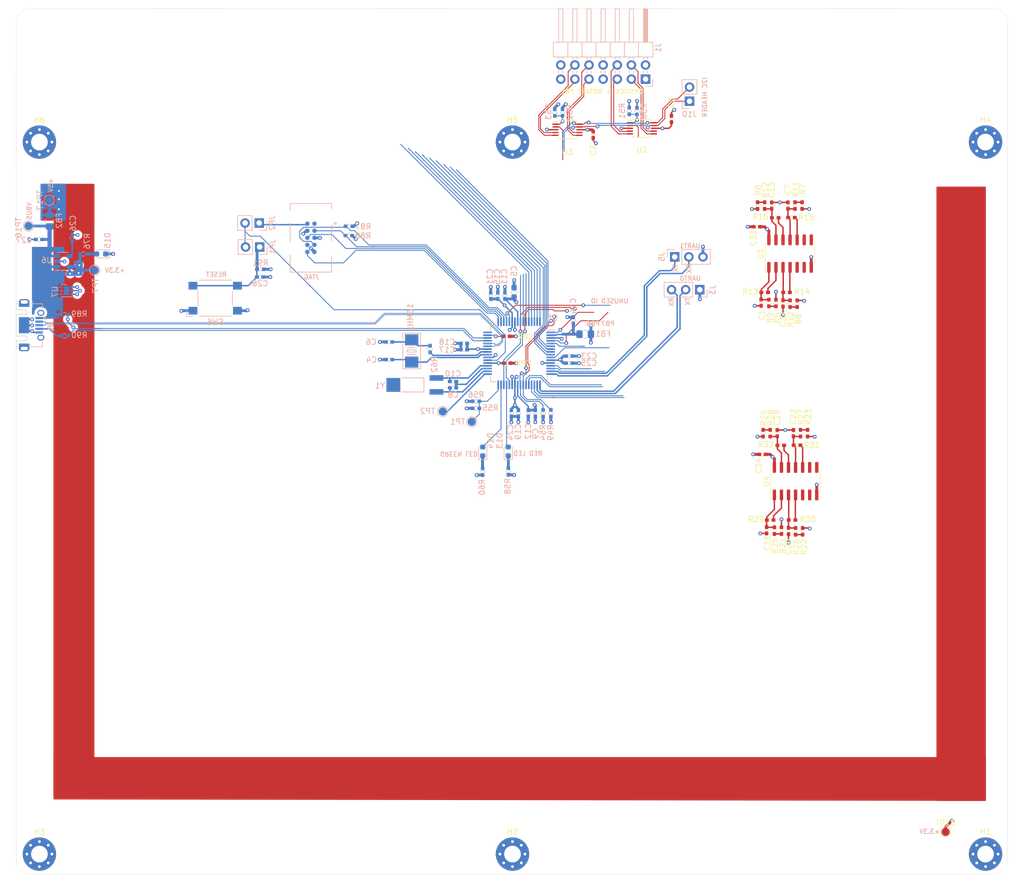
<source format=kicad_pcb>
(kicad_pcb (version 20171130) (host pcbnew "(5.1.9)-1")
  (layers (0 F.Cu signal) (1 In1.Cu signal hide) (2 In2.Cu signal hide) (31 B.Cu signal) (34 B.Paste user) (35 F.Paste user) (36 B.SilkS user) (37 F.SilkS user) (38 B.Mask user) (39 F.Mask user) (44 Edge.Cuts user))
  (net 0 "")
  (net 1 GND)
  (net 2 +3V3)
  (net 3 "/MCU USB POWER IO/OSC0")
  (net 4 VDDC)
  (net 5 "/MCU USB POWER IO/OSC1")
  (net 6 "Net-(C7-Pad1)")
  (net 7 "/MCU USB POWER IO/GNDX")
  (net 8 "/MCU USB POWER IO/XOSC0")
  (net 9 "/MCU USB POWER IO/XOSC1")
  (net 10 "Net-(C13-Pad1)")
  (net 11 +3.3VA)
  (net 12 "Net-(C16-Pad1)")
  (net 13 P_SENSE)
  (net 14 "Net-(C22-Pad1)")
  (net 15 "Net-(C26-Pad1)")
  (net 16 VBUS)
  (net 17 "Net-(C28-Pad1)")
  (net 18 "Net-(D13-Pad1)")
  (net 19 "/MCU USB POWER IO/RED_LED")
  (net 20 "/MCU USB POWER IO/GREEN_LED")
  (net 21 "Net-(D14-Pad1)")
  (net 22 "Net-(D15-Pad2)")
  (net 23 +5V)
  (net 24 ADC0_IN0)
  (net 25 ADC0_IN1)
  (net 26 ADC0_IN2)
  (net 27 ADC0_IN3)
  (net 28 ADC1_IN0)
  (net 29 ADC1_IN1)
  (net 30 ADC1_IN2)
  (net 31 ADC1_IN3)
  (net 32 PB7)
  (net 33 PB6)
  (net 34 UART0_TX)
  (net 35 UART0_RX)
  (net 36 AIN0)
  (net 37 AIN1)
  (net 38 AIN2)
  (net 39 AIN3)
  (net 40 AIN4)
  (net 41 AIN5)
  (net 42 AIN6)
  (net 43 AIN7)
  (net 44 AIN8)
  (net 45 AIN9)
  (net 46 AIN10)
  (net 47 AIN11)
  (net 48 UART1_RX)
  (net 49 UART1_TX)
  (net 50 RST_N)
  (net 51 DISP_SS)
  (net 52 DISP_CLK)
  (net 53 DISP_MISO)
  (net 54 DISP_MOSI)
  (net 55 "Net-(J7-Pad1)")
  (net 56 JTAG_TMS)
  (net 57 JTAG_TCK)
  (net 58 JTAG_TDO)
  (net 59 "Net-(J7-Pad7)")
  (net 60 JTAG_TDI)
  (net 61 JTAG_RST_N)
  (net 62 "Net-(J8-Pad4)")
  (net 63 I2C_SCL)
  (net 64 "Net-(R50-Pad2)")
  (net 65 "Net-(R52-Pad2)")
  (net 66 I2C_SDA)
  (net 67 "/MCU USB POWER IO/WAKE_N")
  (net 68 CHN_UP)
  (net 69 "Net-(R62-Pad1)")
  (net 70 CHN_DWN)
  (net 71 OCT_UP)
  (net 72 OCT_DWN)
  (net 73 USB_VBUS)
  (net 74 USB_ID)
  (net 75 BOARD_ID)
  (net 76 "Net-(R93-Pad1)")
  (net 77 "Net-(TP2-Pad1)")
  (net 78 IO_EXP_INT_N)
  (net 79 ADC1_RDY)
  (net 80 ADC0_RDY)
  (net 81 USB_D+)
  (net 82 USB_D-)
  (net 83 "Net-(H6-Pad1)")
  (net 84 SW_CHN_UP)
  (net 85 SW_CHN_DWN)
  (net 86 SW_OCT_UP)
  (net 87 SW_OCT_DWN)
  (module Capacitor_SMD:C_0402_1005Metric_Pad0.74x0.62mm_HandSolder (layer F.Cu) (at 194.0814 121.7803 180)
    (fp_text reference C34 (at 0.635 -2.032 270) (layer F.SilkS))
    (fp_text value 0.01uF hide)
    (pad 2 smd roundrect (at 0.5675 0 180) (size 0.735 0.62) (layers F.Cu F.Paste F.Mask))
    (pad 1 smd roundrect (at -0.5675 0 180) (size 0.735 0.62) (layers F.Cu F.Paste F.Mask))
  )
  (module Resistor_SMD:R_0402_1005Metric_Pad0.72x0.64mm_HandSolder (layer F.Cu) (at 197.3834 120.1668 180)
    (fp_text reference R32 (at 2.667 0.1645) (layer F.SilkS))
    (fp_text value 0 hide)
    (pad 2 smd roundrect (at 0.5975 0 180) (size 0.715 0.64) (layers F.Cu F.Paste F.Mask))
    (pad 1 smd roundrect (at -0.5975 0 180) (size 0.715 0.64) (layers F.Cu F.Paste F.Mask))
  )
  (module Package_SO:SOIC-14_3.9x8.7mm_P1.27mm (layer F.Cu) (at 200.0504 126.6063 90)
    (fp_text reference U4 (at 0 -5.28 90) (layer F.SilkS))
    (fp_text value 74HC14 hide)
    (pad 14 smd roundrect (at 2.475 -3.81 90) (size 1.95 0.6) (layers F.Cu F.Paste F.Mask))
    (pad 13 smd roundrect (at 2.475 -2.54 90) (size 1.95 0.6) (layers F.Cu F.Paste F.Mask))
    (pad 12 smd roundrect (at 2.475 -1.27 90) (size 1.95 0.6) (layers F.Cu F.Paste F.Mask))
    (pad 11 smd roundrect (at 2.475 0 90) (size 1.95 0.6) (layers F.Cu F.Paste F.Mask))
    (pad 10 smd roundrect (at 2.475 1.27 90) (size 1.95 0.6) (layers F.Cu F.Paste F.Mask))
    (pad 9 smd roundrect (at 2.475 2.54 90) (size 1.95 0.6) (layers F.Cu F.Paste F.Mask))
    (pad 8 smd roundrect (at 2.475 3.81 90) (size 1.95 0.6) (layers F.Cu F.Paste F.Mask))
    (pad 7 smd roundrect (at -2.475 3.81 90) (size 1.95 0.6) (layers F.Cu F.Paste F.Mask))
    (pad 6 smd roundrect (at -2.475 2.54 90) (size 1.95 0.6) (layers F.Cu F.Paste F.Mask))
    (pad 5 smd roundrect (at -2.475 1.27 90) (size 1.95 0.6) (layers F.Cu F.Paste F.Mask))
    (pad 4 smd roundrect (at -2.475 0 90) (size 1.95 0.6) (layers F.Cu F.Paste F.Mask))
    (pad 3 smd roundrect (at -2.475 -1.27 90) (size 1.95 0.6) (layers F.Cu F.Paste F.Mask))
    (pad 2 smd roundrect (at -2.475 -2.54 90) (size 1.95 0.6) (layers F.Cu F.Paste F.Mask))
    (pad 1 smd roundrect (at -2.475 -3.81 90) (size 1.95 0.6) (layers F.Cu F.Paste F.Mask))
  )
  (module Resistor_SMD:R_0402_1005Metric_Pad0.72x0.64mm_HandSolder (layer F.Cu) (at 196.2404 135.4963 90)
    (fp_text reference R25 (at -2.667 0.127 90) (layer F.SilkS))
    (fp_text value 10K hide)
    (pad 2 smd roundrect (at 0.5975 0 90) (size 0.715 0.64) (layers F.Cu F.Paste F.Mask))
    (pad 1 smd roundrect (at -0.5975 0 90) (size 0.715 0.64) (layers F.Cu F.Paste F.Mask))
  )
  (module Resistor_SMD:R_0402_1005Metric_Pad0.72x0.64mm_HandSolder (layer F.Cu) (at 195.4784 117.9703 270)
    (fp_text reference R28 (at -2.794 -0.127 90) (layer F.SilkS))
    (fp_text value 10K hide)
    (pad 1 smd roundrect (at -0.5975 0 270) (size 0.715 0.64) (layers F.Cu F.Paste F.Mask))
    (pad 2 smd roundrect (at 0.5975 0 270) (size 0.715 0.64) (layers F.Cu F.Paste F.Mask))
  )
  (module Resistor_SMD:R_0402_1005Metric_Pad0.72x0.64mm_HandSolder (layer F.Cu) (at 200.0504 135.6233 90)
    (fp_text reference R26 (at -2.794 0.127 90) (layer F.SilkS))
    (fp_text value 10K hide)
    (pad 2 smd roundrect (at 0.5975 0 90) (size 0.715 0.64) (layers F.Cu F.Paste F.Mask))
    (pad 1 smd roundrect (at -0.5975 0 90) (size 0.715 0.64) (layers F.Cu F.Paste F.Mask))
  )
  (module Resistor_SMD:R_0402_1005Metric_Pad0.72x0.64mm_HandSolder (layer F.Cu) (at 194.2084 117.9703 90)
    (fp_text reference R24 (at 2.794 0.127 90) (layer F.SilkS))
    (fp_text value 10K hide)
    (pad 2 smd roundrect (at 0.5975 0 90) (size 0.715 0.64) (layers F.Cu F.Paste F.Mask))
    (pad 1 smd roundrect (at -0.5975 0 90) (size 0.715 0.64) (layers F.Cu F.Paste F.Mask))
  )
  (module Resistor_SMD:R_0402_1005Metric_Pad0.72x0.64mm_HandSolder (layer F.Cu) (at 200.3044 120.1293 180)
    (fp_text reference R31 (at -2.667 0) (layer F.SilkS))
    (fp_text value 0 hide)
    (pad 1 smd roundrect (at -0.5975 0 180) (size 0.715 0.64) (layers F.Cu F.Paste F.Mask))
    (pad 2 smd roundrect (at 0.5975 0 180) (size 0.715 0.64) (layers F.Cu F.Paste F.Mask))
  )
  (module Resistor_SMD:R_0402_1005Metric_Pad0.72x0.64mm_HandSolder (layer F.Cu) (at 200.9394 117.9703 270)
    (fp_text reference R27 (at -2.921 -0.127 90) (layer F.SilkS))
    (fp_text value 10K hide)
    (pad 1 smd roundrect (at -0.5975 0 270) (size 0.715 0.64) (layers F.Cu F.Paste F.Mask))
    (pad 2 smd roundrect (at 0.5975 0 270) (size 0.715 0.64) (layers F.Cu F.Paste F.Mask))
  )
  (module Resistor_SMD:R_0402_1005Metric_Pad0.72x0.64mm_HandSolder (layer F.Cu) (at 202.2094 117.9703 90)
    (fp_text reference R23 (at 2.921 0.127 90) (layer F.SilkS))
    (fp_text value 10K hide)
    (pad 2 smd roundrect (at 0.5975 0 90) (size 0.715 0.64) (layers F.Cu F.Paste F.Mask))
    (pad 1 smd roundrect (at -0.5975 0 90) (size 0.715 0.64) (layers F.Cu F.Paste F.Mask))
  )
  (module Resistor_SMD:R_0402_1005Metric_Pad0.72x0.64mm_HandSolder (layer F.Cu) (at 199.4154 133.5913 180)
    (fp_text reference R30 (at -2.8315 0.127) (layer F.SilkS))
    (fp_text value 0 hide)
    (pad 2 smd roundrect (at 0.5975 0 180) (size 0.715 0.64) (layers F.Cu F.Paste F.Mask))
    (pad 1 smd roundrect (at -0.5975 0 180) (size 0.715 0.64) (layers F.Cu F.Paste F.Mask))
  )
  (module Resistor_SMD:R_0402_1005Metric_Pad0.72x0.64mm_HandSolder (layer F.Cu) (at 201.3204 135.6233 270)
    (fp_text reference R22 (at 2.794 -0.254 90) (layer F.SilkS))
    (fp_text value 10K hide)
    (pad 2 smd roundrect (at 0.5975 0 270) (size 0.715 0.64) (layers F.Cu F.Paste F.Mask))
    (pad 1 smd roundrect (at -0.5975 0 270) (size 0.715 0.64) (layers F.Cu F.Paste F.Mask))
  )
  (module Resistor_SMD:R_0402_1005Metric_Pad0.72x0.64mm_HandSolder (layer F.Cu) (at 195.4784 133.5913 180)
    (fp_text reference R29 (at 2.54 0.127) (layer F.SilkS))
    (fp_text value 0 hide)
    (pad 1 smd roundrect (at -0.5975 0 180) (size 0.715 0.64) (layers F.Cu F.Paste F.Mask))
    (pad 2 smd roundrect (at 0.5975 0 180) (size 0.715 0.64) (layers F.Cu F.Paste F.Mask))
  )
  (module Resistor_SMD:R_0402_1005Metric_Pad0.72x0.64mm_HandSolder (layer F.Cu) (at 197.5104 135.4963 270)
    (fp_text reference R21 (at 2.667 -0.254 90) (layer F.SilkS))
    (fp_text value 10K hide)
    (pad 2 smd roundrect (at 0.5975 0 270) (size 0.715 0.64) (layers F.Cu F.Paste F.Mask))
    (pad 1 smd roundrect (at -0.5975 0 270) (size 0.715 0.64) (layers F.Cu F.Paste F.Mask))
  )
  (module Capacitor_SMD:C_0402_1005Metric_Pad0.74x0.62mm_HandSolder (layer F.Cu) (at 196.7484 117.9703 90)
    (fp_text reference C29 (at 2.794 0 90) (layer F.SilkS))
    (fp_text value 0.1uF hide)
    (pad 1 smd roundrect (at -0.5675 0 90) (size 0.735 0.62) (layers F.Cu F.Paste F.Mask))
    (pad 2 smd roundrect (at 0.5675 0 90) (size 0.735 0.62) (layers F.Cu F.Paste F.Mask))
  )
  (module Capacitor_SMD:C_0402_1005Metric_Pad0.74x0.62mm_HandSolder (layer F.Cu) (at 199.6694 117.9703 90)
    (fp_text reference C22 (at 2.921 0 90) (layer F.SilkS))
    (fp_text value 0.1uF hide)
    (pad 1 smd roundrect (at -0.5675 0 90) (size 0.735 0.62) (layers F.Cu F.Paste F.Mask))
    (pad 2 smd roundrect (at 0.5675 0 90) (size 0.735 0.62) (layers F.Cu F.Paste F.Mask))
  )
  (module Capacitor_SMD:C_0402_1005Metric_Pad0.74x0.62mm_HandSolder (layer F.Cu) (at 198.7804 135.5638 270)
    (fp_text reference C20 (at 2.8535 0 90) (layer F.SilkS))
    (fp_text value 0.1uF hide)
    (pad 2 smd roundrect (at 0.5675 0 270) (size 0.735 0.62) (layers F.Cu F.Paste F.Mask))
    (pad 1 smd roundrect (at -0.5675 0 270) (size 0.735 0.62) (layers F.Cu F.Paste F.Mask))
  )
  (module Capacitor_SMD:C_0402_1005Metric_Pad0.74x0.62mm_HandSolder (layer F.Cu) (at 194.8434 135.4288 270)
    (fp_text reference C16 (at 2.2265 -0.127 90) (layer F.SilkS))
    (fp_text value 0.1uF hide)
    (pad 2 smd roundrect (at 0.5675 0 270) (size 0.735 0.62) (layers F.Cu F.Paste F.Mask))
    (pad 1 smd roundrect (at -0.5675 0 270) (size 0.735 0.62) (layers F.Cu F.Paste F.Mask))
  )
  (module Connector_USB:USB_Micro-AB_Molex_47590-0001 (layer B.Cu) (at 61.3664 98.552 90)
    (fp_text reference J8 (at 0 4.8 270) (layer B.SilkS) (effects (justify mirror)))
    (fp_text value USB_B_Micro)
    (fp_line (start 2.8 -1.45) (end 3.75 -1.45) (layer Edge.Cuts) (width 0.1))
    (fp_line (start 2.8 0.125) (end 2.8 -1.45) (layer Edge.Cuts) (width 0.1))
    (fp_line (start 1.95 0.125) (end 1.95 -1.45) (layer Edge.Cuts) (width 0.1))
    (fp_line (start -1.95 -1.45) (end 1.95 -1.45) (layer Edge.Cuts) (width 0.1))
    (fp_line (start -1.95 0.125) (end -1.95 -1.45) (layer Edge.Cuts) (width 0.1))
    (fp_line (start -2.8 0.125) (end -2.8 -1.45) (layer Edge.Cuts) (width 0.1))
    (fp_line (start -3.75 -1.45) (end -2.8 -1.45) (layer Edge.Cuts) (width 0.1))
    (fp_arc (start 2.375 0.125) (end 1.95 0.125) (angle -180) (layer Edge.Cuts) (width 0.1))
    (fp_arc (start -2.375 0.125) (end -2.8 0.125) (angle -180) (layer Edge.Cuts) (width 0.1))
    (pad 6 thru_hole oval (at -2.225 3 90) (size 1.05 1.25) (drill oval 0.65 0.85) (layers *.Cu *.Mask) (net 1 GND))
    (pad 5 smd rect (at -1.3 2.675 90) (size 0.4 1.35) (layers B.Cu B.Paste B.Mask) (net 1 GND))
    (pad 4 smd rect (at -0.65 2.675 90) (size 0.4 1.35) (layers B.Cu B.Paste B.Mask) (net 62 "Net-(J8-Pad4)"))
    (pad 3 smd rect (at 0 2.675 90) (size 0.4 1.35) (layers B.Cu B.Paste B.Mask) (net 81 USB_D+))
    (pad 1 smd rect (at 1.3 2.675 90) (size 0.4 1.35) (layers B.Cu B.Paste B.Mask) (net 16 VBUS))
    (pad 6 thru_hole oval (at 2.225 3 90) (size 1.05 1.25) (drill oval 0.65 0.85) (layers *.Cu *.Mask) (net 1 GND))
    (pad 6 thru_hole oval (at -4.175 0 90) (size 1 1.9) (drill oval 0.6 1.3) (layers *.Cu *.Mask) (net 1 GND))
    (pad 6 thru_hole oval (at 4.175 0 90) (size 1 1.9) (drill oval 0.6 1.3) (layers *.Cu *.Mask) (net 1 GND))
    (pad 2 smd rect (at 0.65 2.675 90) (size 0.4 1.35) (layers B.Cu B.Paste B.Mask) (net 82 USB_D-))
    (pad 6 smd rect (at 0 0 90) (size 2.9 1.9) (layers B.Cu B.Paste B.Mask) (net 1 GND))
    (pad 6 smd rect (at 3.7375 0 90) (size 0.875 1.9) (layers B.Cu B.Mask) (net 1 GND))
    (pad 6 smd rect (at -3.7375 0 90) (size 0.875 1.9) (layers B.Cu B.Mask) (net 1 GND))
  )
  (module Resistor_SMD:R_0402_1005Metric_Pad0.72x0.64mm_HandSolder (layer B.Cu) (at 156.7561 60.2869 90)
    (fp_text reference R53 (at 0.127 -1.143 270) (layer B.SilkS) (effects (justify mirror)))
    (fp_text value 4.7K)
    (pad 1 smd roundrect (at -0.5975 0 90) (size 0.715 0.64) (layers B.Cu B.Paste B.Mask) (net 65 "Net-(R52-Pad2)"))
    (pad 2 smd roundrect (at 0.5975 0 90) (size 0.715 0.64) (layers B.Cu B.Paste B.Mask) (net 1 GND))
  )
  (module Resistor_SMD:R_0402_1005Metric_Pad0.72x0.64mm_HandSolder (layer B.Cu) (at 158.1531 60.2869 270)
    (fp_text reference R52 (at 0 -1.27 270) (layer B.SilkS) (effects (justify mirror)))
    (fp_text value 4.7K)
    (pad 2 smd roundrect (at 0.5975 0 270) (size 0.715 0.64) (layers B.Cu B.Paste B.Mask) (net 65 "Net-(R52-Pad2)"))
    (pad 1 smd roundrect (at -0.5975 0 270) (size 0.715 0.64) (layers B.Cu B.Paste B.Mask) (net 2 +3V3))
  )
  (module Capacitor_SMD:C_0402_1005Metric_Pad0.74x0.62mm_HandSolder (layer B.Cu) (at 159.3596 104.1019)
    (fp_text reference C23 (at 3.556 0) (layer B.SilkS) (effects (justify mirror)))
    (fp_text value 0.1uF hide)
    (pad 2 smd roundrect (at 0.5675 0) (size 0.735 0.62) (layers B.Cu B.Paste B.Mask) (net 1 GND))
    (pad 1 smd roundrect (at -0.5675 0) (size 0.735 0.62) (layers B.Cu B.Paste B.Mask) (net 2 +3V3))
  )
  (module Capacitor_SMD:C_0402_1005Metric_Pad0.74x0.62mm_HandSolder (layer B.Cu) (at 140.4366 102.9589 180)
    (fp_text reference C17 (at 3.048 0) (layer B.SilkS) (effects (justify mirror)))
    (fp_text value 0.01uF hide)
    (pad 2 smd roundrect (at 0.5675 0 180) (size 0.735 0.62) (layers B.Cu B.Paste B.Mask) (net 1 GND))
    (pad 1 smd roundrect (at -0.5675 0 180) (size 0.735 0.62) (layers B.Cu B.Paste B.Mask) (net 2 +3V3))
  )
  (module Capacitor_SMD:C_0402_1005Metric_Pad0.74x0.62mm_HandSolder (layer B.Cu) (at 159.3596 105.3719)
    (fp_text reference C25 (at 3.5306 -0.0254) (layer B.SilkS) (effects (justify mirror)))
    (fp_text value 0.1uF hide)
    (pad 1 smd roundrect (at -0.5675 0) (size 0.735 0.62) (layers B.Cu B.Paste B.Mask) (net 2 +3V3))
    (pad 2 smd roundrect (at 0.5675 0) (size 0.735 0.62) (layers B.Cu B.Paste B.Mask) (net 1 GND))
  )
  (module Capacitor_SMD:C_0402_1005Metric_Pad0.74x0.62mm_HandSolder (layer B.Cu) (at 148.9456 114.3889 270)
    (fp_text reference C24 (at 3.4544 0.1524 270) (layer B.SilkS) (effects (justify mirror)))
    (fp_text value 0.1uF hide)
    (pad 2 smd roundrect (at 0.5675 0 270) (size 0.735 0.62) (layers B.Cu B.Paste B.Mask) (net 1 GND))
    (pad 1 smd roundrect (at -0.5675 0 270) (size 0.735 0.62) (layers B.Cu B.Paste B.Mask) (net 2 +3V3))
  )
  (module Capacitor_SMD:C_0402_1005Metric_Pad0.74x0.62mm_HandSolder (layer B.Cu) (at 126.9746 104.7369 180)
    (fp_text reference C4 (at 3.175 0) (layer B.SilkS) (effects (justify mirror)))
    (fp_text value 10pF hide)
    (pad 1 smd roundrect (at -0.5675 0 180) (size 0.735 0.62) (layers B.Cu B.Paste B.Mask) (net 3 "/MCU USB POWER IO/OSC0"))
    (pad 2 smd roundrect (at 0.5675 0 180) (size 0.735 0.62) (layers B.Cu B.Paste B.Mask) (net 1 GND))
  )
  (module Capacitor_SMD:C_0603_1608Metric_Pad1.08x0.95mm_HandSolder (layer B.Cu) (at 149.4409 92.6476 90)
    (fp_text reference C5 (at 3.8365 0 270) (layer B.SilkS) (effects (justify mirror)))
    (fp_text value 2.2uF hide)
    (pad 1 smd roundrect (at -0.8625 0 90) (size 1.075 0.95) (layers B.Cu B.Paste B.Mask) (net 4 VDDC))
    (pad 2 smd roundrect (at 0.8625 0 90) (size 1.075 0.95) (layers B.Cu B.Paste B.Mask) (net 1 GND))
  )
  (module Capacitor_SMD:C_0402_1005Metric_Pad0.74x0.62mm_HandSolder (layer B.Cu) (at 126.9746 101.5619 180)
    (fp_text reference C6 (at 3.2425 0) (layer B.SilkS) (effects (justify mirror)))
    (fp_text value 10pF hide)
    (pad 2 smd roundrect (at 0.5675 0 180) (size 0.735 0.62) (layers B.Cu B.Paste B.Mask) (net 1 GND))
    (pad 1 smd roundrect (at -0.5675 0 180) (size 0.735 0.62) (layers B.Cu B.Paste B.Mask) (net 5 "/MCU USB POWER IO/OSC1"))
  )
  (module Capacitor_SMD:C_0402_1005Metric_Pad0.74x0.62mm_HandSolder (layer F.Cu) (at 193.8528 94.484 270)
    (fp_text reference C1 (at 2.2265 -0.127 90) (layer F.SilkS))
    (fp_text value 0.1uF hide)
    (pad 1 smd roundrect (at -0.5675 0 270) (size 0.735 0.62) (layers F.Cu F.Paste F.Mask) (net 6 "Net-(C7-Pad1)"))
    (pad 2 smd roundrect (at 0.5675 0 270) (size 0.735 0.62) (layers F.Cu F.Paste F.Mask) (net 1 GND))
  )
  (module Capacitor_SMD:C_0402_1005Metric_Pad0.74x0.62mm_HandSolder (layer B.Cu) (at 138.4721 109.8169)
    (fp_text reference C8 (at 0 1.27) (layer B.SilkS) (effects (justify mirror)))
    (fp_text value 24pF hide)
    (pad 2 smd roundrect (at 0.5675 0) (size 0.735 0.62) (layers B.Cu B.Paste B.Mask) (net 7 "/MCU USB POWER IO/GNDX"))
    (pad 1 smd roundrect (at -0.5675 0) (size 0.735 0.62) (layers B.Cu B.Paste B.Mask) (net 8 "/MCU USB POWER IO/XOSC0"))
  )
  (module Capacitor_SMD:C_0402_1005Metric_Pad0.74x0.62mm_HandSolder (layer B.Cu) (at 153.2636 114.3889 270)
    (fp_text reference C9 (at 3.6576 -0.0254 90) (layer B.SilkS) (effects (justify mirror)))
    (fp_text value 1uF hide)
    (pad 2 smd roundrect (at 0.5675 0 270) (size 0.735 0.62) (layers B.Cu B.Paste B.Mask) (net 1 GND))
    (pad 1 smd roundrect (at -0.5675 0 270) (size 0.735 0.62) (layers B.Cu B.Paste B.Mask) (net 4 VDDC))
  )
  (module Capacitor_SMD:C_0402_1005Metric_Pad0.74x0.62mm_HandSolder (layer B.Cu) (at 138.4641 108.6739 180)
    (fp_text reference C10 (at 0 1.397) (layer B.SilkS) (effects (justify mirror)))
    (fp_text value 24pF hide)
    (pad 1 smd roundrect (at -0.5675 0 180) (size 0.735 0.62) (layers B.Cu B.Paste B.Mask) (net 7 "/MCU USB POWER IO/GNDX"))
    (pad 2 smd roundrect (at 0.5675 0 180) (size 0.735 0.62) (layers B.Cu B.Paste B.Mask) (net 9 "/MCU USB POWER IO/XOSC1"))
  )
  (module Capacitor_SMD:C_0402_1005Metric_Pad0.74x0.62mm_HandSolder (layer B.Cu) (at 147.7899 93.2561 90)
    (fp_text reference C11 (at 3.429 -0.127 270) (layer B.SilkS) (effects (justify mirror)))
    (fp_text value 0.1uF hide)
    (pad 1 smd roundrect (at -0.5675 0 90) (size 0.735 0.62) (layers B.Cu B.Paste B.Mask) (net 4 VDDC))
    (pad 2 smd roundrect (at 0.5675 0 90) (size 0.735 0.62) (layers B.Cu B.Paste B.Mask) (net 1 GND))
  )
  (module Capacitor_SMD:C_0402_1005Metric_Pad0.74x0.62mm_HandSolder (layer B.Cu) (at 151.9936 114.3889 270)
    (fp_text reference C12 (at 3.2512 0.0254 90) (layer B.SilkS) (effects (justify mirror)))
    (fp_text value 0.1uF hide)
    (pad 2 smd roundrect (at 0.5675 0 270) (size 0.735 0.62) (layers B.Cu B.Paste B.Mask) (net 1 GND))
    (pad 1 smd roundrect (at -0.5675 0 270) (size 0.735 0.62) (layers B.Cu B.Paste B.Mask) (net 4 VDDC))
  )
  (module Capacitor_SMD:C_0402_1005Metric_Pad0.74x0.62mm_HandSolder (layer F.Cu) (at 197.7898 94.619 270)
    (fp_text reference C32 (at 2.8535 0 90) (layer F.SilkS))
    (fp_text value 0.1uF hide)
    (pad 1 smd roundrect (at -0.5675 0 270) (size 0.735 0.62) (layers F.Cu F.Paste F.Mask) (net 10 "Net-(C13-Pad1)"))
    (pad 2 smd roundrect (at 0.5675 0 270) (size 0.735 0.62) (layers F.Cu F.Paste F.Mask) (net 1 GND))
  )
  (module Capacitor_SMD:C_0402_1005Metric_Pad0.74x0.62mm_HandSolder (layer B.Cu) (at 160.0962 97.6757 90)
    (fp_text reference C14 (at 2.5654 -0.0254 90) (layer B.SilkS) (effects (justify mirror)))
    (fp_text value 0.1uF hide)
    (pad 1 smd roundrect (at -0.5675 0 90) (size 0.735 0.62) (layers B.Cu B.Paste B.Mask) (net 11 +3.3VA))
    (pad 2 smd roundrect (at 0.5675 0 90) (size 0.735 0.62) (layers B.Cu B.Paste B.Mask) (net 1 GND))
  )
  (module Capacitor_SMD:C_0402_1005Metric_Pad0.74x0.62mm_HandSolder (layer B.Cu) (at 146.5199 93.2561 90)
    (fp_text reference C15 (at 3.429 -0.127 90) (layer B.SilkS) (effects (justify mirror)))
    (fp_text value 0.01uF hide)
    (pad 1 smd roundrect (at -0.5675 0 90) (size 0.735 0.62) (layers B.Cu B.Paste B.Mask) (net 2 +3V3))
    (pad 2 smd roundrect (at 0.5675 0 90) (size 0.735 0.62) (layers B.Cu B.Paste B.Mask) (net 1 GND))
  )
  (module Capacitor_SMD:C_0402_1005Metric_Pad0.74x0.62mm_HandSolder (layer F.Cu) (at 198.6788 77.0255 90)
    (fp_text reference C7 (at 2.921 0 90) (layer F.SilkS))
    (fp_text value 0.1uF hide)
    (pad 2 smd roundrect (at 0.5675 0 90) (size 0.735 0.62) (layers F.Cu F.Paste F.Mask) (net 1 GND))
    (pad 1 smd roundrect (at -0.5675 0 90) (size 0.735 0.62) (layers F.Cu F.Paste F.Mask) (net 12 "Net-(C16-Pad1)"))
  )
  (module Capacitor_SMD:C_0402_1005Metric_Pad0.74x0.62mm_HandSolder (layer B.Cu) (at 140.4366 101.8159 180)
    (fp_text reference C18 (at 3.048 0.254) (layer B.SilkS) (effects (justify mirror)))
    (fp_text value 0.01uF hide)
    (pad 1 smd roundrect (at -0.5675 0 180) (size 0.735 0.62) (layers B.Cu B.Paste B.Mask) (net 2 +3V3))
    (pad 2 smd roundrect (at 0.5675 0 180) (size 0.735 0.62) (layers B.Cu B.Paste B.Mask) (net 1 GND))
  )
  (module Capacitor_SMD:C_0402_1005Metric_Pad0.74x0.62mm_HandSolder (layer B.Cu) (at 150.2156 114.3889 270)
    (fp_text reference C19 (at 3.3274 0.0508 270) (layer B.SilkS) (effects (justify mirror)))
    (fp_text value 0.01uF hide)
    (pad 2 smd roundrect (at 0.5675 0 270) (size 0.735 0.62) (layers B.Cu B.Paste B.Mask) (net 1 GND))
    (pad 1 smd roundrect (at -0.5675 0 270) (size 0.735 0.62) (layers B.Cu B.Paste B.Mask) (net 2 +3V3))
  )
  (module Capacitor_SMD:C_0402_1005Metric_Pad0.74x0.62mm_HandSolder (layer B.Cu) (at 145.2499 93.2561 90)
    (fp_text reference C21 (at 3.429 -0.127 90) (layer B.SilkS) (effects (justify mirror)))
    (fp_text value 0.1uF hide)
    (pad 1 smd roundrect (at -0.5675 0 90) (size 0.735 0.62) (layers B.Cu B.Paste B.Mask) (net 2 +3V3))
    (pad 2 smd roundrect (at 0.5675 0 90) (size 0.735 0.62) (layers B.Cu B.Paste B.Mask) (net 1 GND))
  )
  (module Capacitor_SMD:C_0402_1005Metric_Pad0.74x0.62mm_HandSolder (layer F.Cu) (at 195.7578 77.0255 90)
    (fp_text reference C13 (at 2.794 0 90) (layer F.SilkS))
    (fp_text value 0.1uF hide)
    (pad 2 smd roundrect (at 0.5675 0 90) (size 0.735 0.62) (layers F.Cu F.Paste F.Mask) (net 1 GND))
    (pad 1 smd roundrect (at -0.5675 0 90) (size 0.735 0.62) (layers F.Cu F.Paste F.Mask) (net 14 "Net-(C22-Pad1)"))
  )
  (module Capacitor_SMD:C_0402_1005Metric_Pad0.74x0.62mm_HandSolder (layer F.Cu) (at 163.6649 64.2747 270)
    (fp_text reference C2 (at 2.794 0 90) (layer F.SilkS))
    (fp_text value 0.1uF)
    (pad 1 smd roundrect (at -0.5675 0 270) (size 0.735 0.62) (layers F.Cu F.Paste F.Mask) (net 2 +3V3))
    (pad 2 smd roundrect (at 0.5675 0 270) (size 0.735 0.62) (layers F.Cu F.Paste F.Mask) (net 1 GND))
  )
  (module Capacitor_SMD:C_0402_1005Metric_Pad0.74x0.62mm_HandSolder (layer F.Cu) (at 177.7365 61.4553 90)
    (fp_text reference C3 (at 2.921 0 90) (layer F.SilkS))
    (fp_text value 0.1uF)
    (pad 2 smd roundrect (at 0.5675 0 90) (size 0.735 0.62) (layers F.Cu F.Paste F.Mask) (net 1 GND))
    (pad 1 smd roundrect (at -0.5675 0 90) (size 0.735 0.62) (layers F.Cu F.Paste F.Mask) (net 2 +3V3))
  )
  (module Capacitor_SMD:C_0402_1005Metric_Pad0.74x0.62mm_HandSolder (layer B.Cu) (at 70.0024 82.8675 90)
    (fp_text reference C26 (at 2.667 0.127 90) (layer B.SilkS) (effects (justify mirror)))
    (fp_text value 0.1uF hide)
    (pad 1 smd roundrect (at -0.5675 0 90) (size 0.735 0.62) (layers B.Cu B.Paste B.Mask) (net 15 "Net-(C26-Pad1)"))
    (pad 2 smd roundrect (at 0.5675 0 90) (size 0.735 0.62) (layers B.Cu B.Paste B.Mask) (net 1 GND))
  )
  (module Capacitor_SMD:C_0402_1005Metric_Pad0.74x0.62mm_HandSolder (layer B.Cu) (at 64.0334 83.1215 180)
    (fp_text reference C27 (at 2.7345 -0.127 180) (layer B.SilkS) (effects (justify mirror)))
    (fp_text value 1uF hide)
    (pad 2 smd roundrect (at 0.5675 0 180) (size 0.735 0.62) (layers B.Cu B.Paste B.Mask) (net 1 GND))
    (pad 1 smd roundrect (at -0.5675 0 180) (size 0.735 0.62) (layers B.Cu B.Paste B.Mask) (net 16 VBUS))
  )
  (module Capacitor_SMD:C_0402_1005Metric_Pad0.74x0.62mm_HandSolder (layer B.Cu) (at 103.7757 89.8779)
    (fp_text reference C28 (at 0 1.16) (layer B.SilkS) (effects (justify mirror)))
    (fp_text value 0.1uF hide)
    (pad 1 smd roundrect (at -0.5675 0) (size 0.735 0.62) (layers B.Cu B.Paste B.Mask) (net 17 "Net-(C28-Pad1)"))
    (pad 2 smd roundrect (at 0.5675 0) (size 0.735 0.62) (layers B.Cu B.Paste B.Mask) (net 1 GND))
  )
  (module LED_SMD:LED_0603_1608Metric (layer B.Cu) (at 148.3868 121.2469 90)
    (fp_text reference D13 (at 1.905 -1.524 90) (layer B.SilkS) (effects (justify mirror)))
    (fp_text value LED_RED)
    (pad 1 smd roundrect (at -0.7875 0 90) (size 0.875 0.95) (layers B.Cu B.Paste B.Mask) (net 18 "Net-(D13-Pad1)"))
    (pad 2 smd roundrect (at 0.7875 0 90) (size 0.875 0.95) (layers B.Cu B.Paste B.Mask) (net 19 "/MCU USB POWER IO/RED_LED"))
  )
  (module LED_SMD:LED_0603_1608Metric (layer B.Cu) (at 143.8148 121.2469 90)
    (fp_text reference D14 (at 1.905 1.397 90) (layer B.SilkS) (effects (justify mirror)))
    (fp_text value LED_GREEN)
    (pad 2 smd roundrect (at 0.7875 0 90) (size 0.875 0.95) (layers B.Cu B.Paste B.Mask) (net 20 "/MCU USB POWER IO/GREEN_LED"))
    (pad 1 smd roundrect (at -0.7875 0 90) (size 0.875 0.95) (layers B.Cu B.Paste B.Mask) (net 21 "Net-(D14-Pad1)"))
  )
  (module LED_SMD:LED_0603_1608Metric (layer B.Cu) (at 75.2094 85.725 180)
    (fp_text reference D15 (at -1.143 2.413 270) (layer B.SilkS) (effects (justify mirror)))
    (fp_text value +3.3V hide)
    (pad 1 smd roundrect (at -0.7875 0 180) (size 0.875 0.95) (layers B.Cu B.Paste B.Mask) (net 1 GND))
    (pad 2 smd roundrect (at 0.7875 0 180) (size 0.875 0.95) (layers B.Cu B.Paste B.Mask) (net 22 "Net-(D15-Pad2)"))
  )
  (module Inductor_SMD:L_0805_2012Metric_Pad1.15x1.40mm_HandSolder (layer B.Cu) (at 162.2298 100.1649 180)
    (fp_text reference FB1 (at -3.2004 0.0508) (layer B.SilkS) (effects (justify mirror)))
    (fp_text value 600_Ohm@100MHz hide)
    (pad 2 smd roundrect (at 1.025 0 180) (size 1.15 1.4) (layers B.Cu B.Paste B.Mask) (roundrect_rratio 0.2173904347826087) (net 11 +3.3VA))
    (pad 1 smd roundrect (at -1.025 0 180) (size 1.15 1.4) (layers B.Cu B.Paste B.Mask) (roundrect_rratio 0.2173904347826087) (net 2 +3V3))
  )
  (module Inductor_SMD:L_0805_2012Metric_Pad1.15x1.40mm_HandSolder (layer B.Cu) (at 65.9384 79.756 270)
    (fp_text reference FB2 (at 0 -1.7145 90) (layer B.SilkS) (effects (justify mirror)))
    (fp_text value 600_Ohm@100MHz hide)
    (pad 1 smd roundrect (at -1.025 0 270) (size 1.15 1.4) (layers B.Cu B.Paste B.Mask) (roundrect_rratio 0.2173904347826087) (net 23 +5V))
    (pad 2 smd roundrect (at 1.025 0 270) (size 1.15 1.4) (layers B.Cu B.Paste B.Mask) (roundrect_rratio 0.2173904347826087) (net 16 VBUS))
  )
  (module Connector_PinHeader_2.54mm:PinHeader_2x07_P2.54mm_Horizontal (layer B.Cu) (at 173.0756 54.2798 90)
    (fp_text reference J1 (at 5.655 2.27 270) (layer B.SilkS) (effects (justify mirror)))
    (fp_text value Conn_02x07_Odd_Even)
    (pad 1 thru_hole rect (at 0 0 90) (size 1.7 1.7) (drill 1) (layers *.Cu *.Mask) (net 2 +3V3))
    (pad 2 thru_hole oval (at 2.54 0 90) (size 1.7 1.7) (drill 1) (layers *.Cu *.Mask) (net 2 +3V3))
    (pad 3 thru_hole oval (at 0 -2.54 90) (size 1.7 1.7) (drill 1) (layers *.Cu *.Mask) (net 30 ADC1_IN2))
    (pad 4 thru_hole oval (at 2.54 -2.54 90) (size 1.7 1.7) (drill 1) (layers *.Cu *.Mask) (net 31 ADC1_IN3))
    (pad 5 thru_hole oval (at 0 -5.08 90) (size 1.7 1.7) (drill 1) (layers *.Cu *.Mask) (net 28 ADC1_IN0))
    (pad 6 thru_hole oval (at 2.54 -5.08 90) (size 1.7 1.7) (drill 1) (layers *.Cu *.Mask) (net 29 ADC1_IN1))
    (pad 7 thru_hole oval (at 0 -7.62 90) (size 1.7 1.7) (drill 1) (layers *.Cu *.Mask) (net 1 GND))
    (pad 8 thru_hole oval (at 2.54 -7.62 90) (size 1.7 1.7) (drill 1) (layers *.Cu *.Mask) (net 1 GND))
    (pad 9 thru_hole oval (at 0 -10.16 90) (size 1.7 1.7) (drill 1) (layers *.Cu *.Mask) (net 27 ADC0_IN3))
    (pad 10 thru_hole oval (at 2.54 -10.16 90) (size 1.7 1.7) (drill 1) (layers *.Cu *.Mask) (net 26 ADC0_IN2))
    (pad 11 thru_hole oval (at 0 -12.7 90) (size 1.7 1.7) (drill 1) (layers *.Cu *.Mask) (net 24 ADC0_IN0))
    (pad 12 thru_hole oval (at 2.54 -12.7 90) (size 1.7 1.7) (drill 1) (layers *.Cu *.Mask) (net 25 ADC0_IN1))
    (pad 13 thru_hole oval (at 0 -15.24 90) (size 1.7 1.7) (drill 1) (layers *.Cu *.Mask) (net 1 GND))
    (pad 14 thru_hole oval (at 2.54 -15.24 90) (size 1.7 1.7) (drill 1) (layers *.Cu *.Mask) (net 1 GND))
  )
  (module Connector_PinHeader_2.54mm:PinHeader_1x03_P2.54mm_Vertical (layer B.Cu) (at 182.8292 92.1639 90)
    (fp_text reference J3 (at 0 2.33 90) (layer B.SilkS) (effects (justify mirror)))
    (fp_text value Conn_01x03_Male)
    (pad 3 thru_hole oval (at 0 -5.08 90) (size 1.7 1.7) (drill 1) (layers *.Cu *.Mask) (net 35 UART0_RX))
    (pad 2 thru_hole oval (at 0 -2.54 90) (size 1.7 1.7) (drill 1) (layers *.Cu *.Mask) (net 34 UART0_TX))
    (pad 1 thru_hole rect (at 0 0 90) (size 1.7 1.7) (drill 1) (layers *.Cu *.Mask) (net 1 GND))
  )
  (module Connector_PinHeader_2.54mm:PinHeader_1x03_P2.54mm_Vertical (layer B.Cu) (at 178.3207 86.2584 270)
    (fp_text reference J5 (at 0 2.33 90) (layer B.SilkS) (effects (justify mirror)))
    (fp_text value Conn_01x03_Male)
    (pad 1 thru_hole rect (at 0 0 270) (size 1.7 1.7) (drill 1) (layers *.Cu *.Mask) (net 49 UART1_TX))
    (pad 2 thru_hole oval (at 0 -2.54 270) (size 1.7 1.7) (drill 1) (layers *.Cu *.Mask) (net 48 UART1_RX))
    (pad 3 thru_hole oval (at 0 -5.08 270) (size 1.7 1.7) (drill 1) (layers *.Cu *.Mask) (net 1 GND))
  )
  (module TC2050-IDC:TAG-CONNECT_TC2050-IDC (layer B.Cu) (at 112.9157 82.8294 270)
    (fp_text reference J7 (at -1.908355 5.979565 90) (layer B.SilkS) (effects (font (size 1.40248 1.40248) (thickness 0.015)) (justify mirror)))
    (fp_text value TC2050-IDC)
    (pad None np_thru_hole circle (at -3.81 0 270) (size 0.9906 0.9906) (drill 0.9906) (layers *.Cu *.Mask))
    (pad None np_thru_hole circle (at 3.81 1.015 270) (size 0.9906 0.9906) (drill 0.9906) (layers *.Cu *.Mask))
    (pad None np_thru_hole circle (at 3.81 -1.015 270) (size 0.9906 0.9906) (drill 0.9906) (layers *.Cu *.Mask))
    (pad None np_thru_hole circle (at -3.81 2.54 270) (size 2.3749 2.3749) (drill 2.3749) (layers *.Cu *.Mask))
    (pad None np_thru_hole circle (at 1.905 2.54 270) (size 2.3749 2.3749) (drill 2.3749) (layers *.Cu *.Mask))
    (pad None np_thru_hole circle (at -3.81 -2.54 270) (size 2.3749 2.3749) (drill 2.3749) (layers *.Cu *.Mask))
    (pad None np_thru_hole circle (at 1.905 -2.54 270) (size 2.3749 2.3749) (drill 2.3749) (layers *.Cu *.Mask))
    (pad 1 smd circle (at -2.54 -0.635 270) (size 0.7874 0.7874) (layers B.Cu B.Mask) (net 55 "Net-(J7-Pad1)"))
    (pad 2 smd circle (at -1.27 -0.635 270) (size 0.7874 0.7874) (layers B.Cu B.Mask) (net 56 JTAG_TMS))
    (pad 3 smd circle (at 0 -0.635 270) (size 0.7874 0.7874) (layers B.Cu B.Mask) (net 1 GND))
    (pad 4 smd circle (at 1.27 -0.635 270) (size 0.7874 0.7874) (layers B.Cu B.Mask) (net 57 JTAG_TCK))
    (pad 5 smd circle (at 2.54 -0.635 270) (size 0.7874 0.7874) (layers B.Cu B.Mask) (net 1 GND))
    (pad 6 smd circle (at 2.54 0.635 270) (size 0.7874 0.7874) (layers B.Cu B.Mask) (net 58 JTAG_TDO))
    (pad 7 smd circle (at 1.27 0.635 270) (size 0.7874 0.7874) (layers B.Cu B.Mask) (net 59 "Net-(J7-Pad7)"))
    (pad 8 smd circle (at 0 0.635 270) (size 0.7874 0.7874) (layers B.Cu B.Mask) (net 60 JTAG_TDI))
    (pad 9 smd circle (at -1.27 0.635 270) (size 0.7874 0.7874) (layers B.Cu B.Mask) (net 1 GND))
    (pad 10 smd circle (at -2.54 0.635 270) (size 0.7874 0.7874) (layers B.Cu B.Mask) (net 61 JTAG_RST_N))
  )
  (module Connector_PinHeader_2.54mm:PinHeader_1x02_P2.54mm_Vertical (layer B.Cu) (at 103.7082 84.4804 90)
    (fp_text reference JP1 (at 0 2.33 90) (layer B.SilkS) (effects (justify mirror)))
    (fp_text value Jumper_NC_Small hide)
    (pad 1 thru_hole rect (at 0 0 90) (size 1.7 1.7) (drill 1) (layers *.Cu *.Mask) (net 17 "Net-(C28-Pad1)"))
    (pad 2 thru_hole oval (at 0 -2.54 90) (size 1.7 1.7) (drill 1) (layers *.Cu *.Mask) (net 50 RST_N))
  )
  (module Connector_PinHeader_2.54mm:PinHeader_1x02_P2.54mm_Vertical (layer B.Cu) (at 103.6193 80.1624 90)
    (fp_text reference JP2 (at 0 2.33 90) (layer B.SilkS) (effects (justify mirror)))
    (fp_text value Jumper_NO_Small hide)
    (pad 2 thru_hole oval (at 0 -2.54 90) (size 1.7 1.7) (drill 1) (layers *.Cu *.Mask) (net 50 RST_N))
    (pad 1 thru_hole rect (at 0 0 90) (size 1.7 1.7) (drill 1) (layers *.Cu *.Mask) (net 61 JTAG_RST_N))
  )
  (module Resistor_SMD:R_0402_1005Metric_Pad0.72x0.64mm_HandSolder (layer B.Cu) (at 156.0576 114.3889 90)
    (fp_text reference R49 (at -3.4798 -0.0762 90) (layer B.SilkS) (effects (justify mirror)))
    (fp_text value 10K hide)
    (pad 2 smd roundrect (at 0.5975 0 90) (size 0.715 0.64) (layers B.Cu B.Paste B.Mask) (net 63 I2C_SCL))
    (pad 1 smd roundrect (at -0.5975 0 90) (size 0.715 0.64) (layers B.Cu B.Paste B.Mask) (net 2 +3V3))
  )
  (module Resistor_SMD:R_0402_1005Metric_Pad0.72x0.64mm_HandSolder (layer B.Cu) (at 171.5389 60.045 270)
    (fp_text reference R50 (at -0.0375 -1.27 270) (layer B.SilkS) (effects (justify mirror)))
    (fp_text value 4.7K)
    (pad 1 smd roundrect (at -0.5975 0 270) (size 0.715 0.64) (layers B.Cu B.Paste B.Mask) (net 2 +3V3))
    (pad 2 smd roundrect (at 0.5975 0 270) (size 0.715 0.64) (layers B.Cu B.Paste B.Mask) (net 64 "Net-(R50-Pad2)"))
  )
  (module Resistor_SMD:R_0402_1005Metric_Pad0.72x0.64mm_HandSolder (layer B.Cu) (at 170.1419 60.0075 90)
    (fp_text reference R51 (at 0 -1.27 270) (layer B.SilkS) (effects (justify mirror)))
    (fp_text value 4.7K)
    (pad 2 smd roundrect (at 0.5975 0 90) (size 0.715 0.64) (layers B.Cu B.Paste B.Mask) (net 1 GND))
    (pad 1 smd roundrect (at -0.5975 0 90) (size 0.715 0.64) (layers B.Cu B.Paste B.Mask) (net 64 "Net-(R50-Pad2)"))
  )
  (module Resistor_SMD:R_0402_1005Metric_Pad0.72x0.64mm_HandSolder (layer B.Cu) (at 154.6606 114.3889 90)
    (fp_text reference R54 (at -3.4544 -0.0508 90) (layer B.SilkS) (effects (justify mirror)))
    (fp_text value 10K hide)
    (pad 1 smd roundrect (at -0.5975 0 90) (size 0.715 0.64) (layers B.Cu B.Paste B.Mask) (net 2 +3V3))
    (pad 2 smd roundrect (at 0.5975 0 90) (size 0.715 0.64) (layers B.Cu B.Paste B.Mask) (net 66 I2C_SDA))
  )
  (module Resistor_SMD:R_0402_1005Metric_Pad0.72x0.64mm_HandSolder (layer B.Cu) (at 142.5956 113.4999)
    (fp_text reference R55 (at 2.5908 -0.0762) (layer B.SilkS) (effects (justify mirror)))
    (fp_text value 10K hide)
    (pad 1 smd roundrect (at -0.5975 0) (size 0.715 0.64) (layers B.Cu B.Paste B.Mask) (net 2 +3V3))
    (pad 2 smd roundrect (at 0.5975 0) (size 0.715 0.64) (layers B.Cu B.Paste B.Mask) (net 67 "/MCU USB POWER IO/WAKE_N"))
  )
  (module Resistor_SMD:R_0402_1005Metric_Pad0.72x0.64mm_HandSolder (layer B.Cu) (at 142.5956 112.2299 180)
    (fp_text reference R56 (at 0 1.17) (layer B.SilkS) (effects (justify mirror)))
    (fp_text value 0 hide)
    (pad 2 smd roundrect (at 0.5975 0 180) (size 0.715 0.64) (layers B.Cu B.Paste B.Mask) (net 1 GND))
    (pad 1 smd roundrect (at -0.5975 0 180) (size 0.715 0.64) (layers B.Cu B.Paste B.Mask) (net 67 "/MCU USB POWER IO/WAKE_N"))
  )
  (module Resistor_SMD:R_0402_1005Metric_Pad0.72x0.64mm_HandSolder (layer F.Cu) (at 196.5198 94.5515 270)
    (fp_text reference R5 (at 2.667 -0.254 90) (layer F.SilkS))
    (fp_text value 10K hide)
    (pad 1 smd roundrect (at -0.5975 0 270) (size 0.715 0.64) (layers F.Cu F.Paste F.Mask) (net 2 +3V3))
    (pad 2 smd roundrect (at 0.5975 0 270) (size 0.715 0.64) (layers F.Cu F.Paste F.Mask) (net 84 SW_CHN_UP))
  )
  (module Resistor_SMD:R_0402_1005Metric_Pad0.72x0.64mm_HandSolder (layer B.Cu) (at 148.4122 124.8537 270)
    (fp_text reference R58 (at 2.667 0.127 90) (layer B.SilkS) (effects (justify mirror)))
    (fp_text value 4.7K)
    (pad 2 smd roundrect (at 0.5975 0 270) (size 0.715 0.64) (layers B.Cu B.Paste B.Mask) (net 1 GND))
    (pad 1 smd roundrect (at -0.5975 0 270) (size 0.715 0.64) (layers B.Cu B.Paste B.Mask) (net 18 "Net-(D13-Pad1)"))
  )
  (module Resistor_SMD:R_0402_1005Metric_Pad0.72x0.64mm_HandSolder (layer F.Cu) (at 195.2498 94.5515 90)
    (fp_text reference R9 (at -2.667 0.127 90) (layer F.SilkS))
    (fp_text value 10K hide)
    (pad 1 smd roundrect (at -0.5975 0 90) (size 0.715 0.64) (layers F.Cu F.Paste F.Mask) (net 84 SW_CHN_UP))
    (pad 2 smd roundrect (at 0.5975 0 90) (size 0.715 0.64) (layers F.Cu F.Paste F.Mask) (net 6 "Net-(C7-Pad1)"))
  )
  (module Resistor_SMD:R_0402_1005Metric_Pad0.72x0.64mm_HandSolder (layer B.Cu) (at 143.7894 124.9045 270)
    (fp_text reference R60 (at 2.794 0.127 90) (layer B.SilkS) (effects (justify mirror)))
    (fp_text value 4.7K)
    (pad 2 smd roundrect (at 0.5975 0 270) (size 0.715 0.64) (layers B.Cu B.Paste B.Mask) (net 1 GND))
    (pad 1 smd roundrect (at -0.5975 0 270) (size 0.715 0.64) (layers B.Cu B.Paste B.Mask) (net 21 "Net-(D14-Pad1)"))
  )
  (module Resistor_SMD:R_0402_1005Metric_Pad0.72x0.64mm_HandSolder (layer F.Cu) (at 194.4878 92.6465 180)
    (fp_text reference R13 (at 2.54 0.127) (layer F.SilkS))
    (fp_text value 0 hide)
    (pad 2 smd roundrect (at 0.5975 0 180) (size 0.715 0.64) (layers F.Cu F.Paste F.Mask) (net 6 "Net-(C7-Pad1)"))
    (pad 1 smd roundrect (at -0.5975 0 180) (size 0.715 0.64) (layers F.Cu F.Paste F.Mask) (net 68 CHN_UP))
  )
  (module Resistor_SMD:R_0402_1005Metric_Pad0.72x0.64mm_HandSolder (layer B.Cu) (at 134.3406 102.8319 90)
    (fp_text reference R62 (at -2.794 0.762 90) (layer B.SilkS) (effects (justify mirror)))
    (fp_text value 0 hide)
    (pad 2 smd roundrect (at 0.5975 0 90) (size 0.715 0.64) (layers B.Cu B.Paste B.Mask) (net 5 "/MCU USB POWER IO/OSC1"))
    (pad 1 smd roundrect (at -0.5975 0 90) (size 0.715 0.64) (layers B.Cu B.Paste B.Mask) (net 69 "Net-(R62-Pad1)"))
  )
  (module Resistor_SMD:R_0402_1005Metric_Pad0.72x0.64mm_HandSolder (layer F.Cu) (at 200.3298 94.6785 270)
    (fp_text reference R8 (at 2.794 -0.254 90) (layer F.SilkS))
    (fp_text value 10K hide)
    (pad 1 smd roundrect (at -0.5975 0 270) (size 0.715 0.64) (layers F.Cu F.Paste F.Mask) (net 2 +3V3))
    (pad 2 smd roundrect (at 0.5975 0 270) (size 0.715 0.64) (layers F.Cu F.Paste F.Mask) (net 85 SW_CHN_DWN))
  )
  (module Resistor_SMD:R_0402_1005Metric_Pad0.72x0.64mm_HandSolder (layer F.Cu) (at 199.0598 94.6785 90)
    (fp_text reference R12 (at -2.794 0.127 90) (layer F.SilkS))
    (fp_text value 10K hide)
    (pad 1 smd roundrect (at -0.5975 0 90) (size 0.715 0.64) (layers F.Cu F.Paste F.Mask) (net 85 SW_CHN_DWN))
    (pad 2 smd roundrect (at 0.5975 0 90) (size 0.715 0.64) (layers F.Cu F.Paste F.Mask) (net 10 "Net-(C13-Pad1)"))
  )
  (module Resistor_SMD:R_0402_1005Metric_Pad0.72x0.64mm_HandSolder (layer F.Cu) (at 198.4248 92.6465 180)
    (fp_text reference R14 (at -2.8315 0.127) (layer F.SilkS))
    (fp_text value 0 hide)
    (pad 1 smd roundrect (at -0.5975 0 180) (size 0.715 0.64) (layers F.Cu F.Paste F.Mask) (net 70 CHN_DWN))
    (pad 2 smd roundrect (at 0.5975 0 180) (size 0.715 0.64) (layers F.Cu F.Paste F.Mask) (net 10 "Net-(C13-Pad1)"))
  )
  (module Resistor_SMD:R_0402_1005Metric_Pad0.72x0.64mm_HandSolder (layer F.Cu) (at 201.2188 77.0255 90)
    (fp_text reference R7 (at 2.921 0.127 90) (layer F.SilkS))
    (fp_text value 10K hide)
    (pad 1 smd roundrect (at -0.5975 0 90) (size 0.715 0.64) (layers F.Cu F.Paste F.Mask) (net 2 +3V3))
    (pad 2 smd roundrect (at 0.5975 0 90) (size 0.715 0.64) (layers F.Cu F.Paste F.Mask) (net 86 SW_OCT_UP))
  )
  (module Resistor_SMD:R_0402_1005Metric_Pad0.72x0.64mm_HandSolder (layer F.Cu) (at 199.9488 77.0255 270)
    (fp_text reference R11 (at -2.921 -0.127 90) (layer F.SilkS))
    (fp_text value 10K hide)
    (pad 2 smd roundrect (at 0.5975 0 270) (size 0.715 0.64) (layers F.Cu F.Paste F.Mask) (net 12 "Net-(C16-Pad1)"))
    (pad 1 smd roundrect (at -0.5975 0 270) (size 0.715 0.64) (layers F.Cu F.Paste F.Mask) (net 86 SW_OCT_UP))
  )
  (module Resistor_SMD:R_0402_1005Metric_Pad0.72x0.64mm_HandSolder (layer F.Cu) (at 199.3138 79.1845 180)
    (fp_text reference R15 (at -2.667 0) (layer F.SilkS))
    (fp_text value 0 hide)
    (pad 2 smd roundrect (at 0.5975 0 180) (size 0.715 0.64) (layers F.Cu F.Paste F.Mask) (net 12 "Net-(C16-Pad1)"))
    (pad 1 smd roundrect (at -0.5975 0 180) (size 0.715 0.64) (layers F.Cu F.Paste F.Mask) (net 71 OCT_UP))
  )
  (module Resistor_SMD:R_0402_1005Metric_Pad0.72x0.64mm_HandSolder (layer F.Cu) (at 193.2178 77.0255 90)
    (fp_text reference R8 (at 2.794 0.127 90) (layer F.SilkS))
    (fp_text value 10K hide)
    (pad 1 smd roundrect (at -0.5975 0 90) (size 0.715 0.64) (layers F.Cu F.Paste F.Mask) (net 2 +3V3))
    (pad 2 smd roundrect (at 0.5975 0 90) (size 0.715 0.64) (layers F.Cu F.Paste F.Mask) (net 87 SW_OCT_DWN))
  )
  (module Resistor_SMD:R_0402_1005Metric_Pad0.72x0.64mm_HandSolder (layer F.Cu) (at 194.4878 77.0255 270)
    (fp_text reference R12 (at -2.794 -0.127 90) (layer F.SilkS))
    (fp_text value 10K hide)
    (pad 2 smd roundrect (at 0.5975 0 270) (size 0.715 0.64) (layers F.Cu F.Paste F.Mask) (net 14 "Net-(C22-Pad1)"))
    (pad 1 smd roundrect (at -0.5975 0 270) (size 0.715 0.64) (layers F.Cu F.Paste F.Mask) (net 87 SW_OCT_DWN))
  )
  (module Resistor_SMD:R_0402_1005Metric_Pad0.72x0.64mm_HandSolder (layer F.Cu) (at 196.3928 79.222 180)
    (fp_text reference R16 (at 2.667 0.1645) (layer F.SilkS))
    (fp_text value 0 hide)
    (pad 1 smd roundrect (at -0.5975 0 180) (size 0.715 0.64) (layers F.Cu F.Paste F.Mask) (net 72 OCT_DWN))
    (pad 2 smd roundrect (at 0.5975 0 180) (size 0.715 0.64) (layers F.Cu F.Paste F.Mask) (net 14 "Net-(C22-Pad1)"))
  )
  (module Resistor_SMD:R_0402_1005Metric_Pad0.72x0.64mm_HandSolder (layer B.Cu) (at 72.0344 85.725)
    (fp_text reference R76 (at 0.635 -2.286 270) (layer B.SilkS) (effects (justify mirror)))
    (fp_text value 10K hide)
    (pad 2 smd roundrect (at 0.5975 0) (size 0.715 0.64) (layers B.Cu B.Paste B.Mask) (net 22 "Net-(D15-Pad2)"))
    (pad 1 smd roundrect (at -0.5975 0) (size 0.715 0.64) (layers B.Cu B.Paste B.Mask) (net 2 +3V3))
  )
  (module Resistor_SMD:R_0402_1005Metric_Pad0.72x0.64mm_HandSolder (layer B.Cu) (at 119.761 80.7466 180)
    (fp_text reference R87 (at -2.54 -0.0508) (layer B.SilkS) (effects (justify mirror)))
    (fp_text value 10K hide)
    (pad 2 smd roundrect (at 0.5975 0 180) (size 0.715 0.64) (layers B.Cu B.Paste B.Mask) (net 57 JTAG_TCK))
    (pad 1 smd roundrect (at -0.5975 0 180) (size 0.715 0.64) (layers B.Cu B.Paste B.Mask) (net 2 +3V3))
  )
  (module Resistor_SMD:R_0402_1005Metric_Pad0.72x0.64mm_HandSolder (layer B.Cu) (at 119.7229 82.423 180)
    (fp_text reference R88 (at -2.5654 -0.0635) (layer B.SilkS) (effects (justify mirror)))
    (fp_text value 10K hide)
    (pad 1 smd roundrect (at -0.5975 0 180) (size 0.715 0.64) (layers B.Cu B.Paste B.Mask) (net 2 +3V3))
    (pad 2 smd roundrect (at 0.5975 0 180) (size 0.715 0.64) (layers B.Cu B.Paste B.Mask) (net 56 JTAG_TMS))
  )
  (module Resistor_SMD:R_0402_1005Metric_Pad0.72x0.64mm_HandSolder (layer B.Cu) (at 68.6054 96.647)
    (fp_text reference R89 (at 2.667 -0.127 180) (layer B.SilkS) (effects (justify mirror)))
    (fp_text value 100 hide)
    (pad 1 smd roundrect (at -0.5975 0) (size 0.715 0.64) (layers B.Cu B.Paste B.Mask) (net 16 VBUS))
    (pad 2 smd roundrect (at 0.5975 0) (size 0.715 0.64) (layers B.Cu B.Paste B.Mask) (net 73 USB_VBUS))
  )
  (module Resistor_SMD:R_0402_1005Metric_Pad0.72x0.64mm_HandSolder (layer B.Cu) (at 68.6054 100.457)
    (fp_text reference R90 (at 2.667 -0.127) (layer B.SilkS) (effects (justify mirror)))
    (fp_text value 100 hide)
    (pad 1 smd roundrect (at -0.5975 0) (size 0.715 0.64) (layers B.Cu B.Paste B.Mask) (net 62 "Net-(J8-Pad4)"))
    (pad 2 smd roundrect (at 0.5975 0) (size 0.715 0.64) (layers B.Cu B.Paste B.Mask) (net 74 USB_ID))
  )
  (module Resistor_SMD:R_0402_1005Metric_Pad0.72x0.64mm_HandSolder (layer B.Cu) (at 103.8352 88.4809 180)
    (fp_text reference R91 (at 0 1.17) (layer B.SilkS) (effects (justify mirror)))
    (fp_text value 10K hide)
    (pad 1 smd roundrect (at -0.5975 0 180) (size 0.715 0.64) (layers B.Cu B.Paste B.Mask) (net 2 +3V3))
    (pad 2 smd roundrect (at 0.5975 0 180) (size 0.715 0.64) (layers B.Cu B.Paste B.Mask) (net 17 "Net-(C28-Pad1)"))
  )
  (module Resistor_SMD:R_0402_1005Metric_Pad0.72x0.64mm_HandSolder (layer F.Cu) (at 148.0566 100.5459)
    (fp_text reference R92 (at 3.429 0.127) (layer F.SilkS))
    (fp_text value 10K hide)
    (pad 2 smd roundrect (at 0.5975 0) (size 0.715 0.64) (layers F.Cu F.Paste F.Mask) (net 1 GND))
    (pad 1 smd roundrect (at -0.5975 0) (size 0.715 0.64) (layers F.Cu F.Paste F.Mask) (net 75 BOARD_ID))
  )
  (module Resistor_SMD:R_0402_1005Metric_Pad0.72x0.64mm_HandSolder (layer F.Cu) (at 148.1836 105.3719)
    (fp_text reference R93 (at 2.9585 0 180) (layer F.SilkS))
    (fp_text value 0)
    (pad 2 smd roundrect (at 0.5975 0) (size 0.715 0.64) (layers F.Cu F.Paste F.Mask) (net 2 +3V3))
    (pad 1 smd roundrect (at -0.5975 0) (size 0.715 0.64) (layers F.Cu F.Paste F.Mask) (net 76 "Net-(R93-Pad1)"))
  )
  (module TestPoint:TestPoint_Pad_D1.5mm (layer B.Cu) (at 141.8336 115.9129 180)
    (fp_text reference TP1 (at 2.54 0) (layer B.SilkS) (effects (justify mirror)))
    (fp_text value WAKE_N hide)
    (pad 1 smd circle (at 0 0 180) (size 1.5 1.5) (layers B.Cu B.Mask) (net 67 "/MCU USB POWER IO/WAKE_N"))
  )
  (module TestPoint:TestPoint_Pad_D1.5mm (layer B.Cu) (at 136.6266 114.0714 180)
    (fp_text reference TP2 (at 2.7305 0.0635) (layer B.SilkS) (effects (justify mirror)))
    (fp_text value HIB hide)
    (pad 1 smd circle (at 0 0 180) (size 1.5 1.5) (layers B.Cu B.Mask) (net 77 "Net-(TP2-Pad1)"))
  )
  (module TestPoint:TestPoint_Pad_D1.5mm (layer B.Cu) (at 74.0664 88.646 270)
    (fp_text reference TP7 (at 2.794 -0.127 90) (layer B.SilkS) (effects (justify mirror)))
    (fp_text value 3.3V hide)
    (pad 1 smd circle (at 0 0 270) (size 1.5 1.5) (layers B.Cu B.Mask) (net 2 +3V3))
  )
  (module TestPoint:TestPoint_Pad_D1.5mm (layer B.Cu) (at 62.1284 80.7085 270)
    (fp_text reference TP16 (at 0.2794 1.7653 90) (layer B.SilkS) (effects (justify mirror)))
    (fp_text value VBUS hide)
    (pad 1 smd circle (at 0 0 270) (size 1.5 1.5) (layers B.Cu B.Mask) (net 16 VBUS))
  )
  (module TestPoint:TestPoint_Pad_D1.5mm (layer B.Cu) (at 65.8749 76.073 270)
    (fp_text reference TP17 (at 0 1.651 90) (layer B.SilkS) (effects (justify mirror)))
    (fp_text value +5V hide)
    (pad 1 smd circle (at 0 0 270) (size 1.5 1.5) (layers B.Cu B.Mask) (net 23 +5V))
  )
  (module TestPoint:TestPoint_Pad_D1.5mm (layer F.Cu) (at 227.0252 189.6999)
    (fp_text reference TP18 (at 0 -1.648) (layer F.SilkS))
    (fp_text value +3.3V)
    (pad 1 smd circle (at 0 0) (size 1.5 1.5) (layers F.Cu F.Mask) (net 2 +3V3))
  )
  (module Package_SO:TSSOP-10_3x3mm_P0.5mm (layer F.Cu) (at 172.4279 63.1317)
    (fp_text reference U2 (at 0 3.8862) (layer F.SilkS))
    (fp_text value ADS1015IDGS)
    (pad 1 smd rect (at -2.15 -1) (size 1.1 0.25) (layers F.Cu F.Paste F.Mask) (net 64 "Net-(R50-Pad2)"))
    (pad 2 smd rect (at -2.15 -0.5) (size 1.1 0.25) (layers F.Cu F.Paste F.Mask) (net 79 ADC1_RDY))
    (pad 3 smd rect (at -2.15 0) (size 1.1 0.25) (layers F.Cu F.Paste F.Mask) (net 1 GND))
    (pad 4 smd rect (at -2.15 0.5) (size 1.1 0.25) (layers F.Cu F.Paste F.Mask) (net 28 ADC1_IN0))
    (pad 5 smd rect (at -2.15 1) (size 1.1 0.25) (layers F.Cu F.Paste F.Mask) (net 29 ADC1_IN1))
    (pad 6 smd rect (at 2.15 1) (size 1.1 0.25) (layers F.Cu F.Paste F.Mask) (net 30 ADC1_IN2))
    (pad 7 smd rect (at 2.15 0.5) (size 1.1 0.25) (layers F.Cu F.Paste F.Mask) (net 31 ADC1_IN3))
    (pad 8 smd rect (at 2.15 0) (size 1.1 0.25) (layers F.Cu F.Paste F.Mask) (net 2 +3V3))
    (pad 9 smd rect (at 2.15 -0.5) (size 1.1 0.25) (layers F.Cu F.Paste F.Mask) (net 66 I2C_SDA))
    (pad 10 smd rect (at 2.15 -1) (size 1.1 0.25) (layers F.Cu F.Paste F.Mask) (net 63 I2C_SCL))
  )
  (module Package_SO:TSSOP-10_3x3mm_P0.5mm (layer F.Cu) (at 159.0421 63.383301)
    (fp_text reference U3 (at 0 4.015599) (layer F.SilkS))
    (fp_text value ADS1015IDGS)
    (pad 10 smd rect (at 2.15 -1) (size 1.1 0.25) (layers F.Cu F.Paste F.Mask) (net 63 I2C_SCL))
    (pad 9 smd rect (at 2.15 -0.5) (size 1.1 0.25) (layers F.Cu F.Paste F.Mask) (net 66 I2C_SDA))
    (pad 8 smd rect (at 2.15 0) (size 1.1 0.25) (layers F.Cu F.Paste F.Mask) (net 2 +3V3))
    (pad 7 smd rect (at 2.15 0.5) (size 1.1 0.25) (layers F.Cu F.Paste F.Mask) (net 27 ADC0_IN3))
    (pad 6 smd rect (at 2.15 1) (size 1.1 0.25) (layers F.Cu F.Paste F.Mask) (net 26 ADC0_IN2))
    (pad 5 smd rect (at -2.15 1) (size 1.1 0.25) (layers F.Cu F.Paste F.Mask) (net 25 ADC0_IN1))
    (pad 4 smd rect (at -2.15 0.5) (size 1.1 0.25) (layers F.Cu F.Paste F.Mask) (net 24 ADC0_IN0))
    (pad 3 smd rect (at -2.15 0) (size 1.1 0.25) (layers F.Cu F.Paste F.Mask) (net 1 GND))
    (pad 2 smd rect (at -2.15 -0.5) (size 1.1 0.25) (layers F.Cu F.Paste F.Mask) (net 80 ADC0_RDY))
    (pad 1 smd rect (at -2.15 -1) (size 1.1 0.25) (layers F.Cu F.Paste F.Mask) (net 65 "Net-(R52-Pad2)"))
  )
  (module Package_SO:SOIC-14_3.9x8.7mm_P1.27mm (layer F.Cu) (at 199.0598 85.6615 90)
    (fp_text reference U1 (at 0 -5.28 90) (layer F.SilkS))
    (fp_text value 74HC14 hide)
    (pad 1 smd roundrect (at -2.475 -3.81 90) (size 1.95 0.6) (layers F.Cu F.Paste F.Mask) (net 6 "Net-(C7-Pad1)"))
    (pad 2 smd roundrect (at -2.475 -2.54 90) (size 1.95 0.6) (layers F.Cu F.Paste F.Mask) (net 68 CHN_UP))
    (pad 3 smd roundrect (at -2.475 -1.27 90) (size 1.95 0.6) (layers F.Cu F.Paste F.Mask) (net 10 "Net-(C13-Pad1)"))
    (pad 4 smd roundrect (at -2.475 0 90) (size 1.95 0.6) (layers F.Cu F.Paste F.Mask) (net 70 CHN_DWN))
    (pad 5 smd roundrect (at -2.475 1.27 90) (size 1.95 0.6) (layers F.Cu F.Paste F.Mask))
    (pad 6 smd roundrect (at -2.475 2.54 90) (size 1.95 0.6) (layers F.Cu F.Paste F.Mask))
    (pad 7 smd roundrect (at -2.475 3.81 90) (size 1.95 0.6) (layers F.Cu F.Paste F.Mask) (net 1 GND))
    (pad 8 smd roundrect (at 2.475 3.81 90) (size 1.95 0.6) (layers F.Cu F.Paste F.Mask))
    (pad 9 smd roundrect (at 2.475 2.54 90) (size 1.95 0.6) (layers F.Cu F.Paste F.Mask))
    (pad 10 smd roundrect (at 2.475 1.27 90) (size 1.95 0.6) (layers F.Cu F.Paste F.Mask) (net 71 OCT_UP))
    (pad 11 smd roundrect (at 2.475 0 90) (size 1.95 0.6) (layers F.Cu F.Paste F.Mask) (net 12 "Net-(C16-Pad1)"))
    (pad 12 smd roundrect (at 2.475 -1.27 90) (size 1.95 0.6) (layers F.Cu F.Paste F.Mask) (net 72 OCT_DWN))
    (pad 13 smd roundrect (at 2.475 -2.54 90) (size 1.95 0.6) (layers F.Cu F.Paste F.Mask) (net 14 "Net-(C22-Pad1)"))
    (pad 14 smd roundrect (at 2.475 -3.81 90) (size 1.95 0.6) (layers F.Cu F.Paste F.Mask) (net 2 +3V3))
  )
  (module Package_QFP:LQFP-64_10x10mm_P0.5mm (layer B.Cu) (at 150.3426 103.5939 180)
    (fp_text reference U5 (at -5.969 6.35) (layer B.SilkS) (effects (justify mirror)))
    (fp_text value TM4C123GH6PM hide)
    (pad 1 smd roundrect (at -5.675 3.75 180) (size 1.55 0.3) (layers B.Cu B.Paste B.Mask) (net 33 PB6))
    (pad 2 smd roundrect (at -5.675 3.25 180) (size 1.55 0.3) (layers B.Cu B.Paste B.Mask) (net 11 +3.3VA))
    (pad 3 smd roundrect (at -5.675 2.75 180) (size 1.55 0.3) (layers B.Cu B.Paste B.Mask) (net 1 GND))
    (pad 4 smd roundrect (at -5.675 2.25 180) (size 1.55 0.3) (layers B.Cu B.Paste B.Mask) (net 32 PB7))
    (pad 5 smd roundrect (at -5.675 1.75 180) (size 1.55 0.3) (layers B.Cu B.Paste B.Mask) (net 68 CHN_UP))
    (pad 6 smd roundrect (at -5.675 1.25 180) (size 1.55 0.3) (layers B.Cu B.Paste B.Mask) (net 36 AIN0))
    (pad 7 smd roundrect (at -5.675 0.75 180) (size 1.55 0.3) (layers B.Cu B.Paste B.Mask) (net 37 AIN1))
    (pad 8 smd roundrect (at -5.675 0.25 180) (size 1.55 0.3) (layers B.Cu B.Paste B.Mask) (net 38 AIN2))
    (pad 9 smd roundrect (at -5.675 -0.25 180) (size 1.55 0.3) (layers B.Cu B.Paste B.Mask) (net 39 AIN3))
    (pad 10 smd roundrect (at -5.675 -0.75 180) (size 1.55 0.3) (layers B.Cu B.Paste B.Mask) (net 70 CHN_DWN))
    (pad 11 smd roundrect (at -5.675 -1.25 180) (size 1.55 0.3) (layers B.Cu B.Paste B.Mask) (net 2 +3V3))
    (pad 12 smd roundrect (at -5.675 -1.75 180) (size 1.55 0.3) (layers B.Cu B.Paste B.Mask) (net 1 GND))
    (pad 13 smd roundrect (at -5.675 -2.25 180) (size 1.55 0.3) (layers B.Cu B.Paste B.Mask) (net 71 OCT_UP))
    (pad 14 smd roundrect (at -5.675 -2.75 180) (size 1.55 0.3) (layers B.Cu B.Paste B.Mask) (net 13 P_SENSE))
    (pad 15 smd roundrect (at -5.675 -3.25 180) (size 1.55 0.3) (layers B.Cu B.Paste B.Mask) (net 49 UART1_TX))
    (pad 16 smd roundrect (at -5.675 -3.75 180) (size 1.55 0.3) (layers B.Cu B.Paste B.Mask) (net 48 UART1_RX))
    (pad 17 smd roundrect (at -3.75 -5.675 180) (size 0.3 1.55) (layers B.Cu B.Paste B.Mask) (net 35 UART0_RX))
    (pad 18 smd roundrect (at -3.25 -5.675 180) (size 0.3 1.55) (layers B.Cu B.Paste B.Mask) (net 34 UART0_TX))
    (pad 19 smd roundrect (at -2.75 -5.675 180) (size 0.3 1.55) (layers B.Cu B.Paste B.Mask) (net 52 DISP_CLK))
    (pad 20 smd roundrect (at -2.25 -5.675 180) (size 0.3 1.55) (layers B.Cu B.Paste B.Mask) (net 51 DISP_SS))
    (pad 21 smd roundrect (at -1.75 -5.675 180) (size 0.3 1.55) (layers B.Cu B.Paste B.Mask) (net 53 DISP_MISO))
    (pad 22 smd roundrect (at -1.25 -5.675 180) (size 0.3 1.55) (layers B.Cu B.Paste B.Mask) (net 54 DISP_MOSI))
    (pad 23 smd roundrect (at -0.75 -5.675 180) (size 0.3 1.55) (layers B.Cu B.Paste B.Mask) (net 63 I2C_SCL))
    (pad 24 smd roundrect (at -0.25 -5.675 180) (size 0.3 1.55) (layers B.Cu B.Paste B.Mask) (net 66 I2C_SDA))
    (pad 25 smd roundrect (at 0.25 -5.675 180) (size 0.3 1.55) (layers B.Cu B.Paste B.Mask) (net 4 VDDC))
    (pad 26 smd roundrect (at 0.75 -5.675 180) (size 0.3 1.55) (layers B.Cu B.Paste B.Mask) (net 2 +3V3))
    (pad 27 smd roundrect (at 1.25 -5.675 180) (size 0.3 1.55) (layers B.Cu B.Paste B.Mask) (net 1 GND))
    (pad 28 smd roundrect (at 1.75 -5.675 180) (size 0.3 1.55) (layers B.Cu B.Paste B.Mask) (net 80 ADC0_RDY))
    (pad 29 smd roundrect (at 2.25 -5.675 180) (size 0.3 1.55) (layers B.Cu B.Paste B.Mask) (net 19 "/MCU USB POWER IO/RED_LED"))
    (pad 30 smd roundrect (at 2.75 -5.675 180) (size 0.3 1.55) (layers B.Cu B.Paste B.Mask) (net 79 ADC1_RDY))
    (pad 31 smd roundrect (at 3.25 -5.675 180) (size 0.3 1.55) (layers B.Cu B.Paste B.Mask) (net 20 "/MCU USB POWER IO/GREEN_LED"))
    (pad 32 smd roundrect (at 3.75 -5.675 180) (size 0.3 1.55) (layers B.Cu B.Paste B.Mask) (net 67 "/MCU USB POWER IO/WAKE_N"))
    (pad 33 smd roundrect (at 5.675 -3.75 180) (size 1.55 0.3) (layers B.Cu B.Paste B.Mask) (net 77 "Net-(TP2-Pad1)"))
    (pad 34 smd roundrect (at 5.675 -3.25 180) (size 1.55 0.3) (layers B.Cu B.Paste B.Mask) (net 8 "/MCU USB POWER IO/XOSC0"))
    (pad 35 smd roundrect (at 5.675 -2.75 180) (size 1.55 0.3) (layers B.Cu B.Paste B.Mask) (net 7 "/MCU USB POWER IO/GNDX"))
    (pad 36 smd roundrect (at 5.675 -2.25 180) (size 1.55 0.3) (layers B.Cu B.Paste B.Mask) (net 9 "/MCU USB POWER IO/XOSC1"))
    (pad 37 smd roundrect (at 5.675 -1.75 180) (size 1.55 0.3) (layers B.Cu B.Paste B.Mask) (net 76 "Net-(R93-Pad1)"))
    (pad 38 smd roundrect (at 5.675 -1.25 180) (size 1.55 0.3) (layers B.Cu B.Paste B.Mask) (net 50 RST_N))
    (pad 39 smd roundrect (at 5.675 -0.75 180) (size 1.55 0.3) (layers B.Cu B.Paste B.Mask) (net 1 GND))
    (pad 40 smd roundrect (at 5.675 -0.25 180) (size 1.55 0.3) (layers B.Cu B.Paste B.Mask) (net 3 "/MCU USB POWER IO/OSC0"))
    (pad 41 smd roundrect (at 5.675 0.25 180) (size 1.55 0.3) (layers B.Cu B.Paste B.Mask) (net 69 "Net-(R62-Pad1)"))
    (pad 42 smd roundrect (at 5.675 0.75 180) (size 1.55 0.3) (layers B.Cu B.Paste B.Mask) (net 2 +3V3))
    (pad 43 smd roundrect (at 5.675 1.25 180) (size 1.55 0.3) (layers B.Cu B.Paste B.Mask) (net 82 USB_D-))
    (pad 44 smd roundrect (at 5.675 1.75 180) (size 1.55 0.3) (layers B.Cu B.Paste B.Mask) (net 81 USB_D+))
    (pad 45 smd roundrect (at 5.675 2.25 180) (size 1.55 0.3) (layers B.Cu B.Paste B.Mask) (net 74 USB_ID))
    (pad 46 smd roundrect (at 5.675 2.75 180) (size 1.55 0.3) (layers B.Cu B.Paste B.Mask) (net 73 USB_VBUS))
    (pad 47 smd roundrect (at 5.675 3.25 180) (size 1.55 0.3) (layers B.Cu B.Paste B.Mask) (net 75 BOARD_ID))
    (pad 48 smd roundrect (at 5.675 3.75 180) (size 1.55 0.3) (layers B.Cu B.Paste B.Mask) (net 78 IO_EXP_INT_N))
    (pad 49 smd roundrect (at 3.75 5.675 180) (size 0.3 1.55) (layers B.Cu B.Paste B.Mask) (net 58 JTAG_TDO))
    (pad 50 smd roundrect (at 3.25 5.675 180) (size 0.3 1.55) (layers B.Cu B.Paste B.Mask) (net 60 JTAG_TDI))
    (pad 51 smd roundrect (at 2.75 5.675 180) (size 0.3 1.55) (layers B.Cu B.Paste B.Mask) (net 56 JTAG_TMS))
    (pad 52 smd roundrect (at 2.25 5.675 180) (size 0.3 1.55) (layers B.Cu B.Paste B.Mask) (net 57 JTAG_TCK))
    (pad 53 smd roundrect (at 1.75 5.675 180) (size 0.3 1.55) (layers B.Cu B.Paste B.Mask) (net 72 OCT_DWN))
    (pad 54 smd roundrect (at 1.25 5.675 180) (size 0.3 1.55) (layers B.Cu B.Paste B.Mask) (net 2 +3V3))
    (pad 55 smd roundrect (at 0.75 5.675 180) (size 0.3 1.55) (layers B.Cu B.Paste B.Mask) (net 1 GND))
    (pad 56 smd roundrect (at 0.25 5.675 180) (size 0.3 1.55) (layers B.Cu B.Paste B.Mask) (net 4 VDDC))
    (pad 57 smd roundrect (at -0.25 5.675 180) (size 0.3 1.55) (layers B.Cu B.Paste B.Mask) (net 47 AIN11))
    (pad 58 smd roundrect (at -0.75 5.675 180) (size 0.3 1.55) (layers B.Cu B.Paste B.Mask) (net 46 AIN10))
    (pad 59 smd roundrect (at -1.25 5.675 180) (size 0.3 1.55) (layers B.Cu B.Paste B.Mask) (net 45 AIN9))
    (pad 60 smd roundrect (at -1.75 5.675 180) (size 0.3 1.55) (layers B.Cu B.Paste B.Mask) (net 44 AIN8))
    (pad 61 smd roundrect (at -2.25 5.675 180) (size 0.3 1.55) (layers B.Cu B.Paste B.Mask) (net 43 AIN7))
    (pad 62 smd roundrect (at -2.75 5.675 180) (size 0.3 1.55) (layers B.Cu B.Paste B.Mask) (net 42 AIN6))
    (pad 63 smd roundrect (at -3.25 5.675 180) (size 0.3 1.55) (layers B.Cu B.Paste B.Mask) (net 41 AIN5))
    (pad 64 smd roundrect (at -3.75 5.675 180) (size 0.3 1.55) (layers B.Cu B.Paste B.Mask) (net 40 AIN4))
  )
  (module Package_TO_SOT_SMD:SOT-23-5 (layer B.Cu) (at 68.4149 87.0585)
    (fp_text reference U6 (at -2.9845 -0.1905) (layer B.SilkS) (effects (justify mirror)))
    (fp_text value TPS73633DBV hide)
    (pad 1 smd rect (at -1.1 0.95) (size 1.06 0.65) (layers B.Cu B.Paste B.Mask) (net 16 VBUS))
    (pad 2 smd rect (at -1.1 0) (size 1.06 0.65) (layers B.Cu B.Paste B.Mask) (net 1 GND))
    (pad 3 smd rect (at -1.1 -0.95) (size 1.06 0.65) (layers B.Cu B.Paste B.Mask) (net 16 VBUS))
    (pad 4 smd rect (at 1.1 -0.95) (size 1.06 0.65) (layers B.Cu B.Paste B.Mask) (net 15 "Net-(C26-Pad1)"))
    (pad 5 smd rect (at 1.1 0.95) (size 1.06 0.65) (layers B.Cu B.Paste B.Mask) (net 2 +3V3))
  )
  (module Package_SON:WSON-6-1EP_2x2mm_P0.65mm_EP1x1.6mm (layer B.Cu) (at 68.9864 92.329 180)
    (fp_text reference U7 (at 2.0955 -0.1905 270) (layer B.SilkS) (effects (justify mirror)))
    (fp_text value TVS0500DRV hide)
    (pad 1 smd roundrect (at -0.8875 0.65 180) (size 0.375 0.4) (layers B.Cu B.Paste B.Mask) (net 1 GND))
    (pad 2 smd roundrect (at -0.8875 0 180) (size 0.375 0.4) (layers B.Cu B.Paste B.Mask) (net 1 GND))
    (pad 3 smd roundrect (at -0.8875 -0.65 180) (size 0.375 0.4) (layers B.Cu B.Paste B.Mask) (net 1 GND))
    (pad 4 smd roundrect (at 0.8875 -0.65 180) (size 0.375 0.4) (layers B.Cu B.Paste B.Mask) (net 16 VBUS))
    (pad 5 smd roundrect (at 0.8875 0 180) (size 0.375 0.4) (layers B.Cu B.Paste B.Mask) (net 16 VBUS))
    (pad 6 smd roundrect (at 0.8875 0.65 180) (size 0.375 0.4) (layers B.Cu B.Paste B.Mask) (net 16 VBUS))
    (pad 7 smd rect (at 0 0 180) (size 1 1.6) (layers B.Cu B.Mask) (net 1 GND))
  )
  (module AB26TRB-32:XTAL_AB26TRB-32.768KHZ-T (layer B.Cu) (at 131.6086 109.2889)
    (fp_text reference Y1 (at -6.285 0.147) (layer B.SilkS) (effects (font (size 1.001772 1.001772)) (justify mirror)))
    (fp_text value 32.768KHz hide)
    (pad 3 smd rect (at -3.875 0) (size 2.5 2.5) (layers B.Cu B.Paste B.Mask))
    (pad 1 smd rect (at 3.875 1.25) (size 2.5 1) (layers B.Cu B.Paste B.Mask) (net 8 "/MCU USB POWER IO/XOSC0"))
    (pad 2 smd rect (at 3.875 -1.25) (size 2.5 1) (layers B.Cu B.Paste B.Mask) (net 9 "/MCU USB POWER IO/XOSC1"))
  )
  (module NX5032GA-16MHZ:CRYSTAL_5_3.2MM (layer B.Cu) (at 131.0386 103.1809 90)
    (fp_text reference Y2 (at -0.165 2.845 270) (layer B.SilkS) (effects (font (thickness 0.015)) (justify mirror)))
    (fp_text value 16MHz hide)
    (fp_text user 16MHz (at 6.064 -0.254 270) (layer B.SilkS) (effects (font (size 1.016 1.016) (thickness 0.1524)) (justify mirror)))
    (pad 1 smd rect (at -2 0 90) (size 2 2.4) (layers B.Cu B.Paste B.Mask) (net 3 "/MCU USB POWER IO/OSC0"))
    (pad 2 smd rect (at 2 0 90) (size 2 2.4) (layers B.Cu B.Paste B.Mask) (net 5 "/MCU USB POWER IO/OSC1"))
  )
  (module Capacitor_SMD:C_0402_1005Metric_Pad0.74x0.62mm_HandSolder (layer F.Cu) (at 193.0908 80.8355 180)
    (fp_text reference C33 (at 0.635 -2.032 270) (layer F.SilkS))
    (fp_text value 0.01uF hide)
    (pad 1 smd roundrect (at -0.5675 0 180) (size 0.735 0.62) (layers F.Cu F.Paste F.Mask) (net 2 +3V3))
    (pad 2 smd roundrect (at 0.5675 0 180) (size 0.735 0.62) (layers F.Cu F.Paste F.Mask) (net 1 GND))
  )
  (module MountingHole:MountingHole_3mm_Pad_Via (layer F.Cu) (at 234.2042 193.6879)
    (fp_text reference H1 (at 0 -4) (layer F.SilkS))
    (fp_text value MountingHole_Pad)
    (pad 1 thru_hole circle (at 1.59099 -1.59099) (size 0.8 0.8) (drill 0.5) (layers *.Cu *.Mask) (net 1 GND))
    (pad 1 thru_hole circle (at 0 -2.25) (size 0.8 0.8) (drill 0.5) (layers *.Cu *.Mask) (net 1 GND))
    (pad 1 thru_hole circle (at -1.59099 -1.59099) (size 0.8 0.8) (drill 0.5) (layers *.Cu *.Mask) (net 1 GND))
    (pad 1 thru_hole circle (at -2.25 0) (size 0.8 0.8) (drill 0.5) (layers *.Cu *.Mask) (net 1 GND))
    (pad 1 thru_hole circle (at -1.59099 1.59099) (size 0.8 0.8) (drill 0.5) (layers *.Cu *.Mask) (net 1 GND))
    (pad 1 thru_hole circle (at 0 2.25) (size 0.8 0.8) (drill 0.5) (layers *.Cu *.Mask) (net 1 GND))
    (pad 1 thru_hole circle (at 1.59099 1.59099) (size 0.8 0.8) (drill 0.5) (layers *.Cu *.Mask) (net 1 GND))
    (pad 1 thru_hole circle (at 2.25 0) (size 0.8 0.8) (drill 0.5) (layers *.Cu *.Mask) (net 1 GND))
    (pad 1 thru_hole circle (at 0 0) (size 6 6) (drill 3) (layers *.Cu *.Mask) (net 1 GND))
  )
  (module MountingHole:MountingHole_3mm_Pad_Via (layer F.Cu) (at 149.1542 193.6879)
    (fp_text reference H2 (at 0 -4) (layer F.SilkS))
    (fp_text value MountingHole_Pad)
    (pad 1 thru_hole circle (at 0 0) (size 6 6) (drill 3) (layers *.Cu *.Mask) (net 1 GND))
    (pad 1 thru_hole circle (at 2.25 0) (size 0.8 0.8) (drill 0.5) (layers *.Cu *.Mask) (net 1 GND))
    (pad 1 thru_hole circle (at 1.59099 1.59099) (size 0.8 0.8) (drill 0.5) (layers *.Cu *.Mask) (net 1 GND))
    (pad 1 thru_hole circle (at 0 2.25) (size 0.8 0.8) (drill 0.5) (layers *.Cu *.Mask) (net 1 GND))
    (pad 1 thru_hole circle (at -1.59099 1.59099) (size 0.8 0.8) (drill 0.5) (layers *.Cu *.Mask) (net 1 GND))
    (pad 1 thru_hole circle (at -2.25 0) (size 0.8 0.8) (drill 0.5) (layers *.Cu *.Mask) (net 1 GND))
    (pad 1 thru_hole circle (at -1.59099 -1.59099) (size 0.8 0.8) (drill 0.5) (layers *.Cu *.Mask) (net 1 GND))
    (pad 1 thru_hole circle (at 0 -2.25) (size 0.8 0.8) (drill 0.5) (layers *.Cu *.Mask) (net 1 GND))
    (pad 1 thru_hole circle (at 1.59099 -1.59099) (size 0.8 0.8) (drill 0.5) (layers *.Cu *.Mask) (net 1 GND))
  )
  (module MountingHole:MountingHole_3mm_Pad_Via (layer F.Cu) (at 64.1042 193.6879)
    (fp_text reference H3 (at 0 -4) (layer F.SilkS))
    (fp_text value MountingHole_Pad)
    (pad 1 thru_hole circle (at 0 0) (size 6 6) (drill 3) (layers *.Cu *.Mask) (net 1 GND))
    (pad 1 thru_hole circle (at 2.25 0) (size 0.8 0.8) (drill 0.5) (layers *.Cu *.Mask) (net 1 GND))
    (pad 1 thru_hole circle (at 1.59099 1.59099) (size 0.8 0.8) (drill 0.5) (layers *.Cu *.Mask) (net 1 GND))
    (pad 1 thru_hole circle (at 0 2.25) (size 0.8 0.8) (drill 0.5) (layers *.Cu *.Mask) (net 1 GND))
    (pad 1 thru_hole circle (at -1.59099 1.59099) (size 0.8 0.8) (drill 0.5) (layers *.Cu *.Mask) (net 1 GND))
    (pad 1 thru_hole circle (at -2.25 0) (size 0.8 0.8) (drill 0.5) (layers *.Cu *.Mask) (net 1 GND))
    (pad 1 thru_hole circle (at -1.59099 -1.59099) (size 0.8 0.8) (drill 0.5) (layers *.Cu *.Mask) (net 1 GND))
    (pad 1 thru_hole circle (at 0 -2.25) (size 0.8 0.8) (drill 0.5) (layers *.Cu *.Mask) (net 1 GND))
    (pad 1 thru_hole circle (at 1.59099 -1.59099) (size 0.8 0.8) (drill 0.5) (layers *.Cu *.Mask) (net 1 GND))
  )
  (module MountingHole:MountingHole_3mm_Pad_Via (layer F.Cu) (at 234.2042 65.6079)
    (fp_text reference H4 (at 0 -4) (layer F.SilkS))
    (fp_text value MountingHole_Pad)
    (pad 1 thru_hole circle (at 1.59099 -1.59099) (size 0.8 0.8) (drill 0.5) (layers *.Cu *.Mask) (net 1 GND))
    (pad 1 thru_hole circle (at 0 -2.25) (size 0.8 0.8) (drill 0.5) (layers *.Cu *.Mask) (net 1 GND))
    (pad 1 thru_hole circle (at -1.59099 -1.59099) (size 0.8 0.8) (drill 0.5) (layers *.Cu *.Mask) (net 1 GND))
    (pad 1 thru_hole circle (at -2.25 0) (size 0.8 0.8) (drill 0.5) (layers *.Cu *.Mask) (net 1 GND))
    (pad 1 thru_hole circle (at -1.59099 1.59099) (size 0.8 0.8) (drill 0.5) (layers *.Cu *.Mask) (net 1 GND))
    (pad 1 thru_hole circle (at 0 2.25) (size 0.8 0.8) (drill 0.5) (layers *.Cu *.Mask) (net 1 GND))
    (pad 1 thru_hole circle (at 1.59099 1.59099) (size 0.8 0.8) (drill 0.5) (layers *.Cu *.Mask) (net 1 GND))
    (pad 1 thru_hole circle (at 2.25 0) (size 0.8 0.8) (drill 0.5) (layers *.Cu *.Mask) (net 1 GND))
    (pad 1 thru_hole circle (at 0 0) (size 6 6) (drill 3) (layers *.Cu *.Mask) (net 1 GND))
  )
  (module MountingHole:MountingHole_3mm_Pad_Via (layer F.Cu) (at 149.1542 65.6079)
    (fp_text reference H5 (at 0 -4) (layer F.SilkS))
    (fp_text value MountingHole_Pad)
    (pad 1 thru_hole circle (at 0 0) (size 6 6) (drill 3) (layers *.Cu *.Mask) (net 1 GND))
    (pad 1 thru_hole circle (at 2.25 0) (size 0.8 0.8) (drill 0.5) (layers *.Cu *.Mask) (net 1 GND))
    (pad 1 thru_hole circle (at 1.59099 1.59099) (size 0.8 0.8) (drill 0.5) (layers *.Cu *.Mask) (net 1 GND))
    (pad 1 thru_hole circle (at 0 2.25) (size 0.8 0.8) (drill 0.5) (layers *.Cu *.Mask) (net 1 GND))
    (pad 1 thru_hole circle (at -1.59099 1.59099) (size 0.8 0.8) (drill 0.5) (layers *.Cu *.Mask) (net 1 GND))
    (pad 1 thru_hole circle (at -2.25 0) (size 0.8 0.8) (drill 0.5) (layers *.Cu *.Mask) (net 1 GND))
    (pad 1 thru_hole circle (at -1.59099 -1.59099) (size 0.8 0.8) (drill 0.5) (layers *.Cu *.Mask) (net 1 GND))
    (pad 1 thru_hole circle (at 0 -2.25) (size 0.8 0.8) (drill 0.5) (layers *.Cu *.Mask) (net 1 GND))
    (pad 1 thru_hole circle (at 1.59099 -1.59099) (size 0.8 0.8) (drill 0.5) (layers *.Cu *.Mask) (net 1 GND))
  )
  (module MountingHole:MountingHole_3mm_Pad_Via (layer F.Cu) (at 64.1042 65.6079)
    (fp_text reference H6 (at 0 -4) (layer F.SilkS))
    (fp_text value MountingHole_Pad)
    (pad 1 thru_hole circle (at 1.59099 -1.59099) (size 0.8 0.8) (drill 0.5) (layers *.Cu *.Mask) (net 83 "Net-(H6-Pad1)"))
    (pad 1 thru_hole circle (at 0 -2.25) (size 0.8 0.8) (drill 0.5) (layers *.Cu *.Mask) (net 83 "Net-(H6-Pad1)"))
    (pad 1 thru_hole circle (at -1.59099 -1.59099) (size 0.8 0.8) (drill 0.5) (layers *.Cu *.Mask) (net 83 "Net-(H6-Pad1)"))
    (pad 1 thru_hole circle (at -2.25 0) (size 0.8 0.8) (drill 0.5) (layers *.Cu *.Mask) (net 83 "Net-(H6-Pad1)"))
    (pad 1 thru_hole circle (at -1.59099 1.59099) (size 0.8 0.8) (drill 0.5) (layers *.Cu *.Mask) (net 83 "Net-(H6-Pad1)"))
    (pad 1 thru_hole circle (at 0 2.25) (size 0.8 0.8) (drill 0.5) (layers *.Cu *.Mask) (net 83 "Net-(H6-Pad1)"))
    (pad 1 thru_hole circle (at 1.59099 1.59099) (size 0.8 0.8) (drill 0.5) (layers *.Cu *.Mask) (net 83 "Net-(H6-Pad1)"))
    (pad 1 thru_hole circle (at 2.25 0) (size 0.8 0.8) (drill 0.5) (layers *.Cu *.Mask) (net 83 "Net-(H6-Pad1)"))
    (pad 1 thru_hole circle (at 0 0) (size 6 6) (drill 3) (layers *.Cu *.Mask) (net 83 "Net-(H6-Pad1)"))
  )
  (module Connector_PinHeader_2.54mm:PinHeader_1x02_P2.54mm_Vertical (layer B.Cu) (at 180.9877 58.2549)
    (fp_text reference J10 (at 0 2.33) (layer B.SilkS) (effects (justify mirror)))
    (fp_text value Conn_01x02_Male hide)
    (pad 1 thru_hole rect (at 0 0) (size 1.7 1.7) (drill 1) (layers *.Cu *.Mask) (net 66 I2C_SDA))
    (pad 2 thru_hole oval (at 0 -2.54) (size 1.7 1.7) (drill 1) (layers *.Cu *.Mask) (net 63 I2C_SCL))
  )
  (module Button_Switch_SMD:SW_SPST_Omron_B3FS-100xP (layer B.Cu) (at 95.7072 93.6879)
    (fp_text reference SW6 (at 0 4.3) (layer B.SilkS) (effects (justify mirror)))
    (fp_text value B3F-1000)
    (pad 2 smd rect (at 4 2.25 180) (size 1.6 1.4) (layers B.Cu B.Paste B.Mask) (net 1 GND))
    (pad 1 smd rect (at -4 2.25 180) (size 1.6 1.4) (layers B.Cu B.Paste B.Mask) (net 1 GND))
    (pad 4 smd rect (at 4 -2.25 180) (size 1.6 1.4) (layers B.Cu B.Paste B.Mask) (net 17 "Net-(C28-Pad1)"))
    (pad 3 smd rect (at -4 -2.25 180) (size 1.6 1.4) (layers B.Cu B.Paste B.Mask) (net 17 "Net-(C28-Pad1)"))
  )
  (gr_arc (start 62.4586 194.7418) (end 62.4586 197.2818) (angle 90) (layer Edge.Cuts) (width 0.0381))
  (gr_arc (start 235.6358 194.7164) (end 238.2012 194.7164) (angle 90) (layer Edge.Cuts) (width 0.0381))
  (gr_arc (start 235.6612 44.1452) (end 235.635801 41.605201) (angle 89.3999985) (layer Edge.Cuts) (width 0.0381))
  (gr_arc (start 62.4586 44.1706) (end 59.9186 44.1706) (angle 90.6) (layer Edge.Cuts) (width 0.0381))
  (gr_line (start 59.9186 102.3239) (end 59.9186 194.7418) (layer Edge.Cuts) (width 0.05))
  (gr_line (start 59.9186 102.3239) (end 59.9164 102.302) (layer Edge.Cuts) (width 0.0381))
  (gr_line (start 59.9164 94.802) (end 59.9186 44.1706) (layer Edge.Cuts) (width 0.05))
  (gr_text "I2C HEADER" (at 183.7182 57.5564 90) (layer B.SilkS) (effects (font (size 0.8128 0.8128) (thickness 0.1524)) (justify mirror)))
  (gr_text "JOYSTICK + ROTARY POT" (at 165.5572 56.5404) (layer F.SilkS) (effects (font (size 0.8128 0.8128) (thickness 0.1524)) (justify mirror)))
  (gr_text +3.3V (at 224.1677 189.6364) (layer B.SilkS) (effects (font (size 0.8128 0.8128) (thickness 0.1524)) (justify mirror)))
  (gr_text +3.3V (at 77.6986 88.6714) (layer B.SilkS) (effects (font (size 0.8128 0.8128) (thickness 0.1524)) (justify mirror)))
  (gr_text +5V (at 66.1416 73.3679 90) (layer B.SilkS) (effects (font (size 0.8128 0.8128) (thickness 0.1524)) (justify mirror)))
  (gr_text VBUS (at 62.2681 78.0034 90) (layer B.SilkS) (effects (font (size 0.8128 0.8128) (thickness 0.1524)) (justify mirror)))
  (gr_text JTAG (at 113.0427 89.8779) (layer B.SilkS) (effects (font (size 0.8128 0.8128) (thickness 0.1524)) (justify mirror)))
  (gr_text RESET (at 95.8977 89.4334) (layer B.SilkS) (effects (font (size 0.8128 0.8128) (thickness 0.1524)) (justify mirror)))
  (gr_text "RED LED" (at 151.9047 121.6279) (layer B.SilkS) (effects (font (size 0.8128 0.8128) (thickness 0.1524)) (justify mirror)))
  (gr_text "GREEN LED" (at 139.5222 121.6914 180) (layer B.SilkS) (effects (font (size 0.8128 0.8128) (thickness 0.1524)) (justify mirror)))
  (gr_text UART1 (at 181.0512 84.2899) (layer B.SilkS) (effects (font (size 0.8128 0.8128) (thickness 0.1524)) (justify mirror)))
  (gr_text TX (at 178.4477 88.2904 90) (layer B.SilkS) (effects (font (size 0.8128 0.8128) (thickness 0.1524)) (justify mirror)))
  (gr_text RX (at 180.9242 88.4174 90) (layer B.SilkS) (effects (font (size 0.8128 0.8128) (thickness 0.1524)) (justify mirror)))
  (gr_text TX (at 180.6702 94.2594 90) (layer B.SilkS) (effects (font (size 0.8128 0.8128) (thickness 0.1524)) (justify mirror)))
  (gr_text RX (at 177.7492 94.3864 90) (layer B.SilkS) (effects (font (size 0.8128 0.8128) (thickness 0.1524)) (justify mirror)))
  (gr_text UART0 (at 181.1147 90.1319) (layer B.SilkS) (effects (font (size 0.8128 0.8128) (thickness 0.1524)) (justify mirror)))
  (gr_text PB7 (at 166.3192 98.2599) (layer B.SilkS) (effects (font (size 0.8128 0.8128) (thickness 0.1524)) (justify mirror)))
  (gr_text PB6 (at 163.6522 98.2599) (layer B.SilkS) (effects (font (size 0.8128 0.8128) (thickness 0.1524)) (justify mirror)))
  (gr_text "UNUSED IO" (at 166.6367 94.1959) (layer B.SilkS) (effects (font (size 0.8128 0.8128) (thickness 0.1524)) (justify mirror)))
  (gr_line (start 235.6358 197.2818) (end 62.4586 197.2818) (layer Edge.Cuts) (width 0.05))
  (gr_line (start 238.200794 44.093204) (end 238.201326 194.7164) (layer Edge.Cuts) (width 0.05))
  (gr_line (start 62.485198 41.630739) (end 235.635801 41.605201) (layer Edge.Cuts) (width 0.05))
  (segment (start 194.8434 135.9963) (end 193.7084 135.9963) (width 0.254) (layer F.Cu) (net 0))
  (segment (start 198.7804 136.1313) (end 198.7804 137.6553) (width 0.254) (layer F.Cu) (net 0))
  (segment (start 199.6694 117.4028) (end 198.2049 117.4028) (width 0.254) (layer F.Cu) (net 0))
  (segment (start 193.7084 135.9963) (end 193.7004 136.0043) (width 0.254) (layer F.Cu) (net 0))
  (segment (start 196.7484 117.4028) (end 198.2049 117.4028) (width 0.254) (layer F.Cu) (net 0))
  (segment (start 203.8604 129.0813) (end 203.8604 127.2413) (width 0.508) (layer F.Cu) (net 0))
  (segment (start 193.5139 121.7803) (end 192.4304 121.7803) (width 0.508) (layer F.Cu) (net 0))
  (via (at 203.8604 127.2413) (size 0.6858) (drill 0.3302) (layers F.Cu B.Cu) (net 0))
  (via (at 198.2049 117.4028) (size 0.6858) (drill 0.3302) (layers F.Cu B.Cu) (net 0))
  (via (at 192.4304 121.7803) (size 0.6858) (drill 0.3302) (layers F.Cu B.Cu) (net 0))
  (via (at 193.7004 136.0043) (size 0.6858) (drill 0.3302) (layers F.Cu B.Cu) (net 0))
  (via (at 198.7804 137.6553) (size 0.6858) (drill 0.3302) (layers F.Cu B.Cu) (net 0))
  (segment (start 197.5104 134.8988) (end 197.5104 133.4643) (width 0.254) (layer F.Cu) (net 0))
  (segment (start 202.5009 135.0258) (end 202.5904 135.1153) (width 0.254) (layer F.Cu) (net 0))
  (segment (start 195.4784 121.7803) (end 195.9229 122.2248) (width 0.508) (layer F.Cu) (net 0))
  (segment (start 194.2084 118.5678) (end 193.2299 118.5678) (width 0.254) (layer F.Cu) (net 0))
  (segment (start 193.2299 118.5678) (end 193.1924 118.6053) (width 0.254) (layer F.Cu) (net 0))
  (segment (start 201.3204 135.0258) (end 202.5009 135.0258) (width 0.254) (layer F.Cu) (net 0))
  (segment (start 194.6489 121.7803) (end 195.4784 121.7803) (width 0.508) (layer F.Cu) (net 0))
  (segment (start 196.2404 122.5423) (end 195.9229 122.2248) (width 0.508) (layer F.Cu) (net 0))
  (segment (start 196.2404 124.1313) (end 196.2404 122.5423) (width 0.508) (layer F.Cu) (net 0))
  (segment (start 203.4419 118.5678) (end 203.4794 118.6053) (width 0.254) (layer F.Cu) (net 0))
  (segment (start 202.2094 118.5678) (end 203.4419 118.5678) (width 0.254) (layer F.Cu) (net 0))
  (via (at 197.5104 133.4643) (size 0.6858) (drill 0.3302) (layers F.Cu B.Cu) (net 0))
  (via (at 193.1924 118.6053) (size 0.6858) (drill 0.3302) (layers F.Cu B.Cu) (net 0))
  (via (at 203.4794 118.6053) (size 0.6858) (drill 0.3302) (layers F.Cu B.Cu) (net 0))
  (via (at 195.9229 122.2248) (size 0.6858) (drill 0.3302) (layers F.Cu B.Cu) (net 0))
  (via (at 202.5904 135.1153) (size 0.6858) (drill 0.3302) (layers F.Cu B.Cu) (net 0))
  (segment (start 194.8809 134.8988) (end 194.8434 134.8613) (width 0.254) (layer F.Cu) (net 0))
  (segment (start 194.8809 133.5913) (end 194.8809 133.0458) (width 0.254) (layer F.Cu) (net 0))
  (segment (start 196.2404 131.6863) (end 196.2404 129.0813) (width 0.254) (layer F.Cu) (net 0))
  (segment (start 194.8809 133.0458) (end 196.2404 131.6863) (width 0.254) (layer F.Cu) (net 0))
  (segment (start 194.8434 133.6288) (end 194.8809 133.5913) (width 0.254) (layer F.Cu) (net 0))
  (segment (start 194.8434 134.8613) (end 194.8434 133.6288) (width 0.254) (layer F.Cu) (net 0))
  (segment (start 196.2404 134.8988) (end 194.8809 134.8988) (width 0.254) (layer F.Cu) (net 0))
  (segment (start 198.8179 133.5913) (end 198.8179 129.1188) (width 0.254) (layer F.Cu) (net 0))
  (segment (start 198.7804 133.6288) (end 198.8179 133.5913) (width 0.254) (layer F.Cu) (net 0))
  (segment (start 198.8099 135.0258) (end 198.7804 134.9963) (width 0.254) (layer F.Cu) (net 0))
  (segment (start 198.7804 134.9963) (end 198.7804 133.6288) (width 0.254) (layer F.Cu) (net 0))
  (segment (start 198.8179 129.1188) (end 198.7804 129.0813) (width 0.254) (layer F.Cu) (net 0))
  (segment (start 200.0504 135.0258) (end 198.8099 135.0258) (width 0.254) (layer F.Cu) (net 0))
  (segment (start 199.6694 118.5378) (end 199.6694 120.0918) (width 0.254) (layer F.Cu) (net 0))
  (segment (start 199.6994 118.5678) (end 199.6694 118.5378) (width 0.254) (layer F.Cu) (net 0))
  (segment (start 200.9394 118.5678) (end 199.6994 118.5678) (width 0.254) (layer F.Cu) (net 0))
  (segment (start 200.0504 120.4728) (end 200.0504 124.1313) (width 0.254) (layer F.Cu) (net 0))
  (segment (start 199.6694 120.0918) (end 199.7069 120.1293) (width 0.254) (layer F.Cu) (net 0))
  (segment (start 199.7069 120.1293) (end 200.0504 120.4728) (width 0.254) (layer F.Cu) (net 0))
  (segment (start 195.4784 118.5678) (end 196.7184 118.5678) (width 0.254) (layer F.Cu) (net 0))
  (segment (start 196.7859 118.5753) (end 196.7484 118.5378) (width 0.254) (layer F.Cu) (net 0))
  (segment (start 196.7859 120.1668) (end 196.7859 118.5753) (width 0.254) (layer F.Cu) (net 0))
  (segment (start 197.5104 121.5263) (end 197.5104 124.1313) (width 0.254) (layer F.Cu) (net 0))
  (segment (start 196.7859 120.8018) (end 197.5104 121.5263) (width 0.254) (layer F.Cu) (net 0))
  (segment (start 196.7859 120.1668) (end 196.7859 120.8018) (width 0.254) (layer F.Cu) (net 0))
  (segment (start 196.7184 118.5678) (end 196.7484 118.5378) (width 0.254) (layer F.Cu) (net 0))
  (segment (start 197.5104 131.4323) (end 197.5104 129.0813) (width 0.254) (layer F.Cu) (net 0))
  (segment (start 196.0759 133.5913) (end 196.0759 132.8668) (width 0.254) (layer F.Cu) (net 0))
  (segment (start 196.0759 132.8668) (end 197.5104 131.4323) (width 0.254) (layer F.Cu) (net 0))
  (segment (start 200.0129 129.1188) (end 200.0504 129.0813) (width 0.254) (layer F.Cu) (net 0))
  (segment (start 200.0129 133.5913) (end 200.0129 129.1188) (width 0.254) (layer F.Cu) (net 0))
  (segment (start 201.3204 120.5478) (end 201.3204 124.1313) (width 0.254) (layer F.Cu) (net 0))
  (segment (start 200.9019 120.1293) (end 201.3204 120.5478) (width 0.254) (layer F.Cu) (net 0))
  (segment (start 198.7804 121.9073) (end 198.7804 124.1313) (width 0.254) (layer F.Cu) (net 0))
  (segment (start 197.9809 121.1078) (end 198.7804 121.9073) (width 0.254) (layer F.Cu) (net 0))
  (segment (start 197.9809 120.1668) (end 197.9809 121.1078) (width 0.254) (layer F.Cu) (net 0))
  (segment (start 197.5104 136.0938) (end 196.2404 136.0938) (width 0.254) (layer F.Cu) (net 0))
  (segment (start 201.3204 136.2208) (end 200.0504 136.2208) (width 0.254) (layer F.Cu) (net 0))
  (segment (start 202.2094 117.3728) (end 200.9394 117.3728) (width 0.254) (layer F.Cu) (net 0))
  (segment (start 194.2084 117.3728) (end 195.4784 117.3728) (width 0.254) (layer F.Cu) (net 0))
  (segment (start 113.5507 82.8294) (end 113.502016 82.8294) (width 0.254) (layer B.Cu) (net 1))
  (segment (start 112.2807 81.5594) (end 112.2807 81.608084) (width 0.254) (layer B.Cu) (net 1))
  (via (at 112.891358 84.710058) (size 0.6858) (drill 0.3302) (layers F.Cu B.Cu) (net 1))
  (via (at 170.1419 58.2295) (size 0.6858) (drill 0.3302) (layers F.Cu B.Cu) (net 1))
  (segment (start 170.1419 59.41) (end 170.1419 58.2295) (width 0.254) (layer B.Cu) (net 1))
  (via (at 155.3591 63.3603) (size 0.6858) (drill 0.3302) (layers F.Cu B.Cu) (net 1))
  (segment (start 155.382101 63.383301) (end 155.3591 63.3603) (width 0.254) (layer F.Cu) (net 1))
  (segment (start 156.8921 63.383301) (end 155.382101 63.383301) (width 0.254) (layer F.Cu) (net 1))
  (segment (start 170.2779 63.1317) (end 168.7449 63.1317) (width 0.254) (layer F.Cu) (net 1))
  (via (at 168.7449 63.1317) (size 0.6858) (drill 0.3302) (layers F.Cu B.Cu) (net 1))
  (via (at 192.7098 95.0595) (size 0.6858) (drill 0.3302) (layers F.Cu B.Cu) (net 1))
  (segment (start 192.7178 95.0515) (end 192.7098 95.0595) (width 0.254) (layer F.Cu) (net 1))
  (segment (start 193.8528 95.0515) (end 192.7178 95.0515) (width 0.254) (layer F.Cu) (net 1))
  (via (at 197.7898 96.7105) (size 0.6858) (drill 0.3302) (layers F.Cu B.Cu) (net 1))
  (segment (start 197.7898 95.1865) (end 197.7898 96.7105) (width 0.254) (layer F.Cu) (net 1))
  (via (at 197.2143 76.458) (size 0.6858) (drill 0.3302) (layers F.Cu B.Cu) (net 1))
  (segment (start 198.6788 76.458) (end 197.2143 76.458) (width 0.254) (layer F.Cu) (net 1))
  (segment (start 195.7578 76.458) (end 197.2143 76.458) (width 0.254) (layer F.Cu) (net 1))
  (via (at 202.8698 86.2965) (size 0.6858) (drill 0.3302) (layers F.Cu B.Cu) (net 1))
  (segment (start 202.8698 88.1365) (end 202.8698 86.2965) (width 0.508) (layer F.Cu) (net 1))
  (via (at 191.4398 80.8355) (size 0.6858) (drill 0.3302) (layers F.Cu B.Cu) (net 1))
  (segment (start 192.5233 80.8355) (end 191.4398 80.8355) (width 0.508) (layer F.Cu) (net 1))
  (via (at 77.3684 85.725) (size 0.6858) (drill 0.3302) (layers F.Cu B.Cu) (net 1))
  (segment (start 75.9969 85.725) (end 77.3684 85.725) (width 0.508) (layer B.Cu) (net 1))
  (via (at 70.8914 92.964) (size 0.6858) (drill 0.3302) (layers F.Cu B.Cu) (net 1))
  (segment (start 70.8764 92.979) (end 70.8914 92.964) (width 0.254) (layer B.Cu) (net 1))
  (segment (start 69.8739 92.979) (end 70.8764 92.979) (width 0.254) (layer B.Cu) (net 1))
  (via (at 71.3994 92.329) (size 0.6858) (drill 0.3302) (layers F.Cu B.Cu) (net 1))
  (segment (start 69.8739 92.329) (end 71.3994 92.329) (width 0.254) (layer B.Cu) (net 1))
  (via (at 70.8914 91.694) (size 0.6858) (drill 0.3302) (layers F.Cu B.Cu) (net 1))
  (segment (start 70.8764 91.679) (end 70.8914 91.694) (width 0.254) (layer B.Cu) (net 1))
  (segment (start 69.8739 91.679) (end 70.8764 91.679) (width 0.254) (layer B.Cu) (net 1))
  (via (at 105.6132 89.8779) (size 0.6858) (drill 0.3302) (layers F.Cu B.Cu) (net 1))
  (segment (start 104.3432 89.8779) (end 105.6132 89.8779) (width 0.508) (layer B.Cu) (net 1))
  (segment (start 139.8691 102.9589) (end 139.8691 101.8159) (width 0.508) (layer B.Cu) (net 1))
  (via (at 138.8491 102.9589) (size 0.6858) (drill 0.3302) (layers F.Cu B.Cu) (net 1))
  (segment (start 139.8691 102.9589) (end 138.8491 102.9589) (width 0.508) (layer B.Cu) (net 1))
  (via (at 138.8491 101.8159) (size 0.6858) (drill 0.3302) (layers F.Cu B.Cu) (net 1))
  (segment (start 139.8691 101.8159) (end 138.8491 101.8159) (width 0.508) (layer B.Cu) (net 1))
  (via (at 125.3236 104.7369) (size 0.6858) (drill 0.3302) (layers F.Cu B.Cu) (net 1))
  (segment (start 126.4071 104.7369) (end 125.3236 104.7369) (width 0.508) (layer B.Cu) (net 1))
  (via (at 125.3236 101.5619) (size 0.6858) (drill 0.3302) (layers F.Cu B.Cu) (net 1))
  (segment (start 126.4071 101.5619) (end 125.3236 101.5619) (width 0.508) (layer B.Cu) (net 1))
  (segment (start 150.2156 114.9564) (end 148.9456 114.9564) (width 0.508) (layer B.Cu) (net 1))
  (via (at 148.9456 116.0399) (size 0.6858) (drill 0.3302) (layers F.Cu B.Cu) (net 1))
  (segment (start 148.9456 114.9564) (end 148.9456 116.0399) (width 0.508) (layer B.Cu) (net 1))
  (via (at 150.2156 115.9764) (size 0.6858) (drill 0.3302) (layers F.Cu B.Cu) (net 1))
  (segment (start 150.2156 114.9564) (end 150.2156 115.9764) (width 0.508) (layer B.Cu) (net 1))
  (via (at 151.9936 115.9891) (size 0.6858) (drill 0.3302) (layers F.Cu B.Cu) (net 1))
  (segment (start 151.9936 114.9564) (end 151.9936 115.9891) (width 0.508) (layer B.Cu) (net 1))
  (via (at 153.2636 115.9891) (size 0.6858) (drill 0.3302) (layers F.Cu B.Cu) (net 1))
  (segment (start 153.2636 114.9564) (end 153.2636 115.9891) (width 0.508) (layer B.Cu) (net 1))
  (via (at 140.9192 112.2299) (size 0.6858) (drill 0.3302) (layers F.Cu B.Cu) (net 1))
  (segment (start 141.9981 112.2299) (end 140.9192 112.2299) (width 0.508) (layer B.Cu) (net 1))
  (via (at 142.7226 125.5141) (size 0.6858) (drill 0.3302) (layers F.Cu B.Cu) (net 1))
  (segment (start 142.7347 125.502) (end 142.7226 125.5141) (width 0.508) (layer B.Cu) (net 1))
  (segment (start 143.7894 125.502) (end 142.7347 125.502) (width 0.508) (layer B.Cu) (net 1))
  (via (at 149.4536 125.4887) (size 0.6858) (drill 0.3302) (layers F.Cu B.Cu) (net 1))
  (segment (start 149.4161 125.4512) (end 149.4536 125.4887) (width 0.508) (layer B.Cu) (net 1))
  (segment (start 148.4122 125.4512) (end 149.4161 125.4512) (width 0.508) (layer B.Cu) (net 1))
  (via (at 159.004 97.0915) (size 0.6858) (drill 0.3302) (layers F.Cu B.Cu) (net 1))
  (segment (start 159.0207 97.1082) (end 159.004 97.0915) (width 0.508) (layer B.Cu) (net 1))
  (segment (start 160.0962 97.1082) (end 159.0207 97.1082) (width 0.508) (layer B.Cu) (net 1))
  (via (at 161.1122 104.1019) (size 0.6858) (drill 0.3302) (layers F.Cu B.Cu) (net 1))
  (segment (start 159.9271 104.1019) (end 161.1122 104.1019) (width 0.508) (layer B.Cu) (net 1))
  (via (at 149.5806 99.3775) (size 0.6858) (drill 0.3302) (layers F.Cu B.Cu) (net 1))
  (via (at 154.5336 105.3211) (size 0.6858) (drill 0.3302) (layers F.Cu B.Cu) (net 1))
  (segment (start 154.5564 105.3439) (end 154.5336 105.3211) (width 0.254) (layer B.Cu) (net 1))
  (segment (start 156.0176 105.3439) (end 154.5564 105.3439) (width 0.254) (layer B.Cu) (net 1))
  (via (at 147.7899 91.6559) (size 0.6858) (drill 0.3302) (layers F.Cu B.Cu) (net 1))
  (segment (start 147.7899 92.6886) (end 147.7899 91.6559) (width 0.508) (layer B.Cu) (net 1))
  (via (at 146.5199 91.6559) (size 0.6858) (drill 0.3302) (layers F.Cu B.Cu) (net 1))
  (segment (start 146.5199 92.6886) (end 146.5199 91.6559) (width 0.508) (layer B.Cu) (net 1))
  (via (at 145.2499 91.6559) (size 0.6858) (drill 0.3302) (layers F.Cu B.Cu) (net 1))
  (segment (start 145.2499 92.6886) (end 145.2499 91.6559) (width 0.508) (layer B.Cu) (net 1))
  (via (at 149.4663 90.4367) (size 0.6858) (drill 0.3302) (layers F.Cu B.Cu) (net 1))
  (segment (start 149.4409 90.4621) (end 149.4663 90.4367) (width 0.508) (layer B.Cu) (net 1))
  (segment (start 149.4409 91.7851) (end 149.4409 90.4621) (width 0.508) (layer B.Cu) (net 1))
  (segment (start 147.066 64.8335) (end 147.066 67.1449) (width 0.508) (layer B.Cu) (net 1))
  (segment (start 149.606 64.8335) (end 149.606 67.1195) (width 0.508) (layer B.Cu) (net 1))
  (via (at 178.2445 59.8043) (size 0.6858) (drill 0.3302) (layers F.Cu B.Cu) (net 1))
  (segment (start 177.7365 60.3123) (end 178.2445 59.8043) (width 0.254) (layer F.Cu) (net 1))
  (segment (start 177.7365 60.8878) (end 177.7365 60.3123) (width 0.254) (layer F.Cu) (net 1))
  (segment (start 156.7561 59.4487) (end 156.7561 59.6894) (width 0.508) (layer B.Cu) (net 1))
  (segment (start 157.3911 58.8137) (end 156.7561 59.4487) (width 0.508) (layer B.Cu) (net 1))
  (via (at 157.3911 58.8137) (size 0.6858) (drill 0.3302) (layers F.Cu B.Cu) (net 1))
  (via (at 149.7584 100.5459) (size 0.6858) (drill 0.3302) (layers F.Cu B.Cu) (net 1))
  (segment (start 148.6541 100.5459) (end 149.7584 100.5459) (width 0.508) (layer F.Cu) (net 1))
  (segment (start 149.5926 99.3655) (end 149.5806 99.3775) (width 0.254) (layer B.Cu) (net 1))
  (segment (start 149.5926 97.9189) (end 149.5926 99.3655) (width 0.254) (layer B.Cu) (net 1))
  (via (at 111.5441 82.0801) (size 0.6858) (drill 0.3302) (layers F.Cu B.Cu) (net 1))
  (via (at 114.5413 82.8421) (size 0.6858) (drill 0.3302) (layers F.Cu B.Cu) (net 1))
  (segment (start 114.5286 82.8294) (end 114.5413 82.8421) (width 0.508) (layer B.Cu) (net 1))
  (segment (start 113.5507 82.8294) (end 114.5286 82.8294) (width 0.508) (layer B.Cu) (net 1))
  (segment (start 113.5507 85.3694) (end 112.891358 84.710058) (width 0.508) (layer B.Cu) (net 1))
  (segment (start 111.5568 82.0801) (end 111.5441 82.0801) (width 0.508) (layer B.Cu) (net 1))
  (segment (start 112.0775 81.5594) (end 111.5568 82.0801) (width 0.508) (layer B.Cu) (net 1))
  (segment (start 112.2807 81.5594) (end 112.0775 81.5594) (width 0.508) (layer B.Cu) (net 1))
  (segment (start 145.6937 104.3439) (end 146.1262 103.9114) (width 0.254) (layer B.Cu) (net 1))
  (segment (start 144.6676 104.3439) (end 145.6937 104.3439) (width 0.254) (layer B.Cu) (net 1))
  (via (at 146.1262 103.9114) (size 0.6858) (drill 0.3302) (layers F.Cu B.Cu) (net 1))
  (via (at 158.0007 100.9904) (size 0.6858) (drill 0.3302) (layers F.Cu B.Cu) (net 1))
  (segment (start 156.0176 100.8439) (end 157.8542 100.8439) (width 0.254) (layer B.Cu) (net 1))
  (segment (start 157.8542 100.8439) (end 158.0007 100.9904) (width 0.254) (layer B.Cu) (net 1))
  (segment (start 149.0926 109.2689) (end 149.0926 107.820062) (width 0.254) (layer B.Cu) (net 1))
  (segment (start 149.0926 107.820062) (end 149.08221 107.809672) (width 0.254) (layer B.Cu) (net 1))
  (via (at 149.08221 107.809672) (size 0.6858) (drill 0.3302) (layers F.Cu B.Cu) (net 1))
  (segment (start 161.101882 105.3719) (end 161.107041 105.366741) (width 0.508) (layer B.Cu) (net 1))
  (via (at 161.107041 105.366741) (size 0.6858) (drill 0.3302) (layers F.Cu B.Cu) (net 1))
  (segment (start 159.9271 105.3719) (end 161.101882 105.3719) (width 0.508) (layer B.Cu) (net 1))
  (via (at 101.5492 95.8469) (size 0.6858) (drill 0.3302) (layers F.Cu B.Cu) (net 1))
  (segment (start 101.4582 95.9379) (end 101.5492 95.8469) (width 0.508) (layer B.Cu) (net 1))
  (segment (start 99.7072 95.9379) (end 101.4582 95.9379) (width 0.508) (layer B.Cu) (net 1))
  (via (at 89.6112 95.9739) (size 0.6858) (drill 0.3302) (layers F.Cu B.Cu) (net 1))
  (segment (start 89.6472 95.9379) (end 89.6112 95.9739) (width 0.508) (layer B.Cu) (net 1))
  (segment (start 91.7072 95.9379) (end 89.6472 95.9379) (width 0.508) (layer B.Cu) (net 1))
  (via (at 182.8292 93.8784) (size 0.6858) (drill 0.3302) (layers F.Cu B.Cu) (net 1))
  (segment (start 182.8292 92.1639) (end 182.8292 93.8784) (width 0.508) (layer B.Cu) (net 1))
  (via (at 183.4007 84.4169) (size 0.6858) (drill 0.3302) (layers F.Cu B.Cu) (net 1))
  (segment (start 183.4007 86.2584) (end 183.4007 84.4169) (width 0.508) (layer B.Cu) (net 1))
  (via (at 164.1602 65.8114) (size 0.6858) (drill 0.3302) (layers F.Cu B.Cu) (net 1))
  (segment (start 163.6649 65.3161) (end 164.1602 65.8114) (width 0.254) (layer F.Cu) (net 1))
  (segment (start 163.6649 64.8422) (end 163.6649 65.3161) (width 0.254) (layer F.Cu) (net 1))
  (via (at 70.9676 82.3214) (size 0.6858) (drill 0.3302) (layers F.Cu B.Cu) (net 1))
  (segment (start 70.9462 82.3) (end 70.9676 82.3214) (width 0.254) (layer B.Cu) (net 1))
  (segment (start 70.0024 82.3) (end 70.9462 82.3) (width 0.254) (layer B.Cu) (net 1))
  (via (at 62.3316 83.1469) (size 0.6858) (drill 0.3302) (layers F.Cu B.Cu) (net 1))
  (segment (start 62.357 83.1215) (end 62.3316 83.1469) (width 0.254) (layer B.Cu) (net 1))
  (segment (start 63.4659 83.1215) (end 62.357 83.1215) (width 0.254) (layer B.Cu) (net 1))
  (via (at 68.6181 87.0839) (size 0.6858) (drill 0.3302) (layers F.Cu B.Cu) (net 1))
  (segment (start 68.5927 87.0585) (end 68.6181 87.0839) (width 0.254) (layer B.Cu) (net 1))
  (segment (start 67.3149 87.0585) (end 68.5927 87.0585) (width 0.254) (layer B.Cu) (net 1))
  (via (at 62.7761 98.5774) (size 0.6858) (drill 0.3302) (layers F.Cu B.Cu) (net 1))
  (segment (start 62.7507 98.552) (end 62.7761 98.5774) (width 0.254) (layer B.Cu) (net 1))
  (segment (start 61.3664 98.552) (end 62.7507 98.552) (width 0.254) (layer B.Cu) (net 1))
  (segment (start 61.3664 98.552) (end 61.3664 98.0821) (width 0.254) (layer B.Cu) (net 1))
  (via (at 62.7761 97.4979) (size 0.6858) (drill 0.3302) (layers F.Cu B.Cu) (net 1))
  (segment (start 61.9506 97.4979) (end 62.7761 97.4979) (width 0.254) (layer B.Cu) (net 1))
  (segment (start 61.3664 98.0821) (end 61.9506 97.4979) (width 0.254) (layer B.Cu) (net 1))
  (segment (start 61.3664 98.8822) (end 61.3664 98.552) (width 0.254) (layer B.Cu) (net 1))
  (via (at 62.7761 99.5934) (size 0.6858) (drill 0.3302) (layers F.Cu B.Cu) (net 1))
  (segment (start 62.0776 99.5934) (end 62.7761 99.5934) (width 0.254) (layer B.Cu) (net 1))
  (segment (start 61.3664 98.8822) (end 62.0776 99.5934) (width 0.254) (layer B.Cu) (net 1))
  (segment (start 63.0347 99.852) (end 62.7761 99.5934) (width 0.254) (layer B.Cu) (net 1))
  (segment (start 64.0414 99.852) (end 63.0347 99.852) (width 0.254) (layer B.Cu) (net 1))
  (segment (start 158.7721 105.3519) (end 158.7921 105.3719) (width 0.254) (layer B.Cu) (net 2))
  (segment (start 157.8156 104.8439) (end 157.6016 104.8439) (width 0.254) (layer B.Cu) (net 2))
  (segment (start 158.3436 105.3719) (end 157.8156 104.8439) (width 0.508) (layer B.Cu) (net 2))
  (segment (start 158.7921 105.3719) (end 158.3436 105.3719) (width 0.508) (layer B.Cu) (net 2))
  (segment (start 158.7921 104.1019) (end 158.3436 104.1019) (width 0.508) (layer B.Cu) (net 2))
  (segment (start 158.3436 104.1019) (end 157.7086 104.7369) (width 0.508) (layer B.Cu) (net 2))
  (segment (start 148.9456 113.6509) (end 149.5926 113.0039) (width 0.508) (layer B.Cu) (net 2))
  (segment (start 148.9456 113.8214) (end 148.9456 113.6509) (width 0.508) (layer B.Cu) (net 2))
  (segment (start 150.2156 113.6269) (end 149.5926 113.0039) (width 0.508) (layer B.Cu) (net 2))
  (segment (start 150.2156 113.8214) (end 150.2156 113.6269) (width 0.508) (layer B.Cu) (net 2))
  (segment (start 145.2499 93.8236) (end 146.5199 93.8236) (width 0.508) (layer B.Cu) (net 2))
  (segment (start 141.2026 102.8439) (end 141.0041 102.6454) (width 0.254) (layer B.Cu) (net 2))
  (segment (start 141.0041 102.6454) (end 141.0041 102.9589) (width 0.508) (layer B.Cu) (net 2))
  (segment (start 141.0041 101.8159) (end 141.0041 102.6454) (width 0.508) (layer B.Cu) (net 2))
  (via (at 171.5389 58.2295) (size 0.6858) (drill 0.3302) (layers F.Cu B.Cu) (net 2))
  (segment (start 171.5389 59.4475) (end 171.5389 58.2295) (width 0.254) (layer B.Cu) (net 2))
  (via (at 176.1109 63.1317) (size 0.6858) (drill 0.3302) (layers F.Cu B.Cu) (net 2))
  (segment (start 174.5779 63.1317) (end 176.1109 63.1317) (width 0.254) (layer F.Cu) (net 2))
  (via (at 196.5198 92.5195) (size 0.6858) (drill 0.3302) (layers F.Cu B.Cu) (net 2))
  (segment (start 196.5198 93.954) (end 196.5198 92.5195) (width 0.254) (layer F.Cu) (net 2))
  (via (at 201.5998 94.1705) (size 0.6858) (drill 0.3302) (layers F.Cu B.Cu) (net 2))
  (segment (start 201.5103 94.081) (end 201.5998 94.1705) (width 0.254) (layer F.Cu) (net 2))
  (segment (start 200.3298 94.081) (end 201.5103 94.081) (width 0.254) (layer F.Cu) (net 2))
  (via (at 192.2018 77.6605) (size 0.6858) (drill 0.3302) (layers F.Cu B.Cu) (net 2))
  (segment (start 192.2393 77.623) (end 192.2018 77.6605) (width 0.254) (layer F.Cu) (net 2))
  (segment (start 193.2178 77.623) (end 192.2393 77.623) (width 0.254) (layer F.Cu) (net 2))
  (via (at 202.4888 77.6605) (size 0.6858) (drill 0.3302) (layers F.Cu B.Cu) (net 2))
  (segment (start 202.4513 77.623) (end 202.4888 77.6605) (width 0.254) (layer F.Cu) (net 2))
  (segment (start 201.2188 77.623) (end 202.4513 77.623) (width 0.254) (layer F.Cu) (net 2))
  (segment (start 193.6583 80.8355) (end 194.4878 80.8355) (width 0.508) (layer F.Cu) (net 2))
  (via (at 194.9323 81.28) (size 0.6858) (drill 0.3302) (layers F.Cu B.Cu) (net 2))
  (segment (start 195.2498 83.1865) (end 195.2498 81.5975) (width 0.508) (layer F.Cu) (net 2))
  (segment (start 195.2498 81.5975) (end 194.9323 81.28) (width 0.508) (layer F.Cu) (net 2))
  (segment (start 194.4878 80.8355) (end 194.9323 81.28) (width 0.508) (layer F.Cu) (net 2))
  (via (at 71.1454 89.154) (size 0.6858) (drill 0.3302) (layers F.Cu B.Cu) (net 2))
  (via (at 69.6214 89.281) (size 0.6858) (drill 0.3302) (layers F.Cu B.Cu) (net 2))
  (via (at 71.2724 87.757) (size 0.6858) (drill 0.3302) (layers F.Cu B.Cu) (net 2))
  (segment (start 71.4369 85.725) (end 71.4369 87.1595) (width 0.508) (layer B.Cu) (net 2))
  (segment (start 71.6534 88.646) (end 71.1454 89.154) (width 0.508) (layer B.Cu) (net 2))
  (segment (start 74.0664 88.646) (end 71.6534 88.646) (width 0.508) (layer B.Cu) (net 2))
  (via (at 105.6767 88.4809) (size 0.6858) (drill 0.3302) (layers F.Cu B.Cu) (net 2))
  (segment (start 104.4327 88.4809) (end 105.6767 88.4809) (width 0.508) (layer B.Cu) (net 2))
  (via (at 154.6606 116.0145) (size 0.6858) (drill 0.3302) (layers F.Cu B.Cu) (net 2))
  (segment (start 154.6606 114.9864) (end 154.6606 116.0145) (width 0.508) (layer B.Cu) (net 2))
  (via (at 140.9192 113.4999) (size 0.6858) (drill 0.3302) (layers F.Cu B.Cu) (net 2))
  (segment (start 141.9981 113.4999) (end 140.9192 113.4999) (width 0.508) (layer B.Cu) (net 2))
  (via (at 163.2458 98.6155) (size 0.6858) (drill 0.3302) (layers F.Cu B.Cu) (net 2))
  (segment (start 163.2548 98.6245) (end 163.2458 98.6155) (width 0.508) (layer B.Cu) (net 2))
  (segment (start 163.2548 100.1649) (end 163.2548 98.6245) (width 0.508) (layer B.Cu) (net 2))
  (via (at 163.2458 101.6889) (size 0.6858) (drill 0.3302) (layers F.Cu B.Cu) (net 2))
  (segment (start 163.2548 101.6799) (end 163.2458 101.6889) (width 0.508) (layer B.Cu) (net 2))
  (segment (start 163.2548 100.1649) (end 163.2548 101.6799) (width 0.508) (layer B.Cu) (net 2))
  (via (at 149.5926 111.6069) (size 0.6858) (drill 0.3302) (layers F.Cu B.Cu) (net 2))
  (via (at 149.5926 112.9277) (size 0.6858) (drill 0.3302) (layers F.Cu B.Cu) (net 2))
  (segment (start 149.5926 110.8703) (end 149.5926 112.9277) (width 0.254) (layer B.Cu) (net 2))
  (segment (start 149.5926 112.9277) (end 149.5926 113.0039) (width 0.254) (layer B.Cu) (net 2))
  (segment (start 149.5926 111.6069) (end 149.5926 112.9277) (width 0.254) (layer B.Cu) (net 2))
  (segment (start 149.5926 109.2689) (end 149.5926 110.8703) (width 0.254) (layer B.Cu) (net 2))
  (segment (start 149.5926 110.8703) (end 149.5926 111.6069) (width 0.254) (layer B.Cu) (net 2))
  (via (at 157.7086 104.7369) (size 0.6858) (drill 0.3302) (layers F.Cu B.Cu) (net 2))
  (segment (start 157.6016 104.8439) (end 157.7086 104.7369) (width 0.254) (layer B.Cu) (net 2))
  (segment (start 156.0176 104.8439) (end 157.6016 104.8439) (width 0.254) (layer B.Cu) (net 2))
  (via (at 162.621101 63.383301) (size 0.6858) (drill 0.3302) (layers F.Cu B.Cu) (net 2))
  (segment (start 161.1921 63.383301) (end 162.092499 63.383301) (width 0.254) (layer F.Cu) (net 2))
  (segment (start 162.092499 63.383301) (end 162.621101 63.383301) (width 0.254) (layer F.Cu) (net 2))
  (segment (start 177.7365 62.0228) (end 177.7365 62.6745) (width 0.254) (layer F.Cu) (net 2))
  (segment (start 177.2793 63.1317) (end 176.1109 63.1317) (width 0.254) (layer F.Cu) (net 2))
  (segment (start 177.7365 62.6745) (end 177.2793 63.1317) (width 0.254) (layer F.Cu) (net 2))
  (via (at 158.7373 58.7883) (size 0.6858) (drill 0.3302) (layers F.Cu B.Cu) (net 2))
  (segment (start 158.1531 59.3725) (end 158.7373 58.7883) (width 0.508) (layer B.Cu) (net 2))
  (segment (start 158.1531 59.6894) (end 158.1531 59.3725) (width 0.508) (layer B.Cu) (net 2))
  (segment (start 163.6649 63.7072) (end 163.6649 63.5889) (width 0.508) (layer F.Cu) (net 2))
  (segment (start 163.459301 63.383301) (end 162.621101 63.383301) (width 0.508) (layer F.Cu) (net 2))
  (segment (start 163.6649 63.5889) (end 163.459301 63.383301) (width 0.508) (layer F.Cu) (net 2))
  (via (at 149.8346 105.3719) (size 0.6858) (drill 0.3302) (layers F.Cu B.Cu) (net 2))
  (segment (start 148.7811 105.3719) (end 149.8346 105.3719) (width 0.508) (layer F.Cu) (net 2))
  (segment (start 149.0926 96.3368) (end 149.0926 97.9189) (width 0.254) (layer B.Cu) (net 2))
  (via (at 149.89438 107.841973) (size 0.6858) (drill 0.3302) (layers F.Cu B.Cu) (net 2))
  (segment (start 149.5926 109.2689) (end 149.5926 108.143753) (width 0.254) (layer B.Cu) (net 2))
  (segment (start 149.5926 108.143753) (end 149.89438 107.841973) (width 0.254) (layer B.Cu) (net 2))
  (via (at 156.07031 116.0145) (size 0.6858) (drill 0.3302) (layers F.Cu B.Cu) (net 2))
  (segment (start 156.0576 114.9864) (end 156.0576 116.00179) (width 0.508) (layer B.Cu) (net 2))
  (segment (start 156.0576 116.00179) (end 156.07031 116.0145) (width 0.508) (layer B.Cu) (net 2))
  (via (at 121.2342 80.2259) (size 0.6858) (drill 0.3302) (layers F.Cu B.Cu) (net 2))
  (segment (start 120.7135 80.7466) (end 121.2342 80.2259) (width 0.508) (layer B.Cu) (net 2))
  (segment (start 120.3585 80.7466) (end 120.7135 80.7466) (width 0.508) (layer B.Cu) (net 2))
  (via (at 120.9802 83.0199) (size 0.6858) (drill 0.3302) (layers F.Cu B.Cu) (net 2))
  (segment (start 120.3833 82.423) (end 120.9802 83.0199) (width 0.508) (layer B.Cu) (net 2))
  (segment (start 120.3204 82.423) (end 120.3833 82.423) (width 0.508) (layer B.Cu) (net 2))
  (via (at 228.1682 187.6679) (size 0.6858) (drill 0.3302) (layers F.Cu B.Cu) (net 2))
  (segment (start 227.0252 188.8109) (end 228.1682 187.6679) (width 0.508) (layer F.Cu) (net 2))
  (segment (start 227.0252 189.6999) (end 227.0252 188.8109) (width 0.508) (layer F.Cu) (net 2))
  (via (at 148.6662 99.4029) (size 0.6858) (drill 0.3302) (layers F.Cu B.Cu) (net 2))
  (segment (start 149.0926 98.9765) (end 148.6662 99.4029) (width 0.254) (layer B.Cu) (net 2))
  (segment (start 149.0926 97.9189) (end 149.0926 98.9765) (width 0.254) (layer B.Cu) (net 2))
  (via (at 147.74545 94.98965) (size 0.6858) (drill 0.3302) (layers F.Cu B.Cu) (net 2))
  (segment (start 146.5794 93.8236) (end 147.74545 94.98965) (width 0.254) (layer B.Cu) (net 2))
  (segment (start 146.5199 93.8236) (end 146.5794 93.8236) (width 0.254) (layer B.Cu) (net 2))
  (segment (start 147.74545 94.98965) (end 149.0926 96.3368) (width 0.254) (layer B.Cu) (net 2))
  (via (at 142.9632 102.8439) (size 0.6858) (drill 0.3302) (layers F.Cu B.Cu) (net 2))
  (segment (start 144.6676 102.8439) (end 142.9632 102.8439) (width 0.254) (layer B.Cu) (net 2))
  (segment (start 142.9632 102.8439) (end 141.2026 102.8439) (width 0.254) (layer B.Cu) (net 2))
  (segment (start 130.5946 104.7369) (end 131.0386 105.1809) (width 0.254) (layer B.Cu) (net 3))
  (segment (start 127.5421 104.7369) (end 130.5946 104.7369) (width 0.254) (layer B.Cu) (net 3))
  (segment (start 131.0386 105.1809) (end 133.7696 105.1809) (width 0.254) (layer B.Cu) (net 3))
  (segment (start 144.6676 103.8439) (end 143.4886 103.8439) (width 0.254) (layer B.Cu) (net 3))
  (segment (start 143.4886 103.8439) (end 142.9766 104.3559) (width 0.254) (layer B.Cu) (net 3))
  (segment (start 134.5946 104.3559) (end 134.5311 104.4194) (width 0.254) (layer B.Cu) (net 3))
  (segment (start 142.9766 104.3559) (end 134.5946 104.3559) (width 0.254) (layer B.Cu) (net 3))
  (segment (start 133.7696 105.1809) (end 134.5311 104.4194) (width 0.254) (layer B.Cu) (net 3))
  (segment (start 147.7899 93.8236) (end 147.9209 93.9546) (width 0.254) (layer B.Cu) (net 4))
  (segment (start 149.4409 93.5101) (end 149.4409 93.6371) (width 0.508) (layer B.Cu) (net 4))
  (segment (start 149.2544 93.8236) (end 147.7899 93.8236) (width 0.508) (layer B.Cu) (net 4))
  (segment (start 149.4409 93.6371) (end 149.2544 93.8236) (width 0.508) (layer B.Cu) (net 4))
  (segment (start 153.2636 113.8214) (end 151.9936 113.8214) (width 0.508) (layer B.Cu) (net 4))
  (segment (start 151.9936 113.1443) (end 151.9936 113.8214) (width 0.254) (layer B.Cu) (net 4))
  (segment (start 150.0926 111.2433) (end 151.9936 113.1443) (width 0.254) (layer B.Cu) (net 4))
  (segment (start 150.0926 109.2689) (end 150.0926 111.2433) (width 0.254) (layer B.Cu) (net 4))
  (segment (start 150.0926 96.1263) (end 150.0926 97.9189) (width 0.254) (layer B.Cu) (net 4))
  (segment (start 147.7899 93.8236) (end 150.0926 96.1263) (width 0.254) (layer B.Cu) (net 4))
  (via (at 149.8727 94.411821) (size 0.6858) (drill 0.3302) (layers F.Cu B.Cu) (net 4))
  (segment (start 149.4409 93.980021) (end 149.8727 94.411821) (width 0.508) (layer B.Cu) (net 4))
  (segment (start 149.4409 93.5101) (end 149.4409 93.980021) (width 0.508) (layer B.Cu) (net 4))
  (via (at 153.1112 112.8649) (size 0.6858) (drill 0.3302) (layers F.Cu B.Cu) (net 4))
  (segment (start 153.2636 113.0173) (end 153.1112 112.8649) (width 0.508) (layer B.Cu) (net 4))
  (segment (start 153.2636 113.8214) (end 153.2636 113.0173) (width 0.508) (layer B.Cu) (net 4))
  (segment (start 130.6576 101.5619) (end 131.0386 101.1809) (width 0.254) (layer B.Cu) (net 5))
  (segment (start 127.5421 101.5619) (end 130.6576 101.5619) (width 0.254) (layer B.Cu) (net 5))
  (segment (start 131.4196 101.5619) (end 131.0386 101.1809) (width 0.254) (layer B.Cu) (net 5))
  (segment (start 132.0921 102.2344) (end 131.0386 101.1809) (width 0.254) (layer B.Cu) (net 5))
  (segment (start 134.3406 102.2344) (end 132.0921 102.2344) (width 0.254) (layer B.Cu) (net 5))
  (segment (start 193.8903 93.954) (end 193.8528 93.9165) (width 0.254) (layer F.Cu) (net 6))
  (segment (start 195.2498 93.954) (end 193.8903 93.954) (width 0.254) (layer F.Cu) (net 6))
  (segment (start 193.8528 92.684) (end 193.8903 92.6465) (width 0.254) (layer F.Cu) (net 6))
  (segment (start 193.8528 93.9165) (end 193.8528 92.684) (width 0.254) (layer F.Cu) (net 6))
  (segment (start 195.2498 90.7415) (end 195.2498 88.1365) (width 0.254) (layer F.Cu) (net 6))
  (segment (start 193.8903 92.101) (end 195.2498 90.7415) (width 0.254) (layer F.Cu) (net 6))
  (segment (start 193.8903 92.6465) (end 193.8903 92.101) (width 0.254) (layer F.Cu) (net 6))
  (segment (start 139.0316 109.8089) (end 139.0396 109.8169) (width 0.508) (layer B.Cu) (net 7))
  (segment (start 140.8176 109.1819) (end 139.1666 109.1819) (width 0.254) (layer B.Cu) (net 7))
  (segment (start 144.6676 106.3439) (end 143.6556 106.3439) (width 0.254) (layer B.Cu) (net 7))
  (segment (start 139.1666 109.1819) (end 139.0316 109.0469) (width 0.254) (layer B.Cu) (net 7))
  (segment (start 143.6556 106.3439) (end 140.8176 109.1819) (width 0.254) (layer B.Cu) (net 7))
  (segment (start 139.0316 109.0469) (end 139.0316 109.8089) (width 0.508) (layer B.Cu) (net 7))
  (segment (start 139.0316 108.6739) (end 139.0316 109.0469) (width 0.508) (layer B.Cu) (net 7))
  (segment (start 137.9046 109.8169) (end 137.9046 109.9359) (width 0.254) (layer B.Cu) (net 8))
  (segment (start 137.3016 110.5389) (end 135.4836 110.5389) (width 0.254) (layer B.Cu) (net 8))
  (segment (start 140.1976 110.5389) (end 143.8926 106.8439) (width 0.254) (layer B.Cu) (net 8))
  (segment (start 143.8926 106.8439) (end 144.6676 106.8439) (width 0.254) (layer B.Cu) (net 8))
  (segment (start 137.9046 110.4599) (end 137.9836 110.5389) (width 0.254) (layer B.Cu) (net 8))
  (segment (start 137.9046 109.8169) (end 137.9046 110.4599) (width 0.254) (layer B.Cu) (net 8))
  (segment (start 137.9836 110.5389) (end 140.1976 110.5389) (width 0.254) (layer B.Cu) (net 8))
  (segment (start 137.3016 110.5389) (end 137.9836 110.5389) (width 0.254) (layer B.Cu) (net 8))
  (segment (start 137.8966 108.6739) (end 137.8966 108.5469) (width 0.254) (layer B.Cu) (net 9))
  (segment (start 137.3886 108.0389) (end 135.4836 108.0389) (width 0.254) (layer B.Cu) (net 9))
  (segment (start 137.8966 108.6739) (end 137.8966 108.0389) (width 0.254) (layer B.Cu) (net 9))
  (segment (start 137.3886 108.0389) (end 137.8966 108.0389) (width 0.254) (layer B.Cu) (net 9))
  (segment (start 143.3936 105.8439) (end 144.6676 105.8439) (width 0.254) (layer B.Cu) (net 9))
  (segment (start 141.1986 108.0389) (end 143.3936 105.8439) (width 0.254) (layer B.Cu) (net 9))
  (segment (start 137.8966 108.0389) (end 141.1986 108.0389) (width 0.254) (layer B.Cu) (net 9))
  (segment (start 197.8193 94.081) (end 197.7898 94.0515) (width 0.254) (layer F.Cu) (net 10))
  (segment (start 199.0598 94.081) (end 197.8193 94.081) (width 0.254) (layer F.Cu) (net 10))
  (segment (start 197.7898 92.684) (end 197.8273 92.6465) (width 0.254) (layer F.Cu) (net 10))
  (segment (start 197.7898 94.0515) (end 197.7898 92.684) (width 0.254) (layer F.Cu) (net 10))
  (segment (start 197.8273 88.174) (end 197.7898 88.1365) (width 0.254) (layer F.Cu) (net 10))
  (segment (start 197.8273 92.6465) (end 197.8273 88.174) (width 0.254) (layer F.Cu) (net 10))
  (segment (start 161.2048 100.1649) (end 160.0962 100.1649) (width 0.508) (layer B.Cu) (net 11))
  (segment (start 160.0962 100.1649) (end 160.0962 98.2432) (width 0.508) (layer B.Cu) (net 11))
  (segment (start 158.7754 100.1649) (end 158.1658 100.1649) (width 0.508) (layer B.Cu) (net 11))
  (segment (start 160.0962 100.1649) (end 158.7754 100.1649) (width 0.508) (layer B.Cu) (net 11))
  (segment (start 158.7119 100.2284) (end 158.7754 100.1649) (width 0.254) (layer B.Cu) (net 11))
  (segment (start 157.079184 100.2284) (end 158.7119 100.2284) (width 0.254) (layer B.Cu) (net 11))
  (segment (start 156.963684 100.3439) (end 157.079184 100.2284) (width 0.254) (layer B.Cu) (net 11))
  (segment (start 156.0176 100.3439) (end 156.963684 100.3439) (width 0.254) (layer B.Cu) (net 11))
  (segment (start 198.7088 77.623) (end 198.6788 77.593) (width 0.254) (layer F.Cu) (net 12))
  (segment (start 199.9488 77.623) (end 198.7088 77.623) (width 0.254) (layer F.Cu) (net 12))
  (segment (start 198.6788 79.147) (end 198.7163 79.1845) (width 0.254) (layer F.Cu) (net 12))
  (segment (start 198.6788 77.593) (end 198.6788 79.147) (width 0.254) (layer F.Cu) (net 12))
  (segment (start 199.0598 79.528) (end 199.0598 83.1865) (width 0.254) (layer F.Cu) (net 12))
  (segment (start 198.7163 79.1845) (end 199.0598 79.528) (width 0.254) (layer F.Cu) (net 12))
  (segment (start 157.815093 106.84509) (end 165.79851 106.84509) (width 0.1524) (layer B.Cu) (net 13))
  (segment (start 157.313903 106.3439) (end 157.815093 106.84509) (width 0.1524) (layer B.Cu) (net 13))
  (segment (start 156.0176 106.3439) (end 157.313903 106.3439) (width 0.1524) (layer B.Cu) (net 13))
  (segment (start 195.7278 77.623) (end 195.7578 77.593) (width 0.254) (layer F.Cu) (net 14))
  (segment (start 194.4878 77.623) (end 195.7278 77.623) (width 0.254) (layer F.Cu) (net 14))
  (segment (start 195.7953 77.6305) (end 195.7578 77.593) (width 0.254) (layer F.Cu) (net 14))
  (segment (start 195.7953 79.222) (end 195.7953 77.6305) (width 0.254) (layer F.Cu) (net 14))
  (segment (start 196.5198 80.5815) (end 196.5198 83.1865) (width 0.254) (layer F.Cu) (net 14))
  (segment (start 195.7953 79.857) (end 196.5198 80.5815) (width 0.254) (layer F.Cu) (net 14))
  (segment (start 195.7953 79.222) (end 195.7953 79.857) (width 0.254) (layer F.Cu) (net 14))
  (segment (start 70.0024 85.621) (end 69.5149 86.1085) (width 0.254) (layer B.Cu) (net 15))
  (segment (start 70.0024 83.435) (end 70.0024 85.621) (width 0.254) (layer B.Cu) (net 15))
  (segment (start 67.4029 97.252) (end 68.0079 96.647) (width 0.254) (layer B.Cu) (net 16))
  (segment (start 64.0414 97.252) (end 67.4029 97.252) (width 0.254) (layer B.Cu) (net 16))
  (segment (start 68.0989 92.979) (end 68.0824 92.979) (width 0.254) (layer B.Cu) (net 16))
  (segment (start 68.0824 92.979) (end 68.0674 92.964) (width 0.254) (layer B.Cu) (net 16))
  (segment (start 68.0674 92.964) (end 67.3354 92.964) (width 0.254) (layer B.Cu) (net 16))
  (segment (start 68.0989 92.329) (end 67.2084 92.329) (width 0.254) (layer B.Cu) (net 16))
  (segment (start 68.0989 91.679) (end 67.3504 91.679) (width 0.254) (layer B.Cu) (net 16))
  (segment (start 65.8659 80.7085) (end 65.9384 80.781) (width 0.508) (layer B.Cu) (net 16))
  (segment (start 62.1284 80.7085) (end 65.8659 80.7085) (width 0.508) (layer B.Cu) (net 16))
  (segment (start 65.9384 84.836) (end 65.8749 84.8995) (width 0.762) (layer B.Cu) (net 16))
  (segment (start 65.659 83.1215) (end 65.9384 82.8421) (width 0.508) (layer B.Cu) (net 16))
  (segment (start 64.6009 83.1215) (end 65.659 83.1215) (width 0.508) (layer B.Cu) (net 16))
  (segment (start 65.9384 82.8421) (end 65.9384 84.836) (width 0.762) (layer B.Cu) (net 16))
  (segment (start 65.9384 80.781) (end 65.9384 82.8421) (width 0.762) (layer B.Cu) (net 16))
  (segment (start 67.3149 88.0085) (end 67.3149 89.2761) (width 0.254) (layer B.Cu) (net 16))
  (segment (start 67.3149 86.1085) (end 67.3149 84.9552) (width 0.254) (layer B.Cu) (net 16))
  (segment (start 103.2082 88.5104) (end 103.2377 88.4809) (width 0.254) (layer B.Cu) (net 17))
  (segment (start 103.2082 89.8779) (end 103.2082 88.5104) (width 0.254) (layer B.Cu) (net 17))
  (segment (start 103.2377 84.9509) (end 103.7082 84.4804) (width 0.508) (layer B.Cu) (net 17))
  (segment (start 103.2377 88.4809) (end 103.2377 84.9509) (width 0.508) (layer B.Cu) (net 17))
  (segment (start 91.7072 91.4379) (end 99.7072 91.4379) (width 0.254) (layer B.Cu) (net 17))
  (segment (start 101.6482 91.4379) (end 103.2082 89.8779) (width 0.254) (layer B.Cu) (net 17))
  (segment (start 99.7072 91.4379) (end 101.6482 91.4379) (width 0.254) (layer B.Cu) (net 17))
  (segment (start 148.4122 122.0598) (end 148.3868 122.0344) (width 0.508) (layer B.Cu) (net 18))
  (segment (start 148.4122 124.2562) (end 148.4122 122.0598) (width 0.508) (layer B.Cu) (net 18))
  (segment (start 148.0926 120.1652) (end 148.3868 120.4594) (width 0.1524) (layer B.Cu) (net 19))
  (segment (start 148.0926 113.5105) (end 148.0926 120.1652) (width 0.1524) (layer B.Cu) (net 19))
  (segment (start 148.0926 109.2689) (end 148.0926 113.5105) (width 0.1524) (layer B.Cu) (net 19))
  (segment (start 143.8403 120.4594) (end 143.8148 120.4594) (width 0.1524) (layer B.Cu) (net 20))
  (segment (start 147.0926 112.9169) (end 147.0926 117.1816) (width 0.1524) (layer B.Cu) (net 20))
  (segment (start 147.0926 109.2689) (end 147.0926 112.9169) (width 0.1524) (layer B.Cu) (net 20))
  (segment (start 147.0926 117.1816) (end 143.8148 120.4594) (width 0.1524) (layer B.Cu) (net 20))
  (segment (start 143.764 122.0852) (end 143.8148 122.0344) (width 0.508) (layer B.Cu) (net 21))
  (segment (start 143.764 124.307) (end 143.764 122.0852) (width 0.508) (layer B.Cu) (net 21))
  (segment (start 143.7894 122.0598) (end 143.8148 122.0344) (width 0.508) (layer B.Cu) (net 21))
  (segment (start 143.7894 124.307) (end 143.7894 122.0598) (width 0.508) (layer B.Cu) (net 21))
  (segment (start 74.4219 85.725) (end 72.6319 85.725) (width 0.508) (layer B.Cu) (net 22))
  (via (at 67.6021 75.9079) (size 0.6858) (drill 0.3302) (layers F.Cu B.Cu) (net 23))
  (via (at 67.6021 77.6859) (size 0.6858) (drill 0.3302) (layers F.Cu B.Cu) (net 23))
  (segment (start 65.9384 76.1365) (end 65.8749 76.073) (width 0.508) (layer B.Cu) (net 23))
  (segment (start 65.9384 78.731) (end 65.9384 76.1365) (width 0.508) (layer B.Cu) (net 23))
  (via (at 67.6021 74.3839) (size 0.6858) (drill 0.3302) (layers F.Cu B.Cu) (net 23))
  (segment (start 160.3756 54.737) (end 160.3756 54.2798) (width 0.1524) (layer F.Cu) (net 24))
  (segment (start 154.1907 60.9219) (end 160.3756 54.737) (width 0.1524) (layer F.Cu) (net 24))
  (segment (start 154.1907 63.2587) (end 154.1907 60.9219) (width 0.1524) (layer F.Cu) (net 24))
  (segment (start 154.838401 63.906401) (end 154.1907 63.2587) (width 0.1524) (layer F.Cu) (net 24))
  (segment (start 156.869 63.906401) (end 154.838401 63.906401) (width 0.1524) (layer F.Cu) (net 24))
  (segment (start 156.8921 63.883301) (end 156.869 63.906401) (width 0.1524) (layer F.Cu) (net 24))
  (segment (start 159.1691 52.9463) (end 160.3756 51.7398) (width 0.1524) (layer F.Cu) (net 25))
  (segment (start 159.1691 55.4609) (end 159.1691 52.9463) (width 0.1524) (layer F.Cu) (net 25))
  (segment (start 153.8859 60.7441) (end 159.1691 55.4609) (width 0.1524) (layer F.Cu) (net 25))
  (segment (start 154.883501 64.383301) (end 153.8859 63.3857) (width 0.1524) (layer F.Cu) (net 25))
  (segment (start 153.8859 63.3857) (end 153.8859 60.7441) (width 0.1524) (layer F.Cu) (net 25))
  (segment (start 156.8921 64.383301) (end 154.883501 64.383301) (width 0.1524) (layer F.Cu) (net 25))
  (segment (start 160.065101 64.383301) (end 161.1921 64.383301) (width 0.1524) (layer F.Cu) (net 26))
  (segment (start 159.0675 63.3857) (end 160.065101 64.383301) (width 0.1524) (layer F.Cu) (net 26))
  (segment (start 159.0675 59.8043) (end 159.0675 63.3857) (width 0.1524) (layer F.Cu) (net 26))
  (segment (start 161.6075 57.2643) (end 159.0675 59.8043) (width 0.1524) (layer F.Cu) (net 26))
  (segment (start 161.6075 53.0479) (end 161.6075 57.2643) (width 0.1524) (layer F.Cu) (net 26))
  (segment (start 161.6075 53.0479) (end 162.9156 51.7398) (width 0.1524) (layer F.Cu) (net 26))
  (segment (start 160.073101 63.883301) (end 161.1921 63.883301) (width 0.1524) (layer F.Cu) (net 27))
  (segment (start 159.3977 59.9821) (end 159.3977 63.2079) (width 0.1524) (layer F.Cu) (net 27))
  (segment (start 161.9631 57.4167) (end 159.3977 59.9821) (width 0.1524) (layer F.Cu) (net 27))
  (segment (start 159.3977 63.2079) (end 160.073101 63.883301) (width 0.1524) (layer F.Cu) (net 27))
  (segment (start 161.9631 55.2323) (end 161.9631 57.4167) (width 0.1524) (layer F.Cu) (net 27))
  (segment (start 161.9631 55.2323) (end 162.9156 54.2798) (width 0.1524) (layer F.Cu) (net 27))
  (segment (start 168.452801 63.677801) (end 170.231799 63.677801) (width 0.1524) (layer F.Cu) (net 28))
  (segment (start 170.231799 63.677801) (end 170.2779 63.6317) (width 0.1524) (layer F.Cu) (net 28))
  (segment (start 167.3479 62.5729) (end 168.452801 63.677801) (width 0.1524) (layer F.Cu) (net 28))
  (segment (start 167.3479 54.9275) (end 167.3479 62.5729) (width 0.1524) (layer F.Cu) (net 28))
  (segment (start 167.3479 54.9275) (end 167.9956 54.2798) (width 0.1524) (layer F.Cu) (net 28))
  (segment (start 168.2463 64.1317) (end 170.2779 64.1317) (width 0.1524) (layer F.Cu) (net 29))
  (segment (start 166.904299 62.789699) (end 168.2463 64.1317) (width 0.1524) (layer F.Cu) (net 29))
  (segment (start 166.904299 52.831101) (end 166.904299 62.789699) (width 0.1524) (layer F.Cu) (net 29))
  (segment (start 166.904299 52.831101) (end 167.9956 51.7398) (width 0.1524) (layer F.Cu) (net 29))
  (segment (start 170.5356 54.3814) (end 170.5356 54.2798) (width 0.1524) (layer F.Cu) (net 30))
  (segment (start 172.2755 56.1213) (end 170.5356 54.3814) (width 0.1524) (layer F.Cu) (net 30))
  (segment (start 172.2755 63.1063) (end 172.2755 56.1213) (width 0.1524) (layer F.Cu) (net 30))
  (segment (start 173.3009 64.1317) (end 172.2755 63.1063) (width 0.1524) (layer F.Cu) (net 30))
  (segment (start 174.5779 64.1317) (end 173.3009 64.1317) (width 0.1524) (layer F.Cu) (net 30))
  (segment (start 171.7167 52.9209) (end 170.5356 51.7398) (width 0.1524) (layer F.Cu) (net 31))
  (segment (start 172.6311 55.9181) (end 171.7167 55.0037) (width 0.1524) (layer F.Cu) (net 31))
  (segment (start 171.7167 55.0037) (end 171.7167 52.9209) (width 0.1524) (layer F.Cu) (net 31))
  (segment (start 172.6311 62.9539) (end 172.6311 55.9181) (width 0.1524) (layer F.Cu) (net 31))
  (segment (start 173.3089 63.6317) (end 172.6311 62.9539) (width 0.1524) (layer F.Cu) (net 31))
  (segment (start 174.5779 63.6317) (end 173.3089 63.6317) (width 0.1524) (layer F.Cu) (net 31))
  (segment (start 156.0176 101.3439) (end 157.4017 101.3439) (width 0.1524) (layer B.Cu) (net 32))
  (via (at 158.8262 101.7524) (size 0.6858) (drill 0.3302) (layers F.Cu B.Cu) (net 32))
  (segment (start 157.8102 101.7524) (end 158.8262 101.7524) (width 0.1524) (layer B.Cu) (net 32))
  (segment (start 157.4017 101.3439) (end 157.8102 101.7524) (width 0.1524) (layer B.Cu) (net 32))
  (segment (start 158.8262 101.7524) (end 158.8262 100.3554) (width 0.1524) (layer F.Cu) (net 32))
  (segment (start 158.8262 100.3554) (end 161.4297 97.7519) (width 0.1524) (layer F.Cu) (net 32))
  (segment (start 164.7952 97.7519) (end 166.3192 96.2279) (width 0.1524) (layer F.Cu) (net 32))
  (segment (start 161.4297 97.7519) (end 164.7952 97.7519) (width 0.1524) (layer F.Cu) (net 32))
  (via (at 157.7467 99.4029) (size 0.6858) (drill 0.3302) (layers F.Cu B.Cu) (net 33))
  (segment (start 157.3057 99.8439) (end 157.7467 99.4029) (width 0.1524) (layer B.Cu) (net 33))
  (segment (start 156.0176 99.8439) (end 157.3057 99.8439) (width 0.1524) (layer B.Cu) (net 33))
  (segment (start 160.9217 96.2279) (end 163.7792 96.2279) (width 0.1524) (layer F.Cu) (net 33))
  (segment (start 157.7467 99.4029) (end 160.9217 96.2279) (width 0.1524) (layer F.Cu) (net 33))
  (segment (start 168.251044 110.217124) (end 167.63526 110.832908) (width 0.254) (layer B.Cu) (net 34))
  (segment (start 168.1353 110.332868) (end 168.251044 110.217124) (width 0.254) (layer B.Cu) (net 34))
  (segment (start 169.044794 109.423374) (end 167.635259 110.83291) (width 0.254) (layer B.Cu) (net 34))
  (segment (start 168.251044 110.217124) (end 169.044794 109.423374) (width 0.254) (layer B.Cu) (net 34))
  (segment (start 154.16022 110.84052) (end 167.5892 110.84052) (width 0.254) (layer B.Cu) (net 34))
  (segment (start 153.5926 110.2729) (end 154.16022 110.84052) (width 0.254) (layer B.Cu) (net 34))
  (segment (start 153.5926 109.2689) (end 153.5926 110.2729) (width 0.254) (layer B.Cu) (net 34))
  (segment (start 179.105734 99.362434) (end 179.2732 99.194968) (width 0.254) (layer B.Cu) (net 34))
  (segment (start 169.044794 109.423374) (end 179.105734 99.362434) (width 0.254) (layer B.Cu) (net 34))
  (segment (start 179.2732 99.194968) (end 179.2732 93.2434) (width 0.254) (layer B.Cu) (net 34))
  (segment (start 180.2892 92.2274) (end 180.2892 92.1639) (width 0.254) (layer B.Cu) (net 34))
  (segment (start 179.2732 93.2434) (end 180.2892 92.2274) (width 0.254) (layer B.Cu) (net 34))
  (segment (start 154.37612 110.42142) (end 167.31234 110.42142) (width 0.254) (layer B.Cu) (net 35))
  (segment (start 154.0926 110.1379) (end 154.37612 110.42142) (width 0.254) (layer B.Cu) (net 35))
  (segment (start 154.0926 109.2689) (end 154.0926 110.1379) (width 0.254) (layer B.Cu) (net 35))
  (segment (start 167.31234 110.42142) (end 176.93894 100.79482) (width 0.254) (layer B.Cu) (net 35))
  (segment (start 176.93894 100.79482) (end 177.11928 100.61448) (width 0.254) (layer B.Cu) (net 35))
  (segment (start 177.27929 92.63381) (end 177.7492 92.1639) (width 0.254) (layer B.Cu) (net 35))
  (segment (start 178.7652 93.1799) (end 177.7492 92.1639) (width 0.254) (layer B.Cu) (net 35))
  (segment (start 178.7652 98.9584) (end 178.7652 93.1799) (width 0.254) (layer B.Cu) (net 35))
  (segment (start 176.93894 100.78466) (end 178.7652 98.9584) (width 0.254) (layer B.Cu) (net 35))
  (segment (start 176.93894 100.79482) (end 176.93894 100.78466) (width 0.254) (layer B.Cu) (net 35))
  (segment (start 155.536929 87.033129) (end 139.0777 70.5739) (width 0.1524) (layer B.Cu) (net 36))
  (segment (start 155.536929 98.828455) (end 155.536929 87.033129) (width 0.1524) (layer B.Cu) (net 36))
  (segment (start 154.0002 100.365184) (end 155.536929 98.828455) (width 0.1524) (layer B.Cu) (net 36))
  (segment (start 154.0002 100.99495) (end 154.0002 100.365184) (width 0.1524) (layer B.Cu) (net 36))
  (segment (start 155.34915 102.3439) (end 154.0002 100.99495) (width 0.1524) (layer B.Cu) (net 36))
  (segment (start 156.0176 102.3439) (end 155.34915 102.3439) (width 0.1524) (layer B.Cu) (net 36))
  (segment (start 155.34915 102.8439) (end 153.6827 101.17745) (width 0.1524) (layer B.Cu) (net 37))
  (segment (start 156.0176 102.8439) (end 155.34915 102.8439) (width 0.1524) (layer B.Cu) (net 37))
  (segment (start 153.6827 101.17745) (end 153.6827 100.287538) (width 0.1524) (layer B.Cu) (net 37))
  (segment (start 153.6827 100.287538) (end 155.257519 98.71272) (width 0.1524) (layer B.Cu) (net 37))
  (segment (start 155.257519 98.71272) (end 155.257519 97.345481) (width 0.1524) (layer B.Cu) (net 37))
  (segment (start 155.257519 97.345481) (end 155.257519 97.2058) (width 0.1524) (layer B.Cu) (net 37))
  (segment (start 155.257519 87.388719) (end 137.9728 70.104) (width 0.1524) (layer B.Cu) (net 37))
  (segment (start 155.257519 97.345481) (end 155.257519 87.388719) (width 0.1524) (layer B.Cu) (net 37))
  (segment (start 155.2426 103.3439) (end 153.39061 101.49191) (width 0.1524) (layer B.Cu) (net 38))
  (segment (start 153.39061 101.28249) (end 153.403291 101.269809) (width 0.1524) (layer B.Cu) (net 38))
  (segment (start 154.978109 98.596985) (end 154.978109 87.807809) (width 0.1524) (layer B.Cu) (net 38))
  (segment (start 153.403291 100.171803) (end 154.978109 98.596985) (width 0.1524) (layer B.Cu) (net 38))
  (segment (start 156.0176 103.3439) (end 155.2426 103.3439) (width 0.1524) (layer B.Cu) (net 38))
  (segment (start 153.39061 101.49191) (end 153.39061 101.28249) (width 0.1524) (layer B.Cu) (net 38))
  (segment (start 153.403291 101.269809) (end 153.403291 100.171803) (width 0.1524) (layer B.Cu) (net 38))
  (segment (start 154.978109 87.807809) (end 136.7917 69.6214) (width 0.1524) (layer B.Cu) (net 38))
  (segment (start 135.4836 69.0118) (end 135.4836 68.961) (width 0.1524) (layer B.Cu) (net 39))
  (segment (start 154.6987 88.2269) (end 135.4836 69.0118) (width 0.1524) (layer B.Cu) (net 39))
  (segment (start 154.6987 98.48125) (end 154.6987 88.2269) (width 0.1524) (layer B.Cu) (net 39))
  (segment (start 154.28284 98.89711) (end 154.6987 98.48125) (width 0.1524) (layer B.Cu) (net 39))
  (segment (start 154.263255 98.89711) (end 154.28284 98.89711) (width 0.1524) (layer B.Cu) (net 39))
  (segment (start 153.1112 100.049165) (end 154.263255 98.89711) (width 0.1524) (layer B.Cu) (net 39))
  (segment (start 153.1112 101.7125) (end 153.1112 100.049165) (width 0.1524) (layer B.Cu) (net 39))
  (segment (start 155.2426 103.8439) (end 153.1112 101.7125) (width 0.1524) (layer B.Cu) (net 39))
  (segment (start 156.0176 103.8439) (end 155.2426 103.8439) (width 0.1524) (layer B.Cu) (net 39))
  (segment (start 154.0926 88.3193) (end 134.2517 68.4784) (width 0.1524) (layer B.Cu) (net 40))
  (segment (start 154.0926 97.9189) (end 154.0926 88.3193) (width 0.1524) (layer B.Cu) (net 40))
  (segment (start 153.5926 97.9189) (end 153.5926 88.5178) (width 0.1524) (layer B.Cu) (net 41))
  (segment (start 132.969 67.8942) (end 133.14045 68.06565) (width 0.1524) (layer B.Cu) (net 41))
  (segment (start 133.14045 68.06565) (end 133.0452 67.9704) (width 0.1524) (layer B.Cu) (net 41))
  (segment (start 153.5926 88.5178) (end 133.14045 68.06565) (width 0.1524) (layer B.Cu) (net 41))
  (segment (start 153.0926 88.7163) (end 131.7117 67.3354) (width 0.1524) (layer B.Cu) (net 42))
  (segment (start 153.0926 97.9189) (end 153.0926 88.7163) (width 0.1524) (layer B.Cu) (net 42))
  (segment (start 152.5926 88.88305) (end 130.429 66.71945) (width 0.1524) (layer B.Cu) (net 43))
  (segment (start 152.5926 97.9189) (end 152.5926 88.88305) (width 0.1524) (layer B.Cu) (net 43))
  (segment (start 152.0926 97.9189) (end 152.0926 89.0498) (width 0.1524) (layer B.Cu) (net 44))
  (segment (start 152.0926 89.0498) (end 129.0447 66.0019) (width 0.1524) (layer B.Cu) (net 44))
  (segment (start 151.5926 97.9189) (end 151.5926 89.21655) (width 0.1524) (layer B.Cu) (net 45))
  (segment (start 151.0926 97.9189) (end 151.0926 89.3833) (width 0.1524) (layer B.Cu) (net 46))
  (segment (start 150.5926 97.9189) (end 150.5926 89.5818) (width 0.1524) (layer B.Cu) (net 47))
  (segment (start 173.3042 91.6559) (end 175.7172 89.2429) (width 0.254) (layer B.Cu) (net 48))
  (segment (start 173.3042 100.5459) (end 173.3042 91.6559) (width 0.254) (layer B.Cu) (net 48))
  (segment (start 166.1922 107.6579) (end 173.3042 100.5459) (width 0.254) (layer B.Cu) (net 48))
  (segment (start 157.42 107.6579) (end 166.1922 107.6579) (width 0.254) (layer B.Cu) (net 48))
  (segment (start 157.106 107.3439) (end 157.42 107.6579) (width 0.254) (layer B.Cu) (net 48))
  (segment (start 156.0176 107.3439) (end 157.106 107.3439) (width 0.254) (layer B.Cu) (net 48))
  (segment (start 177.7492 89.2429) (end 179.6542 89.2429) (width 0.254) (layer B.Cu) (net 48))
  (segment (start 175.7172 89.2429) (end 177.7492 89.2429) (width 0.254) (layer B.Cu) (net 48))
  (segment (start 177.7492 89.2429) (end 177.8762 89.2429) (width 0.254) (layer B.Cu) (net 48))
  (segment (start 180.8607 88.0364) (end 180.8607 86.2584) (width 0.254) (layer B.Cu) (net 48))
  (segment (start 179.6542 89.2429) (end 180.8607 88.0364) (width 0.254) (layer B.Cu) (net 48))
  (segment (start 177.6222 88.7349) (end 178.3207 88.0364) (width 0.254) (layer B.Cu) (net 49))
  (segment (start 178.3207 88.0364) (end 178.3207 86.2584) (width 0.254) (layer B.Cu) (net 49))
  (segment (start 175.5902 88.7349) (end 177.6222 88.7349) (width 0.254) (layer B.Cu) (net 49))
  (segment (start 172.8597 91.4654) (end 175.5902 88.7349) (width 0.254) (layer B.Cu) (net 49))
  (segment (start 172.8597 100.3554) (end 172.8597 91.4654) (width 0.254) (layer B.Cu) (net 49))
  (segment (start 166.0398 107.1753) (end 172.8597 100.3554) (width 0.254) (layer B.Cu) (net 49))
  (segment (start 157.6324 107.1753) (end 166.0398 107.1753) (width 0.254) (layer B.Cu) (net 49))
  (segment (start 157.301 106.8439) (end 157.6324 107.1753) (width 0.254) (layer B.Cu) (net 49))
  (segment (start 156.0176 106.8439) (end 157.301 106.8439) (width 0.254) (layer B.Cu) (net 49))
  (segment (start 101.1682 80.2513) (end 101.0793 80.1624) (width 0.1524) (layer B.Cu) (net 50))
  (segment (start 146.37937 104.8439) (end 147.86356 103.35971) (width 0.1524) (layer B.Cu) (net 50))
  (segment (start 147.86356 100.35831) (end 143.26325 95.758) (width 0.1524) (layer B.Cu) (net 50))
  (segment (start 144.6676 104.8439) (end 146.37937 104.8439) (width 0.1524) (layer B.Cu) (net 50))
  (segment (start 147.86356 103.35971) (end 147.86356 100.35831) (width 0.1524) (layer B.Cu) (net 50))
  (segment (start 117.051562 95.758) (end 112.710331 91.416769) (width 0.1524) (layer B.Cu) (net 50))
  (segment (start 118.2751 95.758) (end 117.051562 95.758) (width 0.1524) (layer B.Cu) (net 50))
  (segment (start 112.8903 91.596738) (end 112.710331 91.416769) (width 0.1524) (layer B.Cu) (net 50))
  (segment (start 143.26325 95.758) (end 118.2751 95.758) (width 0.1524) (layer B.Cu) (net 50))
  (segment (start 101.0793 80.1624) (end 101.0793 81.661) (width 0.1524) (layer B.Cu) (net 50))
  (segment (start 101.945069 82.526769) (end 103.820331 82.526769) (width 0.1524) (layer B.Cu) (net 50))
  (segment (start 101.0793 81.661) (end 101.945069 82.526769) (width 0.1524) (layer B.Cu) (net 50))
  (segment (start 112.710331 91.416769) (end 103.820331 82.526769) (width 0.1524) (layer B.Cu) (net 50))
  (segment (start 101.0793 84.3915) (end 101.1682 84.4804) (width 0.1524) (layer B.Cu) (net 50))
  (segment (start 101.0793 80.1624) (end 101.0793 84.3915) (width 0.1524) (layer B.Cu) (net 50))
  (segment (start 156.3878 111.55934) (end 156.718 111.55934) (width 0.1524) (layer B.Cu) (net 51))
  (segment (start 152.5926 110.53528) (end 153.61666 111.55934) (width 0.1524) (layer B.Cu) (net 51))
  (segment (start 153.61666 111.55934) (end 156.3878 111.55934) (width 0.1524) (layer B.Cu) (net 51))
  (segment (start 152.5926 109.2689) (end 152.5926 110.53528) (width 0.1524) (layer B.Cu) (net 51))
  (segment (start 156.3878 111.55934) (end 169.21226 111.55934) (width 0.1524) (layer B.Cu) (net 51))
  (segment (start 156.5275 111.23676) (end 156.66466 111.23676) (width 0.1524) (layer B.Cu) (net 52))
  (segment (start 153.88082 111.23676) (end 156.5275 111.23676) (width 0.1524) (layer B.Cu) (net 52))
  (segment (start 153.0926 110.44854) (end 153.88082 111.23676) (width 0.1524) (layer B.Cu) (net 52))
  (segment (start 153.0926 109.2689) (end 153.0926 110.44854) (width 0.1524) (layer B.Cu) (net 52))
  (segment (start 169.02684 111.23676) (end 156.5275 111.23676) (width 0.1524) (layer B.Cu) (net 52))
  (segment (start 163.89858 109.61878) (end 163.90112 109.62132) (width 0.1524) (layer B.Cu) (net 53))
  (segment (start 152.0926 108.24216) (end 152.3746 107.96016) (width 0.1524) (layer B.Cu) (net 53))
  (segment (start 152.3746 107.96016) (end 154.19324 107.96016) (width 0.1524) (layer B.Cu) (net 53))
  (segment (start 154.19324 107.96016) (end 155.85186 109.61878) (width 0.1524) (layer B.Cu) (net 53))
  (segment (start 152.0926 109.2689) (end 152.0926 108.24216) (width 0.1524) (layer B.Cu) (net 53))
  (segment (start 163.90112 109.62132) (end 165.34892 109.62132) (width 0.1524) (layer B.Cu) (net 53))
  (segment (start 155.85186 109.61878) (end 163.89858 109.61878) (width 0.1524) (layer B.Cu) (net 53))
  (segment (start 156.01188 109.28096) (end 165.16858 109.28096) (width 0.1524) (layer B.Cu) (net 54))
  (segment (start 154.33294 107.60202) (end 156.01188 109.28096) (width 0.1524) (layer B.Cu) (net 54))
  (segment (start 152.20696 107.60202) (end 154.33294 107.60202) (width 0.1524) (layer B.Cu) (net 54))
  (segment (start 151.5926 108.21638) (end 152.20696 107.60202) (width 0.1524) (layer B.Cu) (net 54))
  (segment (start 151.5926 109.2689) (end 151.5926 108.21638) (width 0.1524) (layer B.Cu) (net 54))
  (segment (start 147.5926 97.9189) (end 147.5926 97.0212) (width 0.1524) (layer B.Cu) (net 56))
  (segment (start 144.8308 95.7072) (end 133.5532 84.4296) (width 0.1524) (layer B.Cu) (net 56))
  (segment (start 147.5926 97.0212) (end 146.2786 95.7072) (width 0.1524) (layer B.Cu) (net 56))
  (segment (start 146.2786 95.7072) (end 144.8308 95.7072) (width 0.1524) (layer B.Cu) (net 56))
  (segment (start 118.2618 81.5594) (end 119.1254 82.423) (width 0.1524) (layer B.Cu) (net 56))
  (segment (start 113.5507 81.5594) (end 118.2618 81.5594) (width 0.1524) (layer B.Cu) (net 56))
  (segment (start 121.132 84.4296) (end 124.1933 84.4296) (width 0.1524) (layer B.Cu) (net 56))
  (segment (start 119.1254 82.423) (end 121.132 84.4296) (width 0.1524) (layer B.Cu) (net 56))
  (segment (start 124.1933 84.4296) (end 123.825 84.4296) (width 0.1524) (layer B.Cu) (net 56))
  (segment (start 133.5532 84.4296) (end 124.1933 84.4296) (width 0.1524) (layer B.Cu) (net 56))
  (segment (start 110.9091 81.6229) (end 111.6076 80.9244) (width 0.1524) (layer B.Cu) (net 57))
  (segment (start 110.9091 82.7913) (end 110.9091 81.6229) (width 0.1524) (layer B.Cu) (net 57))
  (segment (start 111.5822 83.4644) (end 110.9091 82.7913) (width 0.1524) (layer B.Cu) (net 57))
  (segment (start 112.9157 83.4644) (end 111.5822 83.4644) (width 0.1524) (layer B.Cu) (net 57))
  (segment (start 113.5507 84.0994) (end 112.9157 83.4644) (width 0.1524) (layer B.Cu) (net 57))
  (segment (start 146.431 95.3897) (end 148.0926 97.0513) (width 0.1524) (layer B.Cu) (net 57))
  (segment (start 144.9324 95.3897) (end 146.431 95.3897) (width 0.1524) (layer B.Cu) (net 57))
  (segment (start 148.0926 97.0513) (end 148.0926 97.9189) (width 0.1524) (layer B.Cu) (net 57))
  (segment (start 118.9857 80.9244) (end 119.1635 80.7466) (width 0.1524) (layer B.Cu) (net 57))
  (segment (start 116.7384 80.9244) (end 118.9857 80.9244) (width 0.1524) (layer B.Cu) (net 57))
  (segment (start 111.6076 80.9244) (end 116.7384 80.9244) (width 0.1524) (layer B.Cu) (net 57))
  (segment (start 116.7384 80.9244) (end 116.8527 80.9244) (width 0.1524) (layer B.Cu) (net 57))
  (segment (start 119.1635 80.7466) (end 119.253 80.7466) (width 0.1524) (layer B.Cu) (net 57))
  (segment (start 119.253 80.7466) (end 120.0404 81.534) (width 0.1524) (layer B.Cu) (net 57))
  (segment (start 120.0404 81.534) (end 120.7516 81.534) (width 0.1524) (layer B.Cu) (net 57))
  (segment (start 120.7516 81.534) (end 123.3424 84.1248) (width 0.1524) (layer B.Cu) (net 57))
  (segment (start 131.8387 84.1248) (end 133.6675 84.1248) (width 0.1524) (layer B.Cu) (net 57))
  (segment (start 123.3424 84.1248) (end 131.8387 84.1248) (width 0.1524) (layer B.Cu) (net 57))
  (segment (start 133.6675 84.1248) (end 144.9324 95.3897) (width 0.1524) (layer B.Cu) (net 57))
  (segment (start 112.2807 86.023182) (end 112.2807 85.3694) (width 0.1524) (layer B.Cu) (net 58))
  (segment (start 113.595419 87.337901) (end 112.2807 86.023182) (width 0.1524) (layer B.Cu) (net 58))
  (segment (start 118.757699 87.337901) (end 113.595419 87.337901) (width 0.1524) (layer B.Cu) (net 58))
  (segment (start 121.031 85.0646) (end 118.757699 87.337901) (width 0.1524) (layer B.Cu) (net 58))
  (segment (start 133.2738 85.0646) (end 121.031 85.0646) (width 0.1524) (layer B.Cu) (net 58))
  (segment (start 144.5768 96.3676) (end 133.2738 85.0646) (width 0.1524) (layer B.Cu) (net 58))
  (segment (start 145.9738 96.3676) (end 144.5768 96.3676) (width 0.1524) (layer B.Cu) (net 58))
  (segment (start 146.5926 96.9864) (end 145.9738 96.3676) (width 0.1524) (layer B.Cu) (net 58))
  (segment (start 146.5926 97.9189) (end 146.5926 96.9864) (width 0.1524) (layer B.Cu) (net 58))
  (segment (start 116.687601 82.232499) (end 112.877601 82.232499) (width 0.1524) (layer B.Cu) (net 60))
  (segment (start 119.202202 84.7471) (end 116.687601 82.232499) (width 0.1524) (layer B.Cu) (net 60))
  (segment (start 112.877601 82.232499) (end 112.2807 82.8294) (width 0.1524) (layer B.Cu) (net 60))
  (segment (start 133.4135 84.7471) (end 119.202202 84.7471) (width 0.1524) (layer B.Cu) (net 60))
  (segment (start 144.6784 96.012) (end 133.4135 84.7471) (width 0.1524) (layer B.Cu) (net 60))
  (segment (start 146.1008 96.012) (end 144.6784 96.012) (width 0.1524) (layer B.Cu) (net 60))
  (segment (start 147.0926 97.0038) (end 146.1008 96.012) (width 0.1524) (layer B.Cu) (net 60))
  (segment (start 147.0926 97.9189) (end 147.0926 97.0038) (width 0.1524) (layer B.Cu) (net 60))
  (segment (start 112.109249 80.460851) (end 103.879651 80.460851) (width 0.254) (layer B.Cu) (net 61))
  (segment (start 103.879651 80.460851) (end 103.5812 80.1624) (width 0.254) (layer B.Cu) (net 61))
  (segment (start 112.2807 80.2894) (end 112.109249 80.460851) (width 0.254) (layer B.Cu) (net 61))
  (segment (start 64.0414 99.202) (end 65.9534 99.202) (width 0.254) (layer B.Cu) (net 62))
  (segment (start 67.2084 100.457) (end 68.0079 100.457) (width 0.254) (layer B.Cu) (net 62))
  (segment (start 65.9534 99.202) (end 67.2084 100.457) (width 0.254) (layer B.Cu) (net 62))
  (via (at 173.4185 62.1411) (size 0.6858) (drill 0.3302) (layers F.Cu B.Cu) (net 63))
  (segment (start 173.4279 62.1317) (end 173.4185 62.1411) (width 0.1524) (layer F.Cu) (net 63))
  (segment (start 174.5779 62.1317) (end 173.4279 62.1317) (width 0.1524) (layer F.Cu) (net 63))
  (via (at 162.8267 62.0903) (size 0.6858) (drill 0.3302) (layers F.Cu B.Cu) (net 63))
  (segment (start 162.8267 62.0903) (end 162.2679 62.0903) (width 0.1524) (layer F.Cu) (net 63))
  (segment (start 161.974899 62.383301) (end 161.1921 62.383301) (width 0.1524) (layer F.Cu) (net 63))
  (segment (start 162.2679 62.0903) (end 161.974899 62.383301) (width 0.1524) (layer F.Cu) (net 63))
  (segment (start 162.9791 62.2427) (end 162.8267 62.0903) (width 0.1524) (layer B.Cu) (net 63))
  (segment (start 173.3169 62.2427) (end 162.9791 62.2427) (width 0.1524) (layer B.Cu) (net 63))
  (segment (start 173.4185 62.1411) (end 173.3169 62.2427) (width 0.1524) (layer B.Cu) (net 63))
  (segment (start 161.1921 62.383301) (end 160.389201 62.383301) (width 0.1524) (layer F.Cu) (net 63))
  (segment (start 160.389201 62.383301) (end 160.1978 62.1919) (width 0.1524) (layer F.Cu) (net 63))
  (via (at 160.1978 62.1919) (size 0.6858) (drill 0.3302) (layers F.Cu B.Cu) (net 63))
  (via (at 151.5872 106.2609) (size 0.6858) (drill 0.3302) (layers F.Cu B.Cu) (net 63))
  (segment (start 151.5872 107.2769) (end 151.5872 106.2609) (width 0.1524) (layer B.Cu) (net 63))
  (segment (start 151.0926 107.7715) (end 151.5872 107.2769) (width 0.1524) (layer B.Cu) (net 63))
  (segment (start 151.0926 109.2689) (end 151.0926 107.7715) (width 0.1524) (layer B.Cu) (net 63))
  (segment (start 174.5779 62.1317) (end 175.2059 62.1317) (width 0.1524) (layer F.Cu) (net 63))
  (via (at 156.0957 97.7519) (size 0.6858) (drill 0.3302) (layers F.Cu B.Cu) (net 63))
  (segment (start 151.5872 102.2604) (end 156.0957 97.7519) (width 0.1524) (layer F.Cu) (net 63))
  (segment (start 151.5872 106.2609) (end 151.5872 102.2604) (width 0.1524) (layer F.Cu) (net 63))
  (segment (start 159.712867 62.1919) (end 158.165789 63.738978) (width 0.1524) (layer B.Cu) (net 63))
  (segment (start 160.1978 62.1919) (end 159.712867 62.1919) (width 0.1524) (layer B.Cu) (net 63))
  (segment (start 151.0926 111.2273) (end 151.0926 109.2689) (width 0.1524) (layer B.Cu) (net 63))
  (segment (start 151.7777 111.9124) (end 151.0926 111.2273) (width 0.1524) (layer B.Cu) (net 63))
  (segment (start 154.1786 111.9124) (end 151.7777 111.9124) (width 0.1524) (layer B.Cu) (net 63))
  (segment (start 156.0576 113.7914) (end 154.1786 111.9124) (width 0.1524) (layer B.Cu) (net 63))
  (segment (start 158.165789 67.170311) (end 158.165789 66.789311) (width 0.1524) (layer B.Cu) (net 63))
  (segment (start 158.165789 66.789311) (end 158.165789 66.916311) (width 0.1524) (layer B.Cu) (net 63))
  (segment (start 158.165789 63.738978) (end 158.165789 66.789311) (width 0.1524) (layer B.Cu) (net 63))
  (segment (start 178.8287 57.8739) (end 180.9877 55.7149) (width 0.1524) (layer F.Cu) (net 63))
  (segment (start 176.1617 61.1759) (end 176.1617 59.6519) (width 0.1524) (layer F.Cu) (net 63))
  (segment (start 176.1617 59.6519) (end 177.9397 57.8739) (width 0.1524) (layer F.Cu) (net 63))
  (segment (start 177.9397 57.8739) (end 178.8287 57.8739) (width 0.1524) (layer F.Cu) (net 63))
  (segment (start 175.2059 62.1317) (end 176.1617 61.1759) (width 0.1524) (layer F.Cu) (net 63))
  (segment (start 171.5014 60.605) (end 171.5389 60.6425) (width 0.1524) (layer B.Cu) (net 64))
  (segment (start 170.1419 60.605) (end 171.5014 60.605) (width 0.1524) (layer B.Cu) (net 64))
  (via (at 171.5389 61.6331) (size 0.6858) (drill 0.3302) (layers F.Cu B.Cu) (net 64))
  (segment (start 171.0403 62.1317) (end 171.5389 61.6331) (width 0.1524) (layer F.Cu) (net 64))
  (segment (start 170.2779 62.1317) (end 171.0403 62.1317) (width 0.1524) (layer F.Cu) (net 64))
  (segment (start 171.5389 61.6331) (end 171.5389 60.6425) (width 0.1524) (layer B.Cu) (net 64))
  (segment (start 156.7561 60.8844) (end 158.1531 60.8844) (width 0.1524) (layer B.Cu) (net 65))
  (via (at 158.1531 61.8871) (size 0.6858) (drill 0.3302) (layers F.Cu B.Cu) (net 65))
  (segment (start 157.656899 62.383301) (end 158.1531 61.8871) (width 0.1524) (layer F.Cu) (net 65))
  (segment (start 156.8921 62.383301) (end 157.656899 62.383301) (width 0.1524) (layer F.Cu) (net 65))
  (segment (start 158.1531 61.8871) (end 158.1531 60.8844) (width 0.1524) (layer B.Cu) (net 65))
  (segment (start 173.85795 62.6317) (end 174.5779 62.6317) (width 0.1524) (layer F.Cu) (net 66))
  (segment (start 173.4693 62.9793) (end 173.85795 62.6317) (width 0.1524) (layer F.Cu) (net 66))
  (via (at 173.4693 62.9793) (size 0.6858) (drill 0.3302) (layers F.Cu B.Cu) (net 66))
  (segment (start 173.4693 62.9793) (end 173.075599 62.585599) (width 0.1524) (layer B.Cu) (net 66))
  (via (at 164.4269 62.7888) (size 0.6858) (drill 0.3302) (layers F.Cu B.Cu) (net 66))
  (segment (start 164.630101 62.585599) (end 164.4269 62.7888) (width 0.1524) (layer B.Cu) (net 66))
  (segment (start 164.922201 62.585599) (end 164.630101 62.585599) (width 0.1524) (layer B.Cu) (net 66))
  (segment (start 173.075599 62.585599) (end 164.922201 62.585599) (width 0.1524) (layer B.Cu) (net 66))
  (segment (start 164.922201 62.585599) (end 164.744399 62.585599) (width 0.1524) (layer B.Cu) (net 66))
  (segment (start 164.4269 62.7888) (end 162.306 62.7888) (width 0.1524) (layer F.Cu) (net 66))
  (segment (start 162.211499 62.883301) (end 161.1921 62.883301) (width 0.1524) (layer F.Cu) (net 66))
  (segment (start 162.306 62.7888) (end 162.211499 62.883301) (width 0.1524) (layer F.Cu) (net 66))
  (via (at 160.0581 63.0301) (size 0.6858) (drill 0.3302) (layers F.Cu B.Cu) (net 66))
  (segment (start 160.204899 62.883301) (end 160.0581 63.0301) (width 0.1524) (layer F.Cu) (net 66))
  (segment (start 161.1921 62.883301) (end 160.204899 62.883301) (width 0.1524) (layer F.Cu) (net 66))
  (via (at 150.8252 107.2134) (size 0.6858) (drill 0.3302) (layers F.Cu B.Cu) (net 66))
  (segment (start 150.5077 107.5309) (end 150.8252 107.2134) (width 0.1524) (layer B.Cu) (net 66))
  (segment (start 150.5077 109.184) (end 150.5077 107.5309) (width 0.1524) (layer B.Cu) (net 66))
  (segment (start 150.5926 109.2689) (end 150.5077 109.184) (width 0.1524) (layer B.Cu) (net 66))
  (segment (start 174.5779 62.6317) (end 175.2803 62.6317) (width 0.1524) (layer F.Cu) (net 66))
  (segment (start 159.3215 63.0301) (end 158.4452 63.9064) (width 0.1524) (layer B.Cu) (net 66))
  (segment (start 160.0581 63.0301) (end 159.3215 63.0301) (width 0.1524) (layer B.Cu) (net 66))
  (via (at 156.6418 96.9899) (size 0.6858) (drill 0.3302) (layers F.Cu B.Cu) (net 66))
  (segment (start 151.9047 105.4354) (end 152.1587 105.6894) (width 0.1524) (layer F.Cu) (net 66))
  (segment (start 152.1587 106.682353) (end 151.627653 107.2134) (width 0.1524) (layer F.Cu) (net 66))
  (segment (start 151.9047 102.3874) (end 151.9047 105.4354) (width 0.1524) (layer F.Cu) (net 66))
  (segment (start 155.68295 98.60915) (end 151.9047 102.3874) (width 0.1524) (layer F.Cu) (net 66))
  (segment (start 152.1587 105.6894) (end 152.1587 106.682353) (width 0.1524) (layer F.Cu) (net 66))
  (segment (start 156.31795 98.60915) (end 155.68295 98.60915) (width 0.1524) (layer F.Cu) (net 66))
  (segment (start 156.6418 98.2853) (end 156.31795 98.60915) (width 0.1524) (layer F.Cu) (net 66))
  (segment (start 151.627653 107.2134) (end 150.8252 107.2134) (width 0.1524) (layer F.Cu) (net 66))
  (segment (start 156.6418 96.9899) (end 156.6418 98.2853) (width 0.1524) (layer F.Cu) (net 66))
  (segment (start 150.5926 111.1845) (end 150.5926 109.2689) (width 0.1524) (layer B.Cu) (net 66))
  (segment (start 151.638 112.2299) (end 150.5926 111.1845) (width 0.1524) (layer B.Cu) (net 66))
  (segment (start 153.9367 112.2299) (end 151.638 112.2299) (width 0.1524) (layer B.Cu) (net 66))
  (segment (start 154.6606 112.9538) (end 153.9367 112.2299) (width 0.1524) (layer B.Cu) (net 66))
  (segment (start 154.6606 113.7914) (end 154.6606 112.9538) (width 0.1524) (layer B.Cu) (net 66))
  (segment (start 158.4452 66.9544) (end 158.4452 67.0814) (width 0.1524) (layer B.Cu) (net 66))
  (segment (start 158.4452 63.9064) (end 158.4452 66.9544) (width 0.1524) (layer B.Cu) (net 66))
  (segment (start 158.4452 67.3354) (end 158.4452 66.9544) (width 0.1524) (layer B.Cu) (net 66))
  (segment (start 156.6037 96.9264) (end 156.4132 96.7359) (width 0.1524) (layer B.Cu) (net 66))
  (segment (start 156.6037 96.9518) (end 156.6037 96.9264) (width 0.1524) (layer B.Cu) (net 66))
  (segment (start 156.6418 96.9899) (end 156.6037 96.9518) (width 0.1524) (layer B.Cu) (net 66))
  (segment (start 176.5427 61.3693) (end 176.5427 59.7789) (width 0.1524) (layer F.Cu) (net 66))
  (segment (start 176.5427 59.7789) (end 178.0667 58.2549) (width 0.1524) (layer F.Cu) (net 66))
  (segment (start 178.0667 58.2549) (end 180.9877 58.2549) (width 0.1524) (layer F.Cu) (net 66))
  (segment (start 175.2803 62.6317) (end 176.5427 61.3693) (width 0.1524) (layer F.Cu) (net 66))
  (segment (start 143.1931 112.2299) (end 143.1931 113.4999) (width 0.1524) (layer B.Cu) (net 67))
  (segment (start 143.1931 114.5534) (end 141.8336 115.9129) (width 0.1524) (layer B.Cu) (net 67))
  (segment (start 143.1931 113.4999) (end 143.1931 114.5534) (width 0.1524) (layer B.Cu) (net 67))
  (segment (start 144.6276 112.2299) (end 143.1931 112.2299) (width 0.1524) (layer B.Cu) (net 67))
  (segment (start 146.5926 110.2649) (end 144.6276 112.2299) (width 0.1524) (layer B.Cu) (net 67))
  (segment (start 146.5926 109.2689) (end 146.5926 110.2649) (width 0.1524) (layer B.Cu) (net 67))
  (segment (start 161.6202 102.3239) (end 162.1282 102.3239) (width 0.1524) (layer B.Cu) (net 68))
  (segment (start 157.5562 102.3239) (end 162.1282 102.3239) (width 0.1524) (layer B.Cu) (net 68))
  (segment (start 157.0762 101.8439) (end 157.5562 102.3239) (width 0.1524) (layer B.Cu) (net 68))
  (segment (start 156.0176 101.8439) (end 157.0762 101.8439) (width 0.1524) (layer B.Cu) (net 68))
  (segment (start 195.0853 91.922) (end 196.5198 90.4875) (width 0.254) (layer F.Cu) (net 68))
  (segment (start 195.0853 92.6465) (end 195.0853 91.922) (width 0.254) (layer F.Cu) (net 68))
  (segment (start 196.5198 90.4875) (end 196.5198 88.1365) (width 0.254) (layer F.Cu) (net 68))
  (segment (start 134.88609 103.97489) (end 134.3406 103.4294) (width 0.254) (layer B.Cu) (net 69))
  (segment (start 142.818782 103.97489) (end 134.88609 103.97489) (width 0.254) (layer B.Cu) (net 69))
  (segment (start 143.449772 103.3439) (end 142.818782 103.97489) (width 0.254) (layer B.Cu) (net 69))
  (segment (start 144.6676 103.3439) (end 143.449772 103.3439) (width 0.254) (layer B.Cu) (net 69))
  (segment (start 158.533191 102.603309) (end 166.547791 102.603309) (width 0.1524) (layer B.Cu) (net 70))
  (segment (start 156.7926 104.3439) (end 158.533191 102.603309) (width 0.1524) (layer B.Cu) (net 70))
  (segment (start 156.0176 104.3439) (end 156.7926 104.3439) (width 0.1524) (layer B.Cu) (net 70))
  (segment (start 199.0223 92.6465) (end 199.0223 88.174) (width 0.254) (layer F.Cu) (net 70))
  (segment (start 199.0223 88.174) (end 199.0598 88.1365) (width 0.254) (layer F.Cu) (net 70))
  (segment (start 157.8102 106.3879) (end 163.3347 106.3879) (width 0.1524) (layer B.Cu) (net 71))
  (segment (start 157.2662 105.8439) (end 157.8102 106.3879) (width 0.1524) (layer B.Cu) (net 71))
  (segment (start 156.0176 105.8439) (end 157.2662 105.8439) (width 0.1524) (layer B.Cu) (net 71))
  (segment (start 199.9113 79.1845) (end 200.3298 79.603) (width 0.254) (layer F.Cu) (net 71))
  (segment (start 200.3298 79.603) (end 200.3298 83.1865) (width 0.254) (layer F.Cu) (net 71))
  (via (at 148.226852 96.413248) (size 0.6858) (drill 0.3302) (layers F.Cu B.Cu) (net 72))
  (segment (start 148.5926 96.778996) (end 148.226852 96.413248) (width 0.1524) (layer B.Cu) (net 72))
  (segment (start 148.5926 97.9189) (end 148.5926 96.778996) (width 0.1524) (layer B.Cu) (net 72))
  (segment (start 149.682179 94.957921) (end 161.8742 94.957921) (width 0.1524) (layer F.Cu) (net 72))
  (segment (start 148.226852 96.413248) (end 149.682179 94.957921) (width 0.1524) (layer F.Cu) (net 72))
  (segment (start 166.700179 94.957921) (end 161.8742 94.957921) (width 0.1524) (layer B.Cu) (net 72))
  (via (at 161.8742 94.957921) (size 0.6858) (drill 0.3302) (layers F.Cu B.Cu) (net 72))
  (segment (start 196.9903 79.222) (end 196.9903 80.163) (width 0.254) (layer F.Cu) (net 72))
  (segment (start 196.9903 80.163) (end 197.7898 80.9625) (width 0.254) (layer F.Cu) (net 72))
  (segment (start 197.7898 80.9625) (end 197.7898 83.1865) (width 0.254) (layer F.Cu) (net 72))
  (segment (start 144.6676 100.8439) (end 142.1062 100.8439) (width 0.1524) (layer B.Cu) (net 73))
  (segment (start 142.1062 100.8439) (end 140.4112 99.1489) (width 0.1524) (layer B.Cu) (net 73))
  (via (at 70.2056 98.9457) (size 0.6858) (drill 0.3302) (layers F.Cu B.Cu) (net 73))
  (segment (start 72.2122 99.1489) (end 72.0217 99.1489) (width 0.1524) (layer B.Cu) (net 73))
  (via (at 69.2023 97.4852) (size 0.6858) (drill 0.3302) (layers F.Cu B.Cu) (net 73))
  (segment (start 69.2023 97.9424) (end 69.2023 97.4852) (width 0.1524) (layer F.Cu) (net 73))
  (segment (start 70.2056 98.9457) (end 69.2023 97.9424) (width 0.1524) (layer F.Cu) (net 73))
  (segment (start 69.2023 96.6476) (end 69.2029 96.647) (width 0.1524) (layer B.Cu) (net 73))
  (segment (start 69.2023 97.4852) (end 69.2023 96.6476) (width 0.1524) (layer B.Cu) (net 73))
  (segment (start 70.4088 99.1489) (end 70.2056 98.9457) (width 0.1524) (layer B.Cu) (net 73))
  (segment (start 72.2122 99.1489) (end 70.4088 99.1489) (width 0.1524) (layer B.Cu) (net 73))
  (segment (start 75.2221 99.1489) (end 74.2061 99.1489) (width 0.1524) (layer B.Cu) (net 73))
  (segment (start 74.2061 99.1489) (end 72.2122 99.1489) (width 0.1524) (layer B.Cu) (net 73))
  (segment (start 74.3585 99.1489) (end 74.2061 99.1489) (width 0.1524) (layer B.Cu) (net 73))
  (segment (start 75.2221 99.1489) (end 75.057 99.1489) (width 0.1524) (layer B.Cu) (net 73))
  (segment (start 140.4112 99.1489) (end 74.0283 99.1489) (width 0.1524) (layer B.Cu) (net 73))
  (segment (start 144.6676 101.3439) (end 142.1236 101.3439) (width 0.1524) (layer B.Cu) (net 74))
  (segment (start 142.1236 101.3439) (end 140.2715 99.4918) (width 0.1524) (layer B.Cu) (net 74))
  (segment (start 70.1681 99.4918) (end 69.2029 100.457) (width 0.1524) (layer B.Cu) (net 74))
  (segment (start 70.993 99.4918) (end 70.1681 99.4918) (width 0.1524) (layer B.Cu) (net 74))
  (segment (start 70.993 99.4918) (end 70.8666 99.4918) (width 0.1524) (layer B.Cu) (net 74))
  (segment (start 140.2715 99.4918) (end 74.041 99.4918) (width 0.1524) (layer B.Cu) (net 74))
  (segment (start 74.041 99.4918) (end 70.993 99.4918) (width 0.1524) (layer B.Cu) (net 74))
  (via (at 146.1516 100.5459) (size 0.6858) (drill 0.3302) (layers F.Cu B.Cu) (net 75))
  (segment (start 145.9496 100.3439) (end 146.1516 100.5459) (width 0.1524) (layer B.Cu) (net 75))
  (segment (start 144.6676 100.3439) (end 145.9496 100.3439) (width 0.1524) (layer B.Cu) (net 75))
  (segment (start 146.1516 100.5459) (end 147.4591 100.5459) (width 0.1524) (layer F.Cu) (net 75))
  (via (at 146.6596 105.3719) (size 0.6858) (drill 0.3302) (layers F.Cu B.Cu) (net 76))
  (segment (start 147.5861 105.3719) (end 146.6596 105.3719) (width 0.254) (layer F.Cu) (net 76))
  (segment (start 144.6956 105.3719) (end 144.6676 105.3439) (width 0.254) (layer B.Cu) (net 76))
  (segment (start 146.6596 105.3719) (end 144.6956 105.3719) (width 0.254) (layer B.Cu) (net 76))
  (segment (start 137.4521 114.0714) (end 136.6266 114.0714) (width 0.254) (layer B.Cu) (net 77))
  (segment (start 144.1796 107.3439) (end 137.4521 114.0714) (width 0.254) (layer B.Cu) (net 77))
  (segment (start 144.6676 107.3439) (end 144.1796 107.3439) (width 0.254) (layer B.Cu) (net 77))
  (segment (start 171.7802 64.7319) (end 171.7802 62.9539) (width 0.1524) (layer F.Cu) (net 79))
  (segment (start 171.458 62.6317) (end 170.2779 62.6317) (width 0.1524) (layer F.Cu) (net 79))
  (segment (start 171.7802 62.9539) (end 171.458 62.6317) (width 0.1524) (layer F.Cu) (net 79))
  (via (at 160.3502 95.5929) (size 0.6858) (drill 0.3302) (layers F.Cu B.Cu) (net 79))
  (via (at 150.5712 99.6569) (size 0.6858) (drill 0.3302) (layers F.Cu B.Cu) (net 79))
  (segment (start 150.5712 101.8159) (end 150.5712 100.2919) (width 0.1524) (layer B.Cu) (net 79))
  (segment (start 159.7152 95.5929) (end 160.2613 95.5929) (width 0.1524) (layer F.Cu) (net 79))
  (segment (start 159.4612 95.3389) (end 159.7152 95.5929) (width 0.1524) (layer F.Cu) (net 79))
  (segment (start 150.5712 99.6569) (end 150.5712 96.7359) (width 0.1524) (layer F.Cu) (net 79))
  (segment (start 160.2613 95.5929) (end 160.3502 95.5929) (width 0.1524) (layer F.Cu) (net 79))
  (segment (start 150.5712 100.2919) (end 150.5712 99.6569) (width 0.1524) (layer B.Cu) (net 79))
  (segment (start 151.9682 95.3389) (end 159.4612 95.3389) (width 0.1524) (layer F.Cu) (net 79))
  (segment (start 147.5926 104.7945) (end 150.5712 101.8159) (width 0.1524) (layer B.Cu) (net 79))
  (segment (start 147.5926 109.2689) (end 147.5926 104.7945) (width 0.1524) (layer B.Cu) (net 79))
  (segment (start 150.5712 96.7359) (end 151.9682 95.3389) (width 0.1524) (layer F.Cu) (net 79))
  (segment (start 148.5926 108.4939) (end 148.0312 107.9325) (width 0.1524) (layer B.Cu) (net 80))
  (segment (start 156.6672 95.9739) (end 158.9532 95.9739) (width 0.1524) (layer F.Cu) (net 80))
  (via (at 158.9532 95.9739) (size 0.6858) (drill 0.3302) (layers F.Cu B.Cu) (net 80))
  (segment (start 151.384003 99.6569) (end 151.384003 96.431097) (width 0.1524) (layer F.Cu) (net 80))
  (segment (start 151.384003 96.431097) (end 152.0952 95.7199) (width 0.1524) (layer F.Cu) (net 80))
  (segment (start 152.0952 95.7199) (end 156.4132 95.7199) (width 0.1524) (layer F.Cu) (net 80))
  (segment (start 156.4132 95.7199) (end 156.6672 95.9739) (width 0.1524) (layer F.Cu) (net 80))
  (segment (start 150.9522 100.2919) (end 150.9522 100.088703) (width 0.1524) (layer B.Cu) (net 80))
  (segment (start 150.9522 100.088703) (end 151.384003 99.6569) (width 0.1524) (layer B.Cu) (net 80))
  (via (at 151.384003 99.6569) (size 0.6858) (drill 0.3302) (layers F.Cu B.Cu) (net 80))
  (segment (start 150.9522 102.0699) (end 150.9522 100.2919) (width 0.1524) (layer B.Cu) (net 80))
  (segment (start 148.0312 104.9909) (end 150.9522 102.0699) (width 0.1524) (layer B.Cu) (net 80))
  (segment (start 148.0312 107.9325) (end 148.0312 104.9909) (width 0.1524) (layer B.Cu) (net 80))
  (segment (start 148.5926 109.2689) (end 148.5926 108.4939) (width 0.1524) (layer B.Cu) (net 80))
  (segment (start 157.5945 62.883301) (end 156.8921 62.883301) (width 0.1524) (layer F.Cu) (net 80))
  (segment (start 158.1912 63.480001) (end 157.5945 62.883301) (width 0.1524) (layer F.Cu) (net 80))
  (segment (start 158.1912 68.7959) (end 158.1912 63.480001) (width 0.1524) (layer F.Cu) (net 80))
  (segment (start 65.053901 98.552) (end 64.0414 98.552) (width 0.117348) (layer B.Cu) (net 81))
  (segment (start 124.487446 98.336474) (end 65.269427 98.336474) (width 0.117348) (layer B.Cu) (net 81))
  (segment (start 143.337654 96.642174) (end 126.181746 96.642174) (width 0.117348) (layer B.Cu) (net 81))
  (segment (start 147.197826 100.502346) (end 143.337654 96.642174) (width 0.117348) (layer B.Cu) (net 81))
  (segment (start 146.601554 101.985826) (end 147.197826 101.389554) (width 0.117348) (layer B.Cu) (net 81))
  (segment (start 146.016726 101.985826) (end 146.601554 101.985826) (width 0.117348) (layer B.Cu) (net 81))
  (segment (start 145.8748 101.8439) (end 146.016726 101.985826) (width 0.117348) (layer B.Cu) (net 81))
  (segment (start 65.269427 98.336474) (end 65.053901 98.552) (width 0.117348) (layer B.Cu) (net 81))
  (segment (start 126.181746 96.642174) (end 124.487446 98.336474) (width 0.117348) (layer B.Cu) (net 81))
  (segment (start 147.197826 101.389554) (end 147.197826 100.502346) (width 0.117348) (layer B.Cu) (net 81))
  (segment (start 144.6676 101.8439) (end 145.8748 101.8439) (width 0.117348) (layer B.Cu) (net 81))
  (segment (start 65.053901 97.902) (end 64.0414 97.902) (width 0.117348) (layer B.Cu) (net 82))
  (segment (start 65.269427 98.117526) (end 65.053901 97.902) (width 0.117348) (layer B.Cu) (net 82))
  (segment (start 124.396754 98.117526) (end 65.269427 98.117526) (width 0.117348) (layer B.Cu) (net 82))
  (segment (start 126.091054 96.423226) (end 124.396754 98.117526) (width 0.117348) (layer B.Cu) (net 82))
  (segment (start 143.428346 96.423226) (end 126.091054 96.423226) (width 0.117348) (layer B.Cu) (net 82))
  (segment (start 147.416774 101.480246) (end 147.416774 100.411654) (width 0.117348) (layer B.Cu) (net 82))
  (segment (start 146.692246 102.204774) (end 147.416774 101.480246) (width 0.117348) (layer B.Cu) (net 82))
  (segment (start 146.029426 102.204774) (end 146.692246 102.204774) (width 0.117348) (layer B.Cu) (net 82))
  (segment (start 145.8903 102.3439) (end 146.029426 102.204774) (width 0.117348) (layer B.Cu) (net 82))
  (segment (start 147.416774 100.411654) (end 143.428346 96.423226) (width 0.117348) (layer B.Cu) (net 82))
  (segment (start 144.6676 102.3439) (end 145.8903 102.3439) (width 0.117348) (layer B.Cu) (net 82))
  (segment (start 196.5198 95.149) (end 195.2498 95.149) (width 0.254) (layer F.Cu) (net 84))
  (segment (start 200.3298 95.276) (end 199.0598 95.276) (width 0.254) (layer F.Cu) (net 85))
  (segment (start 201.2188 76.428) (end 199.9488 76.428) (width 0.254) (layer F.Cu) (net 86))
  (segment (start 193.2178 76.428) (end 194.4878 76.428) (width 0.254) (layer F.Cu) (net 87))
  (zone (net 16) (net_name VBUS) (layer B.Cu) (connect_pads (clearance 0.508)) (min_thickness 0.254) (fill yes (arc_segments 32) (thermal_gap 0.508) (thermal_bridge_width 0.508))
    (polygon (pts (xy 68.6054 84.455) (xy 68.6054 90.932) (xy 68.3514 90.932) (xy 68.3514 95.9485) (xy 68.6689 95.9485) (xy 68.6689 97.3455) (xy 65.1129 97.3455) (xy 65.1129 97.4725) (xy 63.2714 97.4725) (xy 63.2714 97.5995) (xy 62.7634 97.5995) (xy 62.7634 84.455)))
  )
  (zone (net 2) (net_name +3V3) (layer B.Cu) (connect_pads (clearance 0.508)) (min_thickness 0.254) (fill yes (arc_segments 32) (thermal_gap 0.508) (thermal_bridge_width 0.508))
    (polygon (pts (xy 71.9074 86.995) (xy 71.9074 89.662) (xy 68.8594 89.662) (xy 68.8594 86.995)))
  )
  (zone (net 23) (net_name +5V) (layer B.Cu) (connect_pads (clearance 0.508)) (min_thickness 0.254) (fill yes (arc_segments 32) (thermal_gap 0.508) (thermal_bridge_width 0.508))
    (polygon (pts (xy 68.8721 79.7179) (xy 64.3001 79.7179) (xy 64.3001 73.1139) (xy 68.8721 73.1139)))
  )
  (zone (net 23) (net_name +5V) (layer F.Cu) (connect_pads (clearance 0.508)) (min_thickness 0.254) (fill yes (arc_segments 32) (thermal_gap 0.508) (thermal_bridge_width 0.508))
    (polygon (pts (xy 68.8721 79.7179) (xy 64.3001 79.7179) (xy 64.3001 73.1139) (xy 68.8721 73.1139)))
  )
  (zone (net 23) (net_name +5V) (layer F.Cu) (connect_pads (clearance 0.508)) (min_thickness 0.254) (fill yes (arc_segments 32) (thermal_gap 0.508) (thermal_bridge_width 0.508))
    (polygon (pts (xy 73.9902 79.7179) (xy 64.3001 79.7179) (xy 64.3001 73.1139) (xy 73.9902 73.1139)))
  )
  (zone (net 23) (net_name +5V) (layer F.Cu) (connect_pads (clearance 0.508)) (min_thickness 0.254) (fill yes (arc_segments 32) (thermal_gap 0.508) (thermal_bridge_width 0.508))
    (polygon (pts (xy 73.9902 183.3499) (xy 66.6242 183.3499) (xy 66.6242 73.1139) (xy 73.9902 73.1139)))
  )
  (zone (net 23) (net_name +5V) (layer F.Cu) (connect_pads (clearance 0.508)) (min_thickness 0.254) (fill yes (arc_segments 32) (thermal_gap 0.508) (thermal_bridge_width 0.508))
    (polygon (pts (xy 234.2642 184.1119) (xy 225.3742 184.1119) (xy 225.3742 73.6219) (xy 234.2642 73.6219)))
  )
  (zone (net 23) (net_name +5V) (layer F.Cu) (connect_pads (clearance 0.508)) (min_thickness 0.254) (fill yes (arc_segments 32) (thermal_gap 0.508) (thermal_bridge_width 0.508))
    (polygon (pts (xy 234.2642 184.1119) (xy 66.6242 183.8579) (xy 66.6242 176.2379) (xy 234.2642 176.2379)))
  )
)
</source>
